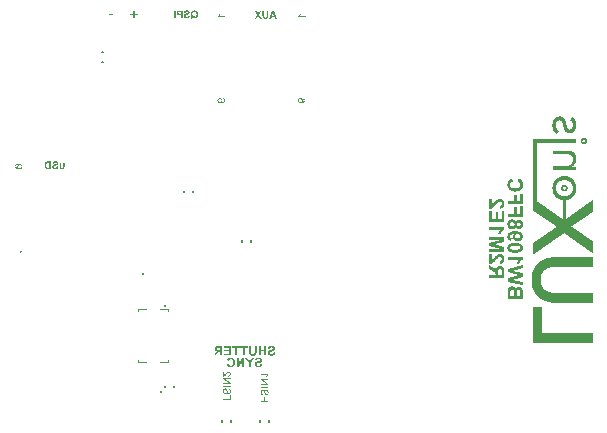
<source format=gbo>
G04*
G04 #@! TF.GenerationSoftware,Altium Limited,Altium Designer,21.2.2 (38)*
G04*
G04 Layer_Color=32896*
%FSLAX44Y44*%
%MOMM*%
G71*
G04*
G04 #@! TF.SameCoordinates,0C7DD45D-D1DC-410A-9663-C9F4106EF834*
G04*
G04*
G04 #@! TF.FilePolarity,Positive*
G04*
G01*
G75*
%ADD11C,0.2540*%
%ADD13C,0.2000*%
%ADD14C,0.1000*%
G36*
X466080Y303449D02*
X466545D01*
Y303383D01*
X466811D01*
Y303316D01*
X467077D01*
Y303250D01*
X467276D01*
Y303183D01*
X467410D01*
Y303117D01*
X467542D01*
Y303050D01*
X467742D01*
Y302984D01*
X467808D01*
Y302917D01*
X467941D01*
Y302851D01*
X468074D01*
Y302784D01*
X468141D01*
Y302718D01*
X468274D01*
Y302651D01*
X468340D01*
Y302585D01*
X468407D01*
Y302518D01*
X468540D01*
Y302452D01*
X468606D01*
Y302385D01*
X468673D01*
Y302319D01*
X468739D01*
Y302252D01*
X468806D01*
Y302186D01*
X468872D01*
Y302119D01*
X468939D01*
Y302053D01*
X469005D01*
Y301986D01*
X469072D01*
Y301920D01*
X469138D01*
Y301854D01*
X469204D01*
Y301787D01*
X469271D01*
Y301654D01*
X469338D01*
Y301588D01*
X469404D01*
Y301521D01*
X469470D01*
Y301388D01*
X469537D01*
Y301255D01*
X469603D01*
Y301189D01*
X469670D01*
Y301056D01*
X469736D01*
Y300989D01*
X469803D01*
Y300856D01*
X469869D01*
Y300723D01*
X469936D01*
Y300590D01*
X470002D01*
Y300457D01*
X470069D01*
Y300258D01*
X470135D01*
Y300125D01*
X470202D01*
Y299925D01*
X470268D01*
Y299792D01*
X470335D01*
Y299593D01*
X470401D01*
Y299394D01*
X470468D01*
Y299194D01*
X470534D01*
Y298928D01*
X470601D01*
Y298662D01*
X470667D01*
Y298396D01*
X470734D01*
Y298130D01*
X470800D01*
Y297931D01*
X470867D01*
Y297599D01*
X470933D01*
Y297266D01*
X470999D01*
Y296867D01*
X471066D01*
Y296601D01*
X471133D01*
Y296269D01*
X471199D01*
Y296003D01*
X471265D01*
Y295737D01*
X471332D01*
Y295471D01*
X471398D01*
Y295272D01*
X471465D01*
Y295006D01*
X471531D01*
Y294873D01*
X471598D01*
Y294674D01*
X471664D01*
Y294474D01*
X471731D01*
Y294275D01*
X471797D01*
Y294142D01*
X471864D01*
Y294009D01*
X471930D01*
Y293876D01*
X471997D01*
Y293743D01*
X472063D01*
Y293610D01*
X472130D01*
Y293477D01*
X472196D01*
Y293410D01*
X472263D01*
Y293277D01*
X472329D01*
Y293211D01*
X472396D01*
Y293144D01*
X472462D01*
Y293078D01*
X472529D01*
Y292945D01*
X472595D01*
Y292878D01*
X472662D01*
Y292812D01*
X472794D01*
Y292745D01*
X472861D01*
Y292679D01*
X472994D01*
Y292612D01*
X473060D01*
Y292546D01*
X473260D01*
Y292480D01*
X473592D01*
Y292413D01*
X473991D01*
Y292480D01*
X474324D01*
Y292546D01*
X474523D01*
Y292612D01*
X474656D01*
Y292679D01*
X474789D01*
Y292745D01*
X474922D01*
Y292812D01*
X474988D01*
Y292878D01*
X475121D01*
Y292945D01*
X475188D01*
Y293011D01*
X475254D01*
Y293078D01*
X475321D01*
Y293144D01*
X475387D01*
Y293211D01*
X475454D01*
Y293277D01*
X475520D01*
Y293344D01*
X475587D01*
Y293477D01*
X475653D01*
Y293543D01*
X475720D01*
Y293610D01*
X475786D01*
Y293743D01*
X475853D01*
Y293876D01*
X475919D01*
Y294009D01*
X475986D01*
Y294142D01*
X476052D01*
Y294341D01*
X476119D01*
Y294474D01*
X476185D01*
Y294674D01*
X476251D01*
Y294939D01*
X476318D01*
Y295272D01*
X476385D01*
Y295804D01*
X476451D01*
Y296601D01*
X476385D01*
Y297200D01*
X476318D01*
Y297466D01*
X476251D01*
Y297732D01*
X476185D01*
Y297931D01*
X476119D01*
Y298064D01*
X476052D01*
Y298263D01*
X475986D01*
Y298396D01*
X475919D01*
Y298529D01*
X475853D01*
Y298596D01*
X475786D01*
Y298729D01*
X475720D01*
Y298795D01*
X475653D01*
Y298928D01*
X475587D01*
Y298995D01*
X475520D01*
Y299061D01*
X475454D01*
Y299194D01*
X475387D01*
Y299261D01*
X475321D01*
Y299327D01*
X475254D01*
Y299394D01*
X475188D01*
Y299460D01*
X475121D01*
Y299527D01*
X475055D01*
Y299593D01*
X474988D01*
Y299660D01*
X474922D01*
Y299726D01*
X474855D01*
Y299792D01*
X474789D01*
Y299859D01*
X474656D01*
Y299925D01*
X474590D01*
Y299992D01*
X474523D01*
Y300058D01*
X474390D01*
Y300125D01*
X474324D01*
Y300191D01*
X474191D01*
Y300258D01*
X474124D01*
Y300324D01*
X474191D01*
Y300391D01*
X474257D01*
Y300524D01*
X474324D01*
Y300590D01*
X474390D01*
Y300723D01*
X474457D01*
Y300790D01*
X474523D01*
Y300923D01*
X474590D01*
Y300989D01*
X474656D01*
Y301122D01*
X474723D01*
Y301189D01*
X474789D01*
Y301322D01*
X474855D01*
Y301388D01*
X474922D01*
Y301521D01*
X474988D01*
Y301588D01*
X475055D01*
Y301721D01*
X475121D01*
Y301787D01*
X475188D01*
Y301920D01*
X475254D01*
Y301986D01*
X475321D01*
Y302119D01*
X475387D01*
Y302186D01*
X475454D01*
Y302319D01*
X475520D01*
Y302385D01*
X475587D01*
Y302518D01*
X475653D01*
Y302585D01*
X475720D01*
Y302718D01*
X475786D01*
Y302784D01*
X475853D01*
Y302917D01*
X475986D01*
Y302851D01*
X476052D01*
Y302784D01*
X476185D01*
Y302718D01*
X476318D01*
Y302651D01*
X476385D01*
Y302585D01*
X476517D01*
Y302518D01*
X476584D01*
Y302452D01*
X476717D01*
Y302385D01*
X476783D01*
Y302319D01*
X476850D01*
Y302252D01*
X476983D01*
Y302186D01*
X477049D01*
Y302119D01*
X477116D01*
Y302053D01*
X477182D01*
Y301986D01*
X477249D01*
Y301920D01*
X477315D01*
Y301854D01*
X477382D01*
Y301787D01*
X477448D01*
Y301721D01*
X477515D01*
Y301654D01*
X477581D01*
Y301588D01*
X477648D01*
Y301521D01*
X477714D01*
Y301455D01*
X477781D01*
Y301388D01*
X477847D01*
Y301255D01*
X477914D01*
Y301189D01*
X477980D01*
Y301122D01*
X478046D01*
Y300989D01*
X478113D01*
Y300923D01*
X478180D01*
Y300790D01*
X478246D01*
Y300723D01*
X478312D01*
Y300590D01*
X478379D01*
Y300457D01*
X478445D01*
Y300324D01*
X478512D01*
Y300191D01*
X478578D01*
Y300058D01*
X478645D01*
Y299925D01*
X478711D01*
Y299726D01*
X478778D01*
Y299593D01*
X478844D01*
Y299394D01*
X478911D01*
Y299194D01*
X478977D01*
Y298928D01*
X479044D01*
Y298729D01*
X479110D01*
Y298396D01*
X479177D01*
Y298130D01*
X479243D01*
Y297665D01*
X479310D01*
Y296934D01*
X479376D01*
Y295937D01*
X479310D01*
Y295205D01*
X479243D01*
Y294740D01*
X479177D01*
Y294408D01*
X479110D01*
Y294142D01*
X479044D01*
Y293876D01*
X478977D01*
Y293676D01*
X478911D01*
Y293410D01*
X478844D01*
Y293277D01*
X478778D01*
Y293078D01*
X478711D01*
Y292878D01*
X478645D01*
Y292745D01*
X478578D01*
Y292612D01*
X478512D01*
Y292480D01*
X478445D01*
Y292347D01*
X478379D01*
Y292214D01*
X478312D01*
Y292081D01*
X478246D01*
Y291948D01*
X478180D01*
Y291881D01*
X478113D01*
Y291748D01*
X478046D01*
Y291615D01*
X477980D01*
Y291549D01*
X477914D01*
Y291416D01*
X477847D01*
Y291349D01*
X477781D01*
Y291283D01*
X477714D01*
Y291150D01*
X477648D01*
Y291084D01*
X477581D01*
Y291017D01*
X477515D01*
Y290951D01*
X477448D01*
Y290884D01*
X477382D01*
Y290818D01*
X477315D01*
Y290751D01*
X477249D01*
Y290685D01*
X477182D01*
Y290618D01*
X477116D01*
Y290552D01*
X477049D01*
Y290485D01*
X476983D01*
Y290419D01*
X476916D01*
Y290352D01*
X476850D01*
Y290286D01*
X476717D01*
Y290219D01*
X476650D01*
Y290153D01*
X476517D01*
Y290086D01*
X476451D01*
Y290020D01*
X476385D01*
Y289953D01*
X476251D01*
Y289887D01*
X476119D01*
Y289820D01*
X475986D01*
Y289754D01*
X475853D01*
Y289687D01*
X475720D01*
Y289621D01*
X475520D01*
Y289554D01*
X475387D01*
Y289488D01*
X475121D01*
Y289421D01*
X474855D01*
Y289355D01*
X474523D01*
Y289289D01*
X472861D01*
Y289355D01*
X472462D01*
Y289421D01*
X472196D01*
Y289488D01*
X471997D01*
Y289554D01*
X471797D01*
Y289621D01*
X471598D01*
Y289687D01*
X471465D01*
Y289754D01*
X471332D01*
Y289820D01*
X471265D01*
Y289887D01*
X471133D01*
Y289953D01*
X471066D01*
Y290020D01*
X470933D01*
Y290086D01*
X470867D01*
Y290153D01*
X470800D01*
Y290219D01*
X470667D01*
Y290286D01*
X470601D01*
Y290352D01*
X470534D01*
Y290419D01*
X470468D01*
Y290485D01*
X470401D01*
Y290552D01*
X470335D01*
Y290618D01*
X470268D01*
Y290685D01*
X470202D01*
Y290751D01*
X470135D01*
Y290818D01*
X470069D01*
Y290951D01*
X470002D01*
Y291017D01*
X469936D01*
Y291084D01*
X469869D01*
Y291217D01*
X469803D01*
Y291283D01*
X469736D01*
Y291416D01*
X469670D01*
Y291482D01*
X469603D01*
Y291615D01*
X469537D01*
Y291748D01*
X469470D01*
Y291881D01*
X469404D01*
Y292014D01*
X469338D01*
Y292147D01*
X469271D01*
Y292280D01*
X469204D01*
Y292413D01*
X469138D01*
Y292612D01*
X469072D01*
Y292745D01*
X469005D01*
Y292945D01*
X468939D01*
Y293144D01*
X468872D01*
Y293344D01*
X468806D01*
Y293543D01*
X468739D01*
Y293809D01*
X468673D01*
Y294009D01*
X468606D01*
Y294275D01*
X468540D01*
Y294541D01*
X468473D01*
Y294806D01*
X468407D01*
Y295072D01*
X468340D01*
Y295338D01*
X468274D01*
Y295604D01*
X468207D01*
Y295937D01*
X468141D01*
Y296269D01*
X468074D01*
Y296535D01*
X468008D01*
Y296801D01*
X467941D01*
Y297067D01*
X467875D01*
Y297333D01*
X467808D01*
Y297599D01*
X467742D01*
Y297798D01*
X467675D01*
Y297998D01*
X467609D01*
Y298130D01*
X467542D01*
Y298330D01*
X467476D01*
Y298463D01*
X467410D01*
Y298596D01*
X467343D01*
Y298729D01*
X467276D01*
Y298795D01*
X467210D01*
Y298928D01*
X467144D01*
Y299061D01*
X467077D01*
Y299128D01*
X467011D01*
Y299194D01*
X466944D01*
Y299261D01*
X466878D01*
Y299394D01*
X466811D01*
Y299460D01*
X466745D01*
Y299527D01*
X466678D01*
Y299593D01*
X466545D01*
Y299660D01*
X466479D01*
Y299726D01*
X466412D01*
Y299792D01*
X466279D01*
Y299859D01*
X466213D01*
Y299925D01*
X466013D01*
Y299992D01*
X465814D01*
Y300058D01*
X465481D01*
Y300125D01*
X464750D01*
Y300058D01*
X464418D01*
Y299992D01*
X464218D01*
Y299925D01*
X464019D01*
Y299859D01*
X463886D01*
Y299792D01*
X463820D01*
Y299726D01*
X463686D01*
Y299660D01*
X463620D01*
Y299593D01*
X463554D01*
Y299527D01*
X463487D01*
Y299460D01*
X463354D01*
Y299394D01*
X463288D01*
Y299327D01*
X463221D01*
Y299194D01*
X463155D01*
Y299128D01*
X463088D01*
Y299061D01*
X463022D01*
Y298995D01*
X462955D01*
Y298862D01*
X462889D01*
Y298795D01*
X462822D01*
Y298662D01*
X462756D01*
Y298529D01*
X462689D01*
Y298396D01*
X462623D01*
Y298263D01*
X462556D01*
Y298064D01*
X462490D01*
Y297865D01*
X462423D01*
Y297665D01*
X462357D01*
Y297399D01*
X462290D01*
Y297067D01*
X462224D01*
Y296535D01*
X462157D01*
Y295205D01*
X462224D01*
Y294674D01*
X462290D01*
Y294341D01*
X462357D01*
Y294075D01*
X462423D01*
Y293876D01*
X462490D01*
Y293676D01*
X462556D01*
Y293543D01*
X462623D01*
Y293410D01*
X462689D01*
Y293277D01*
X462756D01*
Y293144D01*
X462822D01*
Y293011D01*
X462889D01*
Y292945D01*
X462955D01*
Y292812D01*
X463022D01*
Y292745D01*
X463088D01*
Y292612D01*
X463155D01*
Y292546D01*
X463221D01*
Y292480D01*
X463288D01*
Y292347D01*
X463354D01*
Y292280D01*
X463421D01*
Y292214D01*
X463487D01*
Y292147D01*
X463554D01*
Y292081D01*
X463620D01*
Y292014D01*
X463686D01*
Y291881D01*
X463753D01*
Y291815D01*
X463820D01*
Y291748D01*
X463886D01*
Y291682D01*
X463952D01*
Y291615D01*
X464019D01*
Y291549D01*
X464086D01*
Y291482D01*
X464152D01*
Y291416D01*
X464285D01*
Y291349D01*
X464351D01*
Y291283D01*
X464418D01*
Y291217D01*
X464484D01*
Y291150D01*
X464551D01*
Y291084D01*
X464617D01*
Y291017D01*
X464684D01*
Y290884D01*
X464617D01*
Y290751D01*
X464551D01*
Y290685D01*
X464484D01*
Y290618D01*
X464418D01*
Y290552D01*
X464351D01*
Y290419D01*
X464285D01*
Y290352D01*
X464218D01*
Y290286D01*
X464152D01*
Y290153D01*
X464086D01*
Y290086D01*
X464019D01*
Y290020D01*
X463952D01*
Y289953D01*
X463886D01*
Y289820D01*
X463820D01*
Y289754D01*
X463753D01*
Y289687D01*
X463686D01*
Y289554D01*
X463620D01*
Y289488D01*
X463554D01*
Y289421D01*
X463487D01*
Y289289D01*
X463421D01*
Y289222D01*
X463354D01*
Y289156D01*
X463288D01*
Y289089D01*
X463221D01*
Y288956D01*
X463155D01*
Y288890D01*
X463088D01*
Y288823D01*
X463022D01*
Y288690D01*
X462955D01*
Y288624D01*
X462889D01*
Y288557D01*
X462822D01*
Y288491D01*
X462689D01*
Y288557D01*
X462556D01*
Y288624D01*
X462490D01*
Y288690D01*
X462423D01*
Y288757D01*
X462290D01*
Y288823D01*
X462224D01*
Y288890D01*
X462157D01*
Y288956D01*
X462091D01*
Y289023D01*
X461958D01*
Y289089D01*
X461892D01*
Y289156D01*
X461825D01*
Y289222D01*
X461759D01*
Y289289D01*
X461692D01*
Y289355D01*
X461626D01*
Y289421D01*
X461559D01*
Y289488D01*
X461493D01*
Y289554D01*
X461426D01*
Y289621D01*
X461360D01*
Y289687D01*
X461293D01*
Y289754D01*
X461227D01*
Y289820D01*
X461160D01*
Y289887D01*
X461094D01*
Y289953D01*
X461027D01*
Y290020D01*
X460961D01*
Y290086D01*
X460894D01*
Y290219D01*
X460828D01*
Y290286D01*
X460761D01*
Y290352D01*
X460695D01*
Y290485D01*
X460628D01*
Y290552D01*
X460562D01*
Y290685D01*
X460495D01*
Y290751D01*
X460429D01*
Y290884D01*
X460363D01*
Y290951D01*
X460296D01*
Y291084D01*
X460229D01*
Y291217D01*
X460163D01*
Y291349D01*
X460097D01*
Y291482D01*
X460030D01*
Y291615D01*
X459964D01*
Y291815D01*
X459897D01*
Y291948D01*
X459831D01*
Y292147D01*
X459764D01*
Y292347D01*
X459698D01*
Y292546D01*
X459631D01*
Y292812D01*
X459565D01*
Y293078D01*
X459498D01*
Y293344D01*
X459432D01*
Y293743D01*
X459365D01*
Y294142D01*
X459299D01*
Y294873D01*
X459232D01*
Y296867D01*
X459299D01*
Y297466D01*
X459365D01*
Y297931D01*
X459432D01*
Y298263D01*
X459498D01*
Y298596D01*
X459565D01*
Y298862D01*
X459631D01*
Y299128D01*
X459698D01*
Y299327D01*
X459764D01*
Y299527D01*
X459831D01*
Y299726D01*
X459897D01*
Y299859D01*
X459964D01*
Y299992D01*
X460030D01*
Y300191D01*
X460097D01*
Y300324D01*
X460163D01*
Y300457D01*
X460229D01*
Y300590D01*
X460296D01*
Y300723D01*
X460363D01*
Y300790D01*
X460429D01*
Y300923D01*
X460495D01*
Y301056D01*
X460562D01*
Y301122D01*
X460628D01*
Y301255D01*
X460695D01*
Y301322D01*
X460761D01*
Y301455D01*
X460828D01*
Y301521D01*
X460894D01*
Y301588D01*
X460961D01*
Y301654D01*
X461027D01*
Y301721D01*
X461094D01*
Y301854D01*
X461160D01*
Y301920D01*
X461227D01*
Y301986D01*
X461293D01*
Y302053D01*
X461360D01*
Y302119D01*
X461426D01*
Y302186D01*
X461559D01*
Y302252D01*
X461626D01*
Y302319D01*
X461692D01*
Y302385D01*
X461759D01*
Y302452D01*
X461825D01*
Y302518D01*
X461958D01*
Y302585D01*
X462024D01*
Y302651D01*
X462157D01*
Y302718D01*
X462224D01*
Y302784D01*
X462357D01*
Y302851D01*
X462423D01*
Y302917D01*
X462556D01*
Y302984D01*
X462689D01*
Y303050D01*
X462822D01*
Y303117D01*
X463022D01*
Y303183D01*
X463221D01*
Y303250D01*
X463354D01*
Y303316D01*
X463686D01*
Y303383D01*
X463952D01*
Y303449D01*
X464418D01*
Y303515D01*
X466080D01*
Y303449D01*
D02*
G37*
G36*
X486490Y285300D02*
X486756D01*
Y285233D01*
X486955D01*
Y285167D01*
X487088D01*
Y285100D01*
X487221D01*
Y285034D01*
X487354D01*
Y284967D01*
X487420D01*
Y284901D01*
X487553D01*
Y284834D01*
X487620D01*
Y284768D01*
X487686D01*
Y284701D01*
X487753D01*
Y284635D01*
X487819D01*
Y284568D01*
X487886D01*
Y284502D01*
X487952D01*
Y284435D01*
X488019D01*
Y284369D01*
X488085D01*
Y284236D01*
X488152D01*
Y284169D01*
X488218D01*
Y284036D01*
X488285D01*
Y283904D01*
X488351D01*
Y283771D01*
X488418D01*
Y283571D01*
X488484D01*
Y283305D01*
X488551D01*
Y282773D01*
X488617D01*
Y282441D01*
X488551D01*
Y281909D01*
X488484D01*
Y281710D01*
X488418D01*
Y281510D01*
X488351D01*
Y281311D01*
X488285D01*
Y281178D01*
X488218D01*
Y281111D01*
X488152D01*
Y280978D01*
X488085D01*
Y280912D01*
X488019D01*
Y280779D01*
X487952D01*
Y280712D01*
X487886D01*
Y280646D01*
X487819D01*
Y280579D01*
X487753D01*
Y280513D01*
X487686D01*
Y280446D01*
X487620D01*
Y280380D01*
X487487D01*
Y280313D01*
X487420D01*
Y280247D01*
X487287D01*
Y280180D01*
X487155D01*
Y280114D01*
X487022D01*
Y280047D01*
X486889D01*
Y279981D01*
X486689D01*
Y279915D01*
X486357D01*
Y279848D01*
X485359D01*
Y279915D01*
X485027D01*
Y279981D01*
X484828D01*
Y280047D01*
X484695D01*
Y280114D01*
X484562D01*
Y280180D01*
X484429D01*
Y280247D01*
X484296D01*
Y280313D01*
X484229D01*
Y280380D01*
X484096D01*
Y280446D01*
X484030D01*
Y280513D01*
X483963D01*
Y280579D01*
X483897D01*
Y280646D01*
X483830D01*
Y280712D01*
X483764D01*
Y280779D01*
X483698D01*
Y280912D01*
X483631D01*
Y280978D01*
X483564D01*
Y281111D01*
X483498D01*
Y281178D01*
X483432D01*
Y281311D01*
X483365D01*
Y281510D01*
X483299D01*
Y281643D01*
X483232D01*
Y281909D01*
X483166D01*
Y282374D01*
X483099D01*
Y282840D01*
X483166D01*
Y283305D01*
X483232D01*
Y283571D01*
X483299D01*
Y283771D01*
X483365D01*
Y283904D01*
X483432D01*
Y284036D01*
X483498D01*
Y284169D01*
X483564D01*
Y284236D01*
X483631D01*
Y284369D01*
X483698D01*
Y284435D01*
X483764D01*
Y284502D01*
X483830D01*
Y284568D01*
X483897D01*
Y284635D01*
X483963D01*
Y284701D01*
X484030D01*
Y284768D01*
X484096D01*
Y284834D01*
X484163D01*
Y284901D01*
X484296D01*
Y284967D01*
X484362D01*
Y285034D01*
X484495D01*
Y285100D01*
X484628D01*
Y285167D01*
X484761D01*
Y285233D01*
X484961D01*
Y285300D01*
X485227D01*
Y285366D01*
X486490D01*
Y285300D01*
D02*
G37*
G36*
X472329Y274596D02*
X473060D01*
Y274530D01*
X473592D01*
Y274463D01*
X473858D01*
Y274397D01*
X474191D01*
Y274330D01*
X474457D01*
Y274264D01*
X474723D01*
Y274197D01*
X474922D01*
Y274131D01*
X475121D01*
Y274064D01*
X475321D01*
Y273998D01*
X475454D01*
Y273931D01*
X475587D01*
Y273865D01*
X475786D01*
Y273798D01*
X475919D01*
Y273732D01*
X476052D01*
Y273665D01*
X476119D01*
Y273599D01*
X476251D01*
Y273532D01*
X476385D01*
Y273466D01*
X476451D01*
Y273399D01*
X476584D01*
Y273333D01*
X476650D01*
Y273266D01*
X476783D01*
Y273200D01*
X476850D01*
Y273134D01*
X476983D01*
Y273067D01*
X477049D01*
Y273001D01*
X477116D01*
Y272934D01*
X477182D01*
Y272868D01*
X477249D01*
Y272801D01*
X477315D01*
Y272735D01*
X477382D01*
Y272668D01*
X477448D01*
Y272602D01*
X477515D01*
Y272535D01*
X477581D01*
Y272469D01*
X477648D01*
Y272402D01*
X477714D01*
Y272336D01*
X477781D01*
Y272269D01*
X477847D01*
Y272203D01*
X477914D01*
Y272070D01*
X477980D01*
Y272003D01*
X478046D01*
Y271937D01*
X478113D01*
Y271804D01*
X478180D01*
Y271737D01*
X478246D01*
Y271604D01*
X478312D01*
Y271538D01*
X478379D01*
Y271405D01*
X478445D01*
Y271272D01*
X478512D01*
Y271139D01*
X478578D01*
Y271006D01*
X478645D01*
Y270873D01*
X478711D01*
Y270740D01*
X478778D01*
Y270607D01*
X478844D01*
Y270408D01*
X478911D01*
Y270208D01*
X478977D01*
Y270009D01*
X479044D01*
Y269743D01*
X479110D01*
Y269477D01*
X479177D01*
Y269145D01*
X479243D01*
Y268746D01*
X479310D01*
Y267948D01*
X479376D01*
Y266884D01*
X479310D01*
Y266219D01*
X479243D01*
Y265821D01*
X479177D01*
Y265488D01*
X479110D01*
Y265289D01*
X479044D01*
Y265023D01*
X478977D01*
Y264823D01*
X478911D01*
Y264624D01*
X478844D01*
Y264491D01*
X478778D01*
Y264291D01*
X478711D01*
Y264158D01*
X478645D01*
Y264025D01*
X478578D01*
Y263892D01*
X478512D01*
Y263760D01*
X478445D01*
Y263627D01*
X478379D01*
Y263494D01*
X478312D01*
Y263427D01*
X478246D01*
Y263294D01*
X478180D01*
Y263161D01*
X478113D01*
Y263095D01*
X478046D01*
Y263028D01*
X477980D01*
Y262895D01*
X477914D01*
Y262829D01*
X477847D01*
Y262696D01*
X477781D01*
Y262629D01*
X477714D01*
Y262563D01*
X477648D01*
Y262496D01*
X477581D01*
Y262430D01*
X477515D01*
Y262297D01*
X477448D01*
Y262230D01*
X477382D01*
Y262164D01*
X477315D01*
Y262097D01*
X477249D01*
Y262031D01*
X477182D01*
Y261965D01*
X477116D01*
Y261898D01*
X476983D01*
Y261832D01*
X476916D01*
Y261765D01*
X476850D01*
Y261699D01*
X476783D01*
Y261632D01*
X476717D01*
Y261566D01*
X476584D01*
Y261499D01*
X476517D01*
Y261433D01*
X476385D01*
Y261366D01*
X476318D01*
Y261300D01*
X476185D01*
Y261233D01*
X476119D01*
Y261167D01*
X475986D01*
Y261100D01*
X475853D01*
Y261034D01*
X475720D01*
Y260901D01*
X476983D01*
Y260834D01*
X478844D01*
Y257776D01*
X478379D01*
Y257843D01*
X476983D01*
Y257909D01*
X475653D01*
Y257976D01*
X459698D01*
Y261167D01*
X470335D01*
Y261233D01*
X470933D01*
Y261300D01*
X471332D01*
Y261366D01*
X471664D01*
Y261433D01*
X471930D01*
Y261499D01*
X472196D01*
Y261566D01*
X472462D01*
Y261632D01*
X472595D01*
Y261699D01*
X472794D01*
Y261765D01*
X472994D01*
Y261832D01*
X473127D01*
Y261898D01*
X473326D01*
Y261965D01*
X473459D01*
Y262031D01*
X473592D01*
Y262097D01*
X473725D01*
Y262164D01*
X473792D01*
Y262230D01*
X473925D01*
Y262297D01*
X474058D01*
Y262363D01*
X474124D01*
Y262430D01*
X474257D01*
Y262496D01*
X474324D01*
Y262563D01*
X474457D01*
Y262629D01*
X474523D01*
Y262696D01*
X474590D01*
Y262762D01*
X474656D01*
Y262829D01*
X474723D01*
Y262895D01*
X474789D01*
Y262962D01*
X474922D01*
Y263028D01*
X474988D01*
Y263095D01*
X475055D01*
Y263161D01*
X475121D01*
Y263294D01*
X475188D01*
Y263361D01*
X475254D01*
Y263427D01*
X475321D01*
Y263494D01*
X475387D01*
Y263627D01*
X475454D01*
Y263693D01*
X475520D01*
Y263826D01*
X475587D01*
Y263892D01*
X475653D01*
Y264025D01*
X475720D01*
Y264092D01*
X475786D01*
Y264225D01*
X475853D01*
Y264358D01*
X475919D01*
Y264557D01*
X475986D01*
Y264690D01*
X476052D01*
Y264890D01*
X476119D01*
Y265089D01*
X476185D01*
Y265289D01*
X476251D01*
Y265621D01*
X476318D01*
Y265954D01*
X476385D01*
Y266618D01*
X476451D01*
Y267482D01*
X476385D01*
Y268081D01*
X476318D01*
Y268413D01*
X476251D01*
Y268679D01*
X476185D01*
Y268879D01*
X476119D01*
Y269012D01*
X476052D01*
Y269211D01*
X475986D01*
Y269344D01*
X475919D01*
Y269410D01*
X475853D01*
Y269543D01*
X475786D01*
Y269676D01*
X475720D01*
Y269743D01*
X475653D01*
Y269809D01*
X475587D01*
Y269942D01*
X475520D01*
Y270009D01*
X475454D01*
Y270075D01*
X475387D01*
Y270142D01*
X475321D01*
Y270208D01*
X475254D01*
Y270275D01*
X475188D01*
Y270341D01*
X475121D01*
Y270408D01*
X474988D01*
Y270474D01*
X474922D01*
Y270541D01*
X474789D01*
Y270607D01*
X474723D01*
Y270674D01*
X474590D01*
Y270740D01*
X474523D01*
Y270807D01*
X474390D01*
Y270873D01*
X474191D01*
Y270940D01*
X474058D01*
Y271006D01*
X473925D01*
Y271073D01*
X473725D01*
Y271139D01*
X473526D01*
Y271206D01*
X473326D01*
Y271272D01*
X473060D01*
Y271338D01*
X472662D01*
Y271405D01*
X472196D01*
Y271471D01*
X459698D01*
Y274662D01*
X472329D01*
Y274596D01*
D02*
G37*
G36*
X478844Y281045D02*
X445869D01*
Y231915D01*
X445936D01*
Y231849D01*
X446003D01*
Y231782D01*
X446135D01*
Y231716D01*
X446202D01*
Y231649D01*
X446268D01*
Y231583D01*
X446401D01*
Y231516D01*
X446468D01*
Y231450D01*
X446601D01*
Y231383D01*
X446667D01*
Y231317D01*
X446800D01*
Y231250D01*
X446867D01*
Y231184D01*
X446933D01*
Y231117D01*
X447066D01*
Y231051D01*
X447133D01*
Y230984D01*
X447266D01*
Y230918D01*
X447332D01*
Y230851D01*
X447465D01*
Y230785D01*
X447532D01*
Y230718D01*
X447598D01*
Y230652D01*
X447731D01*
Y230585D01*
X447798D01*
Y230519D01*
X447930D01*
Y230452D01*
X447997D01*
Y230386D01*
X448130D01*
Y230319D01*
X448196D01*
Y230253D01*
X448329D01*
Y230187D01*
X448396D01*
Y230120D01*
X448462D01*
Y230054D01*
X448595D01*
Y229987D01*
X448662D01*
Y229921D01*
X448795D01*
Y229854D01*
X448861D01*
Y229788D01*
X448994D01*
Y229721D01*
X449061D01*
Y229655D01*
X449127D01*
Y229588D01*
X449260D01*
Y229522D01*
X449327D01*
Y229455D01*
X449459D01*
Y229389D01*
X449526D01*
Y229322D01*
X449659D01*
Y229256D01*
X449725D01*
Y229189D01*
X449792D01*
Y229123D01*
X449925D01*
Y229056D01*
X449991D01*
Y228990D01*
X450124D01*
Y228923D01*
X450191D01*
Y228857D01*
X450324D01*
Y228790D01*
X450390D01*
Y228724D01*
X450457D01*
Y228657D01*
X450590D01*
Y228591D01*
X450656D01*
Y228524D01*
X450789D01*
Y228458D01*
X450856D01*
Y228391D01*
X450989D01*
Y228325D01*
X451055D01*
Y228258D01*
X451121D01*
Y228192D01*
X451255D01*
Y228125D01*
X451321D01*
Y228059D01*
X451454D01*
Y227992D01*
X451520D01*
Y227926D01*
X451653D01*
Y227860D01*
X451720D01*
Y227793D01*
X451786D01*
Y227727D01*
X451919D01*
Y227660D01*
X451986D01*
Y227594D01*
X452119D01*
Y227527D01*
X452185D01*
Y227461D01*
X452318D01*
Y227394D01*
X452385D01*
Y227328D01*
X452451D01*
Y227261D01*
X452584D01*
Y227195D01*
X452651D01*
Y227128D01*
X452784D01*
Y227062D01*
X452850D01*
Y226995D01*
X452983D01*
Y226929D01*
X453050D01*
Y226862D01*
X453116D01*
Y226796D01*
X453249D01*
Y226729D01*
X453315D01*
Y226663D01*
X453448D01*
Y226596D01*
X453515D01*
Y226530D01*
X453648D01*
Y226464D01*
X453714D01*
Y226397D01*
X453781D01*
Y226331D01*
X453914D01*
Y226264D01*
X453980D01*
Y226197D01*
X454113D01*
Y226131D01*
X454180D01*
Y226065D01*
X454313D01*
Y225998D01*
X454379D01*
Y225932D01*
X454446D01*
Y225865D01*
X454579D01*
Y225799D01*
X454645D01*
Y225732D01*
X454778D01*
Y225666D01*
X454845D01*
Y225599D01*
X454977D01*
Y225533D01*
X455044D01*
Y225466D01*
X455110D01*
Y225400D01*
X455243D01*
Y225333D01*
X455310D01*
Y225267D01*
X455443D01*
Y225200D01*
X455509D01*
Y225134D01*
X455642D01*
Y225067D01*
X455709D01*
Y225001D01*
X455775D01*
Y224934D01*
X455908D01*
Y224868D01*
X455975D01*
Y224801D01*
X456108D01*
Y224735D01*
X456174D01*
Y224669D01*
X456307D01*
Y224602D01*
X456374D01*
Y224536D01*
X456440D01*
Y224469D01*
X456573D01*
Y224403D01*
X456640D01*
Y224336D01*
X456772D01*
Y224270D01*
X456839D01*
Y224203D01*
X456972D01*
Y224137D01*
X457038D01*
Y224070D01*
X457105D01*
Y224004D01*
X457238D01*
Y223937D01*
X457304D01*
Y223871D01*
X457437D01*
Y223804D01*
X457504D01*
Y223738D01*
X457637D01*
Y223671D01*
X457703D01*
Y223605D01*
X457770D01*
Y223538D01*
X457903D01*
Y223472D01*
X457969D01*
Y223405D01*
X458102D01*
Y223339D01*
X458169D01*
Y223272D01*
X458302D01*
Y223206D01*
X458368D01*
Y223139D01*
X458434D01*
Y223073D01*
X458568D01*
Y223006D01*
X458634D01*
Y222940D01*
X458767D01*
Y222873D01*
X458833D01*
Y222807D01*
X458966D01*
Y222740D01*
X459033D01*
Y222674D01*
X459099D01*
Y222607D01*
X459232D01*
Y222541D01*
X459299D01*
Y222475D01*
X459432D01*
Y222408D01*
X459498D01*
Y222342D01*
X459631D01*
Y222275D01*
X459698D01*
Y222209D01*
X459764D01*
Y222142D01*
X459897D01*
Y222076D01*
X459964D01*
Y222009D01*
X460097D01*
Y221943D01*
X460163D01*
Y221876D01*
X460296D01*
Y221810D01*
X460363D01*
Y221743D01*
X460429D01*
Y221677D01*
X460562D01*
Y221610D01*
X460628D01*
Y221544D01*
X460761D01*
Y221477D01*
X460828D01*
Y221411D01*
X460961D01*
Y221344D01*
X461027D01*
Y221278D01*
X461094D01*
Y221211D01*
X461227D01*
Y221145D01*
X461293D01*
Y221078D01*
X461426D01*
Y221012D01*
X461493D01*
Y220945D01*
X461626D01*
Y220879D01*
X461692D01*
Y220812D01*
X461759D01*
Y220746D01*
X461892D01*
Y220680D01*
X461958D01*
Y220613D01*
X462091D01*
Y220547D01*
X462157D01*
Y220480D01*
X462290D01*
Y220414D01*
X462357D01*
Y220347D01*
X462423D01*
Y220281D01*
X462556D01*
Y220214D01*
X462623D01*
Y220148D01*
X462756D01*
Y220081D01*
X462822D01*
Y220015D01*
X462955D01*
Y219948D01*
X463022D01*
Y219882D01*
X463088D01*
Y219815D01*
X463221D01*
Y219749D01*
X463288D01*
Y219682D01*
X463421D01*
Y219616D01*
X463487D01*
Y219549D01*
X463620D01*
Y219483D01*
X463686D01*
Y219416D01*
X463753D01*
Y219350D01*
X463886D01*
Y219284D01*
X463952D01*
Y219217D01*
X464086D01*
Y219151D01*
X464152D01*
Y219084D01*
X464285D01*
Y219018D01*
X464351D01*
Y218951D01*
X464418D01*
Y218885D01*
X464551D01*
Y218818D01*
X464617D01*
Y218752D01*
X464750D01*
Y218685D01*
X464817D01*
Y218619D01*
X464950D01*
Y218552D01*
X465016D01*
Y218486D01*
X465083D01*
Y218419D01*
X465216D01*
Y218353D01*
X465282D01*
Y218286D01*
X465415D01*
Y218220D01*
X465481D01*
Y218153D01*
X465615D01*
Y218087D01*
X465681D01*
Y218020D01*
X465747D01*
Y217954D01*
X465880D01*
Y217887D01*
X465947D01*
Y217821D01*
X466080D01*
Y217754D01*
X466146D01*
Y217688D01*
X466279D01*
Y217621D01*
X466346D01*
Y217555D01*
X466412D01*
Y217488D01*
X466545D01*
Y217422D01*
X466612D01*
Y217355D01*
X466745D01*
Y217289D01*
X466811D01*
Y217222D01*
X466944D01*
Y217156D01*
X467011D01*
Y217090D01*
X467077D01*
Y217023D01*
X467210D01*
Y216957D01*
X467276D01*
Y216890D01*
X467410D01*
Y216824D01*
X467476D01*
Y216757D01*
X467609D01*
Y216691D01*
X467742D01*
Y232646D01*
X467476D01*
Y232713D01*
X467077D01*
Y232779D01*
X466745D01*
Y232846D01*
X466479D01*
Y232912D01*
X466213D01*
Y232979D01*
X466013D01*
Y233045D01*
X465814D01*
Y233112D01*
X465615D01*
Y233178D01*
X465415D01*
Y233245D01*
X465282D01*
Y233311D01*
X465083D01*
Y233377D01*
X464950D01*
Y233444D01*
X464817D01*
Y233510D01*
X464684D01*
Y233577D01*
X464551D01*
Y233643D01*
X464418D01*
Y233710D01*
X464285D01*
Y233776D01*
X464152D01*
Y233843D01*
X464086D01*
Y233909D01*
X463952D01*
Y233976D01*
X463820D01*
Y234042D01*
X463753D01*
Y234109D01*
X463620D01*
Y234175D01*
X463554D01*
Y234242D01*
X463421D01*
Y234308D01*
X463354D01*
Y234375D01*
X463221D01*
Y234441D01*
X463155D01*
Y234508D01*
X463022D01*
Y234574D01*
X462955D01*
Y234641D01*
X462889D01*
Y234707D01*
X462822D01*
Y234774D01*
X462756D01*
Y234840D01*
X462623D01*
Y234907D01*
X462556D01*
Y234973D01*
X462490D01*
Y235040D01*
X462423D01*
Y235106D01*
X462357D01*
Y235173D01*
X462290D01*
Y235239D01*
X462224D01*
Y235306D01*
X462157D01*
Y235372D01*
X462024D01*
Y235505D01*
X461958D01*
Y235571D01*
X461892D01*
Y235638D01*
X461825D01*
Y235704D01*
X461759D01*
Y235771D01*
X461692D01*
Y235837D01*
X461626D01*
Y235904D01*
X461559D01*
Y235970D01*
X461493D01*
Y236103D01*
X461426D01*
Y236170D01*
X461360D01*
Y236236D01*
X461293D01*
Y236303D01*
X461227D01*
Y236436D01*
X461160D01*
Y236502D01*
X461094D01*
Y236569D01*
X461027D01*
Y236702D01*
X460961D01*
Y236835D01*
X460894D01*
Y236901D01*
X460828D01*
Y237034D01*
X460761D01*
Y237101D01*
X460695D01*
Y237234D01*
X460628D01*
Y237300D01*
X460562D01*
Y237433D01*
X460495D01*
Y237566D01*
X460429D01*
Y237699D01*
X460363D01*
Y237832D01*
X460296D01*
Y237965D01*
X460229D01*
Y238098D01*
X460163D01*
Y238231D01*
X460097D01*
Y238430D01*
X460030D01*
Y238563D01*
X459964D01*
Y238762D01*
X459897D01*
Y238962D01*
X459831D01*
Y239161D01*
X459764D01*
Y239361D01*
X459698D01*
Y239560D01*
X459631D01*
Y239826D01*
X459565D01*
Y240026D01*
X459498D01*
Y240358D01*
X459432D01*
Y240757D01*
X459365D01*
Y241089D01*
X459299D01*
Y241887D01*
X459232D01*
Y243682D01*
X459299D01*
Y244414D01*
X459365D01*
Y244746D01*
X459432D01*
Y245145D01*
X459498D01*
Y245477D01*
X459565D01*
Y245743D01*
X459631D01*
Y245943D01*
X459698D01*
Y246208D01*
X459764D01*
Y246408D01*
X459831D01*
Y246607D01*
X459897D01*
Y246740D01*
X459964D01*
Y246940D01*
X460030D01*
Y247073D01*
X460097D01*
Y247272D01*
X460163D01*
Y247405D01*
X460229D01*
Y247538D01*
X460296D01*
Y247671D01*
X460363D01*
Y247804D01*
X460429D01*
Y247937D01*
X460495D01*
Y248070D01*
X460562D01*
Y248203D01*
X460628D01*
Y248269D01*
X460695D01*
Y248402D01*
X460761D01*
Y248535D01*
X460828D01*
Y248602D01*
X460894D01*
Y248735D01*
X460961D01*
Y248801D01*
X461027D01*
Y248934D01*
X461094D01*
Y249001D01*
X461160D01*
Y249134D01*
X461227D01*
Y249200D01*
X461293D01*
Y249267D01*
X461360D01*
Y249333D01*
X461426D01*
Y249466D01*
X461493D01*
Y249533D01*
X461559D01*
Y249599D01*
X461626D01*
Y249666D01*
X461692D01*
Y249799D01*
X461759D01*
Y249865D01*
X461825D01*
Y249931D01*
X461892D01*
Y249998D01*
X461958D01*
Y250064D01*
X462024D01*
Y250131D01*
X462091D01*
Y250197D01*
X462157D01*
Y250264D01*
X462224D01*
Y250330D01*
X462290D01*
Y250397D01*
X462357D01*
Y250463D01*
X462490D01*
Y250530D01*
X462556D01*
Y250596D01*
X462623D01*
Y250663D01*
X462689D01*
Y250729D01*
X462756D01*
Y250796D01*
X462889D01*
Y250862D01*
X462955D01*
Y250929D01*
X463022D01*
Y250995D01*
X463088D01*
Y251062D01*
X463221D01*
Y251128D01*
X463288D01*
Y251195D01*
X463421D01*
Y251261D01*
X463487D01*
Y251328D01*
X463620D01*
Y251394D01*
X463686D01*
Y251460D01*
X463820D01*
Y251527D01*
X463886D01*
Y251593D01*
X464019D01*
Y251660D01*
X464152D01*
Y251726D01*
X464285D01*
Y251793D01*
X464418D01*
Y251859D01*
X464551D01*
Y251926D01*
X464617D01*
Y251992D01*
X464750D01*
Y252059D01*
X464950D01*
Y252125D01*
X465083D01*
Y252192D01*
X465216D01*
Y252258D01*
X465415D01*
Y252325D01*
X465548D01*
Y252391D01*
X465747D01*
Y252458D01*
X465947D01*
Y252524D01*
X466146D01*
Y252591D01*
X466412D01*
Y252657D01*
X466678D01*
Y252724D01*
X466944D01*
Y252790D01*
X467343D01*
Y252857D01*
X467742D01*
Y252923D01*
X468473D01*
Y252990D01*
X470135D01*
Y252923D01*
X470800D01*
Y252857D01*
X471265D01*
Y252790D01*
X471598D01*
Y252724D01*
X471930D01*
Y252657D01*
X472196D01*
Y252591D01*
X472396D01*
Y252524D01*
X472662D01*
Y252458D01*
X472861D01*
Y252391D01*
X472994D01*
Y252325D01*
X473193D01*
Y252258D01*
X473326D01*
Y252192D01*
X473526D01*
Y252125D01*
X473659D01*
Y252059D01*
X473792D01*
Y251992D01*
X473925D01*
Y251926D01*
X474058D01*
Y251859D01*
X474191D01*
Y251793D01*
X474324D01*
Y251726D01*
X474457D01*
Y251660D01*
X474590D01*
Y251593D01*
X474656D01*
Y251527D01*
X474789D01*
Y251460D01*
X474855D01*
Y251394D01*
X474988D01*
Y251328D01*
X475055D01*
Y251261D01*
X475188D01*
Y251195D01*
X475254D01*
Y251128D01*
X475387D01*
Y251062D01*
X475454D01*
Y250995D01*
X475587D01*
Y250929D01*
X475653D01*
Y250862D01*
X475720D01*
Y250796D01*
X475786D01*
Y250729D01*
X475853D01*
Y250663D01*
X475986D01*
Y250596D01*
X476052D01*
Y250530D01*
X476119D01*
Y250463D01*
X476185D01*
Y250397D01*
X476251D01*
Y250330D01*
X476318D01*
Y250264D01*
X476385D01*
Y250197D01*
X476451D01*
Y250131D01*
X476517D01*
Y250064D01*
X476584D01*
Y249998D01*
X476650D01*
Y249931D01*
X476717D01*
Y249865D01*
X476783D01*
Y249799D01*
X476850D01*
Y249732D01*
X476916D01*
Y249666D01*
X476983D01*
Y249599D01*
X477049D01*
Y249466D01*
X477116D01*
Y249400D01*
X477182D01*
Y249333D01*
X477249D01*
Y249267D01*
X477315D01*
Y249134D01*
X477382D01*
Y249067D01*
X477448D01*
Y249001D01*
X477515D01*
Y248868D01*
X477581D01*
Y248801D01*
X477648D01*
Y248668D01*
X477714D01*
Y248602D01*
X477781D01*
Y248469D01*
X477847D01*
Y248336D01*
X477914D01*
Y248269D01*
X477980D01*
Y248136D01*
X478046D01*
Y248004D01*
X478113D01*
Y247871D01*
X478180D01*
Y247738D01*
X478246D01*
Y247605D01*
X478312D01*
Y247472D01*
X478379D01*
Y247339D01*
X478445D01*
Y247206D01*
X478512D01*
Y247073D01*
X478578D01*
Y246873D01*
X478645D01*
Y246674D01*
X478711D01*
Y246541D01*
X478778D01*
Y246341D01*
X478844D01*
Y246142D01*
X478911D01*
Y245876D01*
X478977D01*
Y245610D01*
X479044D01*
Y245411D01*
X479110D01*
Y245012D01*
X479177D01*
Y244613D01*
X479243D01*
Y244147D01*
X479310D01*
Y243416D01*
X479376D01*
Y242153D01*
X479310D01*
Y241355D01*
X479243D01*
Y240890D01*
X479177D01*
Y240491D01*
X479110D01*
Y240159D01*
X479044D01*
Y239893D01*
X478977D01*
Y239627D01*
X478911D01*
Y239427D01*
X478844D01*
Y239228D01*
X478778D01*
Y239028D01*
X478711D01*
Y238829D01*
X478645D01*
Y238630D01*
X478578D01*
Y238497D01*
X478512D01*
Y238297D01*
X478445D01*
Y238164D01*
X478379D01*
Y238031D01*
X478312D01*
Y237898D01*
X478246D01*
Y237765D01*
X478180D01*
Y237632D01*
X478113D01*
Y237499D01*
X478046D01*
Y237366D01*
X477980D01*
Y237234D01*
X477914D01*
Y237167D01*
X477847D01*
Y237034D01*
X477781D01*
Y236968D01*
X477714D01*
Y236835D01*
X477648D01*
Y236768D01*
X477581D01*
Y236635D01*
X477515D01*
Y236502D01*
X477448D01*
Y236436D01*
X477382D01*
Y236369D01*
X477315D01*
Y236303D01*
X477249D01*
Y236170D01*
X477182D01*
Y236103D01*
X477116D01*
Y236037D01*
X477049D01*
Y235970D01*
X476983D01*
Y235837D01*
X476916D01*
Y235771D01*
X476850D01*
Y235704D01*
X476783D01*
Y235638D01*
X476717D01*
Y235571D01*
X476650D01*
Y235505D01*
X476584D01*
Y235438D01*
X476517D01*
Y235372D01*
X476451D01*
Y235306D01*
X476385D01*
Y235239D01*
X476318D01*
Y235173D01*
X476251D01*
Y235106D01*
X476185D01*
Y235040D01*
X476119D01*
Y234973D01*
X476052D01*
Y234907D01*
X475919D01*
Y234840D01*
X475853D01*
Y234774D01*
X475786D01*
Y234707D01*
X475720D01*
Y234641D01*
X475653D01*
Y234574D01*
X475520D01*
Y234508D01*
X475454D01*
Y234441D01*
X475387D01*
Y234375D01*
X475254D01*
Y234308D01*
X475188D01*
Y234242D01*
X475055D01*
Y234175D01*
X474988D01*
Y234109D01*
X474855D01*
Y234042D01*
X474789D01*
Y233976D01*
X474656D01*
Y233909D01*
X474523D01*
Y233843D01*
X474390D01*
Y233776D01*
X474257D01*
Y233710D01*
X474191D01*
Y233643D01*
X474058D01*
Y233577D01*
X473925D01*
Y233510D01*
X473792D01*
Y233444D01*
X473592D01*
Y233377D01*
X473459D01*
Y233311D01*
X473326D01*
Y233245D01*
X473127D01*
Y233178D01*
X472994D01*
Y233112D01*
X472794D01*
Y233045D01*
X472595D01*
Y232979D01*
X472329D01*
Y232912D01*
X472063D01*
Y232846D01*
X471797D01*
Y232779D01*
X471465D01*
Y232713D01*
X471133D01*
Y232646D01*
X470867D01*
Y216824D01*
X470999D01*
Y216890D01*
X471066D01*
Y216957D01*
X471199D01*
Y217023D01*
X471265D01*
Y217090D01*
X471332D01*
Y217156D01*
X471465D01*
Y217222D01*
X471531D01*
Y217289D01*
X471664D01*
Y217355D01*
X471731D01*
Y217422D01*
X471797D01*
Y217488D01*
X471930D01*
Y217555D01*
X471997D01*
Y217621D01*
X472130D01*
Y217688D01*
X472196D01*
Y217754D01*
X472329D01*
Y217821D01*
X472396D01*
Y217887D01*
X472462D01*
Y217954D01*
X472595D01*
Y218020D01*
X472662D01*
Y218087D01*
X472794D01*
Y218153D01*
X472861D01*
Y218220D01*
X472928D01*
Y218286D01*
X473060D01*
Y218353D01*
X473127D01*
Y218419D01*
X473260D01*
Y218486D01*
X473326D01*
Y218552D01*
X473393D01*
Y218619D01*
X473526D01*
Y218685D01*
X473592D01*
Y218752D01*
X473725D01*
Y218818D01*
X473792D01*
Y218885D01*
X473858D01*
Y218951D01*
X473991D01*
Y219018D01*
X474058D01*
Y219084D01*
X474191D01*
Y219151D01*
X474257D01*
Y219217D01*
X474390D01*
Y219284D01*
X474457D01*
Y219350D01*
X474523D01*
Y219416D01*
X474656D01*
Y219483D01*
X474723D01*
Y219549D01*
X474855D01*
Y219616D01*
X474922D01*
Y219682D01*
X474988D01*
Y219749D01*
X475121D01*
Y219815D01*
X475188D01*
Y219882D01*
X475321D01*
Y219948D01*
X475387D01*
Y220015D01*
X475454D01*
Y220081D01*
X475587D01*
Y220148D01*
X475653D01*
Y220214D01*
X475786D01*
Y220281D01*
X475853D01*
Y220347D01*
X475919D01*
Y220414D01*
X476052D01*
Y220480D01*
X476119D01*
Y220547D01*
X476251D01*
Y220613D01*
X476318D01*
Y220680D01*
X476385D01*
Y220746D01*
X476517D01*
Y220812D01*
X476584D01*
Y220879D01*
X476717D01*
Y220945D01*
X476783D01*
Y221012D01*
X476916D01*
Y221078D01*
X476983D01*
Y221145D01*
X477049D01*
Y221211D01*
X477182D01*
Y221278D01*
X477249D01*
Y221344D01*
X477382D01*
Y221411D01*
X477448D01*
Y221477D01*
X477515D01*
Y221544D01*
X477648D01*
Y221610D01*
X477714D01*
Y221677D01*
X477847D01*
Y221743D01*
X477914D01*
Y221810D01*
X477980D01*
Y221876D01*
X478113D01*
Y221943D01*
X478180D01*
Y222009D01*
X478312D01*
Y222076D01*
X478379D01*
Y222142D01*
X478445D01*
Y222209D01*
X478578D01*
Y222275D01*
X478645D01*
Y222342D01*
X478778D01*
Y222408D01*
X478844D01*
Y222475D01*
X478911D01*
Y222541D01*
X479044D01*
Y222607D01*
X479110D01*
Y222674D01*
X479243D01*
Y222740D01*
X479310D01*
Y222807D01*
X479443D01*
Y222873D01*
X479509D01*
Y222940D01*
X479576D01*
Y223006D01*
X479709D01*
Y223073D01*
X479775D01*
Y223139D01*
X479908D01*
Y223206D01*
X479975D01*
Y223272D01*
X480041D01*
Y223339D01*
X480174D01*
Y223405D01*
X480240D01*
Y223472D01*
X480373D01*
Y223538D01*
X480440D01*
Y223605D01*
X480506D01*
Y223671D01*
X480639D01*
Y223738D01*
X480706D01*
Y223804D01*
X480839D01*
Y223871D01*
X480905D01*
Y223937D01*
X480972D01*
Y224004D01*
X481105D01*
Y224070D01*
X481171D01*
Y224137D01*
X481304D01*
Y224203D01*
X481371D01*
Y224270D01*
X481504D01*
Y224336D01*
X481570D01*
Y224403D01*
X481637D01*
Y224469D01*
X481769D01*
Y224536D01*
X481836D01*
Y224602D01*
X481969D01*
Y224669D01*
X482035D01*
Y224735D01*
X482102D01*
Y224801D01*
X482235D01*
Y224868D01*
X482301D01*
Y224934D01*
X482434D01*
Y225001D01*
X482501D01*
Y225067D01*
X482567D01*
Y225134D01*
X482700D01*
Y225200D01*
X482767D01*
Y225267D01*
X482900D01*
Y225333D01*
X482966D01*
Y225400D01*
X483033D01*
Y225466D01*
X483166D01*
Y225533D01*
X483232D01*
Y225599D01*
X483365D01*
Y225666D01*
X483432D01*
Y225732D01*
X483498D01*
Y225799D01*
X483631D01*
Y225865D01*
X483698D01*
Y225932D01*
X483830D01*
Y225998D01*
X483897D01*
Y226065D01*
X484030D01*
Y226131D01*
X484096D01*
Y226197D01*
X484163D01*
Y226264D01*
X484296D01*
Y226331D01*
X484362D01*
Y226397D01*
X484495D01*
Y226464D01*
X484562D01*
Y226530D01*
X484628D01*
Y226596D01*
X484761D01*
Y226663D01*
X484828D01*
Y226729D01*
X484961D01*
Y226796D01*
X485027D01*
Y226862D01*
X485094D01*
Y226929D01*
X485227D01*
Y226995D01*
X485293D01*
Y227062D01*
X485426D01*
Y227128D01*
X485493D01*
Y227195D01*
X485559D01*
Y227261D01*
X485692D01*
Y227328D01*
X485758D01*
Y227394D01*
X485891D01*
Y227461D01*
X485958D01*
Y227527D01*
X486024D01*
Y227594D01*
X486157D01*
Y227660D01*
X486224D01*
Y227727D01*
X486357D01*
Y227793D01*
X486423D01*
Y227860D01*
X486556D01*
Y227926D01*
X486623D01*
Y227992D01*
X486689D01*
Y228059D01*
X486822D01*
Y228125D01*
X486889D01*
Y228192D01*
X487022D01*
Y228258D01*
X487088D01*
Y228325D01*
X487155D01*
Y228391D01*
X487287D01*
Y228458D01*
X487354D01*
Y228524D01*
X487487D01*
Y228591D01*
X487553D01*
Y228657D01*
X487620D01*
Y228724D01*
X487753D01*
Y228790D01*
X487819D01*
Y228857D01*
X487952D01*
Y228923D01*
X488019D01*
Y228990D01*
X488085D01*
Y229056D01*
X488218D01*
Y229123D01*
X488285D01*
Y229189D01*
X488418D01*
Y229256D01*
X488484D01*
Y229322D01*
X488551D01*
Y229389D01*
X488684D01*
Y229455D01*
X488750D01*
Y229522D01*
X488883D01*
Y229588D01*
X488950D01*
Y229655D01*
X489082D01*
Y229721D01*
X489149D01*
Y229788D01*
X489216D01*
Y229854D01*
X489348D01*
Y229921D01*
X489415D01*
Y229987D01*
X489548D01*
Y230054D01*
X489614D01*
Y230120D01*
X489681D01*
Y230187D01*
X489814D01*
Y230253D01*
X489880D01*
Y230319D01*
X490013D01*
Y230386D01*
X490080D01*
Y230452D01*
X490146D01*
Y230519D01*
X490279D01*
Y230585D01*
X490346D01*
Y230652D01*
X490479D01*
Y230718D01*
X490545D01*
Y230785D01*
X490611D01*
Y230851D01*
X490745D01*
Y230918D01*
X490811D01*
Y230984D01*
X490944D01*
Y231051D01*
X491010D01*
Y231117D01*
X491143D01*
Y231184D01*
X491210D01*
Y231250D01*
X491276D01*
Y231317D01*
X491409D01*
Y231383D01*
X491476D01*
Y231450D01*
X491609D01*
Y231516D01*
X491675D01*
Y231583D01*
X491742D01*
Y231649D01*
X491875D01*
Y231716D01*
X491941D01*
Y231782D01*
X492074D01*
Y231849D01*
X492141D01*
Y231915D01*
X492207D01*
Y231981D01*
X492340D01*
Y232048D01*
X492407D01*
Y232114D01*
X492540D01*
Y232181D01*
X492606D01*
Y232247D01*
X492673D01*
Y232314D01*
X492805D01*
Y232380D01*
X492872D01*
Y232447D01*
X493005D01*
Y232513D01*
X493071D01*
Y232580D01*
X493138D01*
Y222475D01*
X493005D01*
Y222408D01*
X492938D01*
Y222342D01*
X492805D01*
Y222275D01*
X492739D01*
Y222209D01*
X492606D01*
Y222142D01*
X492540D01*
Y222076D01*
X492473D01*
Y222009D01*
X492340D01*
Y221943D01*
X492274D01*
Y221876D01*
X492141D01*
Y221810D01*
X492074D01*
Y221743D01*
X491941D01*
Y221677D01*
X491875D01*
Y221610D01*
X491742D01*
Y221544D01*
X491675D01*
Y221477D01*
X491542D01*
Y221411D01*
X491476D01*
Y221344D01*
X491343D01*
Y221278D01*
X491276D01*
Y221211D01*
X491143D01*
Y221145D01*
X491077D01*
Y221078D01*
X491010D01*
Y221012D01*
X490877D01*
Y220945D01*
X490811D01*
Y220879D01*
X490678D01*
Y220812D01*
X490611D01*
Y220746D01*
X490479D01*
Y220680D01*
X490412D01*
Y220613D01*
X490279D01*
Y220547D01*
X490213D01*
Y220480D01*
X490080D01*
Y220414D01*
X490013D01*
Y220347D01*
X489880D01*
Y220281D01*
X489814D01*
Y220214D01*
X489681D01*
Y220148D01*
X489614D01*
Y220081D01*
X489548D01*
Y220015D01*
X489415D01*
Y219948D01*
X489348D01*
Y219882D01*
X489216D01*
Y219815D01*
X489149D01*
Y219749D01*
X489016D01*
Y219682D01*
X488950D01*
Y219616D01*
X488816D01*
Y219549D01*
X488750D01*
Y219483D01*
X488617D01*
Y219416D01*
X488551D01*
Y219350D01*
X488418D01*
Y219284D01*
X488351D01*
Y219217D01*
X488218D01*
Y219151D01*
X488152D01*
Y219084D01*
X488085D01*
Y219018D01*
X487952D01*
Y218951D01*
X487886D01*
Y218885D01*
X487753D01*
Y218818D01*
X487686D01*
Y218752D01*
X487553D01*
Y218685D01*
X487487D01*
Y218619D01*
X487354D01*
Y218552D01*
X487287D01*
Y218486D01*
X487155D01*
Y218419D01*
X487088D01*
Y218353D01*
X486955D01*
Y218286D01*
X486889D01*
Y218220D01*
X486756D01*
Y218153D01*
X486689D01*
Y218087D01*
X486623D01*
Y218020D01*
X486490D01*
Y217954D01*
X486423D01*
Y217887D01*
X486290D01*
Y217821D01*
X486224D01*
Y217754D01*
X486091D01*
Y217688D01*
X486024D01*
Y217621D01*
X485891D01*
Y217555D01*
X485825D01*
Y217488D01*
X485692D01*
Y217422D01*
X485625D01*
Y217355D01*
X485493D01*
Y217289D01*
X485426D01*
Y217222D01*
X485293D01*
Y217156D01*
X485227D01*
Y217090D01*
X485160D01*
Y217023D01*
X485027D01*
Y216957D01*
X484961D01*
Y216890D01*
X484828D01*
Y216824D01*
X484761D01*
Y216757D01*
X484628D01*
Y216691D01*
X484562D01*
Y216624D01*
X484429D01*
Y216558D01*
X484362D01*
Y216491D01*
X484229D01*
Y216425D01*
X484163D01*
Y216358D01*
X484030D01*
Y216292D01*
X483963D01*
Y216225D01*
X483830D01*
Y216159D01*
X483764D01*
Y216092D01*
X483698D01*
Y216026D01*
X483564D01*
Y215959D01*
X483498D01*
Y215893D01*
X483365D01*
Y215826D01*
X483299D01*
Y215760D01*
X483166D01*
Y215693D01*
X483099D01*
Y215627D01*
X482966D01*
Y215560D01*
X482900D01*
Y215494D01*
X482767D01*
Y215428D01*
X482700D01*
Y215361D01*
X482567D01*
Y215295D01*
X482501D01*
Y215228D01*
X482368D01*
Y215162D01*
X482301D01*
Y215095D01*
X482235D01*
Y215029D01*
X482102D01*
Y214962D01*
X482035D01*
Y214896D01*
X481903D01*
Y214829D01*
X481836D01*
Y214763D01*
X481703D01*
Y214696D01*
X481637D01*
Y214630D01*
X481504D01*
Y214563D01*
X481437D01*
Y214497D01*
X481304D01*
Y214430D01*
X481238D01*
Y214364D01*
X481105D01*
Y214297D01*
X481038D01*
Y214231D01*
X480905D01*
Y214164D01*
X480839D01*
Y214098D01*
X480772D01*
Y214031D01*
X480639D01*
Y213965D01*
X480573D01*
Y213899D01*
X480440D01*
Y213832D01*
X480373D01*
Y213766D01*
X480240D01*
Y213699D01*
X480174D01*
Y213633D01*
X480041D01*
Y213566D01*
X479975D01*
Y213500D01*
X479842D01*
Y213433D01*
X479775D01*
Y213367D01*
X479642D01*
Y213300D01*
X479576D01*
Y213234D01*
X479443D01*
Y213167D01*
X479376D01*
Y213101D01*
X479310D01*
Y213034D01*
X479177D01*
Y212968D01*
X479110D01*
Y212901D01*
X478977D01*
Y212835D01*
X478911D01*
Y212768D01*
X478778D01*
Y212702D01*
X478711D01*
Y212635D01*
X478578D01*
Y212569D01*
X478512D01*
Y212502D01*
X478379D01*
Y212436D01*
X478312D01*
Y212369D01*
X478180D01*
Y212303D01*
X478113D01*
Y212236D01*
X477980D01*
Y212170D01*
X477914D01*
Y212104D01*
X477847D01*
Y212037D01*
X477714D01*
Y211971D01*
X477648D01*
Y211904D01*
X477515D01*
Y211838D01*
X477448D01*
Y211771D01*
X477315D01*
Y211705D01*
X477249D01*
Y211638D01*
X477116D01*
Y211572D01*
X477049D01*
Y211505D01*
X476916D01*
Y211439D01*
X476850D01*
Y211372D01*
X476717D01*
Y211306D01*
X476650D01*
Y211239D01*
X476517D01*
Y211173D01*
X476451D01*
Y211106D01*
X476385D01*
Y211040D01*
X476251D01*
Y210973D01*
X476185D01*
Y210907D01*
X476052D01*
Y210840D01*
X475986D01*
Y210774D01*
X475853D01*
Y210707D01*
X475786D01*
Y210641D01*
X475653D01*
Y210574D01*
X475587D01*
Y210508D01*
X475454D01*
Y210441D01*
X475387D01*
Y210375D01*
X475254D01*
Y210308D01*
X475321D01*
Y210242D01*
X475387D01*
Y210175D01*
X475520D01*
Y210109D01*
X475587D01*
Y210043D01*
X475720D01*
Y209976D01*
X475786D01*
Y209910D01*
X475919D01*
Y209843D01*
X475986D01*
Y209777D01*
X476052D01*
Y209710D01*
X476185D01*
Y209644D01*
X476251D01*
Y209577D01*
X476385D01*
Y209511D01*
X476451D01*
Y209444D01*
X476584D01*
Y209378D01*
X476650D01*
Y209311D01*
X476783D01*
Y209245D01*
X476850D01*
Y209178D01*
X476983D01*
Y209112D01*
X477049D01*
Y209045D01*
X477116D01*
Y208979D01*
X477249D01*
Y208912D01*
X477315D01*
Y208846D01*
X477448D01*
Y208779D01*
X477515D01*
Y208713D01*
X477648D01*
Y208646D01*
X477714D01*
Y208580D01*
X477847D01*
Y208514D01*
X477914D01*
Y208447D01*
X477980D01*
Y208381D01*
X478113D01*
Y208314D01*
X478180D01*
Y208248D01*
X478312D01*
Y208181D01*
X478379D01*
Y208114D01*
X478512D01*
Y208048D01*
X478578D01*
Y207982D01*
X478711D01*
Y207915D01*
X478778D01*
Y207849D01*
X478911D01*
Y207782D01*
X478977D01*
Y207716D01*
X479044D01*
Y207649D01*
X479177D01*
Y207583D01*
X479243D01*
Y207516D01*
X479376D01*
Y207450D01*
X479443D01*
Y207383D01*
X479576D01*
Y207317D01*
X479642D01*
Y207250D01*
X479775D01*
Y207184D01*
X479842D01*
Y207117D01*
X479975D01*
Y207051D01*
X480041D01*
Y206984D01*
X480107D01*
Y206918D01*
X480240D01*
Y206851D01*
X480307D01*
Y206785D01*
X480440D01*
Y206719D01*
X480506D01*
Y206652D01*
X480639D01*
Y206586D01*
X480706D01*
Y206519D01*
X480839D01*
Y206453D01*
X480905D01*
Y206386D01*
X480972D01*
Y206320D01*
X481105D01*
Y206253D01*
X481171D01*
Y206187D01*
X481304D01*
Y206120D01*
X481371D01*
Y206054D01*
X481504D01*
Y205987D01*
X481570D01*
Y205921D01*
X481703D01*
Y205854D01*
X481769D01*
Y205788D01*
X481903D01*
Y205721D01*
X481969D01*
Y205655D01*
X482035D01*
Y205588D01*
X482168D01*
Y205522D01*
X482235D01*
Y205455D01*
X482368D01*
Y205389D01*
X482434D01*
Y205322D01*
X482567D01*
Y205256D01*
X482634D01*
Y205189D01*
X482767D01*
Y205123D01*
X482833D01*
Y205056D01*
X482900D01*
Y204990D01*
X483033D01*
Y204923D01*
X483099D01*
Y204857D01*
X483232D01*
Y204790D01*
X483299D01*
Y204724D01*
X483432D01*
Y204657D01*
X483498D01*
Y204591D01*
X483631D01*
Y204525D01*
X483698D01*
Y204458D01*
X483830D01*
Y204392D01*
X483897D01*
Y204325D01*
X483963D01*
Y204259D01*
X484096D01*
Y204192D01*
X484163D01*
Y204126D01*
X484296D01*
Y204059D01*
X484362D01*
Y203993D01*
X484495D01*
Y203926D01*
X484562D01*
Y203860D01*
X484695D01*
Y203793D01*
X484761D01*
Y203727D01*
X484894D01*
Y203660D01*
X484961D01*
Y203594D01*
X485027D01*
Y203527D01*
X485160D01*
Y203461D01*
X485227D01*
Y203394D01*
X485359D01*
Y203328D01*
X485426D01*
Y203261D01*
X485559D01*
Y203195D01*
X485625D01*
Y203128D01*
X485758D01*
Y203062D01*
X485825D01*
Y202995D01*
X485891D01*
Y202929D01*
X486024D01*
Y202862D01*
X486091D01*
Y202796D01*
X486224D01*
Y202730D01*
X486290D01*
Y202663D01*
X486423D01*
Y202597D01*
X486490D01*
Y202530D01*
X486623D01*
Y202464D01*
X486689D01*
Y202397D01*
X486822D01*
Y202331D01*
X486889D01*
Y202264D01*
X486955D01*
Y202198D01*
X487088D01*
Y202131D01*
X487155D01*
Y202065D01*
X487287D01*
Y201998D01*
X487354D01*
Y201932D01*
X487487D01*
Y201865D01*
X487553D01*
Y201799D01*
X487686D01*
Y201732D01*
X487753D01*
Y201666D01*
X487819D01*
Y201599D01*
X487952D01*
Y201533D01*
X488019D01*
Y201466D01*
X488152D01*
Y201400D01*
X488218D01*
Y201333D01*
X488351D01*
Y201267D01*
X488418D01*
Y201201D01*
X488551D01*
Y201134D01*
X488617D01*
Y201068D01*
X488750D01*
Y201001D01*
X488816D01*
Y200935D01*
X488883D01*
Y200868D01*
X489016D01*
Y200802D01*
X489082D01*
Y200735D01*
X489216D01*
Y200669D01*
X489282D01*
Y200602D01*
X489415D01*
Y200536D01*
X489481D01*
Y200469D01*
X489614D01*
Y200403D01*
X489681D01*
Y200336D01*
X489814D01*
Y200270D01*
X489880D01*
Y200203D01*
X489947D01*
Y200137D01*
X490080D01*
Y200070D01*
X490146D01*
Y200004D01*
X490279D01*
Y199937D01*
X490346D01*
Y199871D01*
X490479D01*
Y199804D01*
X490545D01*
Y199738D01*
X490678D01*
Y199671D01*
X490745D01*
Y199605D01*
X490811D01*
Y199538D01*
X490944D01*
Y199472D01*
X491010D01*
Y199405D01*
X491143D01*
Y199339D01*
X491210D01*
Y199272D01*
X491343D01*
Y199206D01*
X491409D01*
Y199140D01*
X491542D01*
Y199073D01*
X491609D01*
Y199007D01*
X491742D01*
Y198940D01*
X491808D01*
Y198874D01*
X491875D01*
Y198807D01*
X492008D01*
Y198741D01*
X492074D01*
Y198674D01*
X492207D01*
Y198608D01*
X492274D01*
Y198541D01*
X492407D01*
Y198475D01*
X492473D01*
Y198408D01*
X492606D01*
Y198342D01*
X492673D01*
Y198275D01*
X492739D01*
Y198209D01*
X492872D01*
Y198142D01*
X492938D01*
Y198076D01*
X493071D01*
Y198009D01*
X493138D01*
Y187771D01*
X493005D01*
Y187838D01*
X492938D01*
Y187904D01*
X492872D01*
Y187971D01*
X492739D01*
Y188037D01*
X492673D01*
Y188104D01*
X492540D01*
Y188170D01*
X492473D01*
Y188237D01*
X492340D01*
Y188303D01*
X492274D01*
Y188370D01*
X492207D01*
Y188436D01*
X492074D01*
Y188503D01*
X492008D01*
Y188569D01*
X491875D01*
Y188636D01*
X491808D01*
Y188702D01*
X491742D01*
Y188769D01*
X491609D01*
Y188835D01*
X491542D01*
Y188901D01*
X491409D01*
Y188968D01*
X491343D01*
Y189034D01*
X491276D01*
Y189101D01*
X491143D01*
Y189167D01*
X491077D01*
Y189234D01*
X490944D01*
Y189300D01*
X490877D01*
Y189367D01*
X490811D01*
Y189433D01*
X490678D01*
Y189500D01*
X490611D01*
Y189566D01*
X490479D01*
Y189633D01*
X490412D01*
Y189699D01*
X490346D01*
Y189766D01*
X490213D01*
Y189832D01*
X490146D01*
Y189899D01*
X490013D01*
Y189965D01*
X489947D01*
Y190032D01*
X489814D01*
Y190098D01*
X489747D01*
Y190165D01*
X489681D01*
Y190231D01*
X489548D01*
Y190298D01*
X489481D01*
Y190364D01*
X489348D01*
Y190431D01*
X489282D01*
Y190497D01*
X489216D01*
Y190563D01*
X489082D01*
Y190630D01*
X489016D01*
Y190696D01*
X488883D01*
Y190763D01*
X488816D01*
Y190829D01*
X488750D01*
Y190896D01*
X488617D01*
Y190962D01*
X488551D01*
Y191029D01*
X488418D01*
Y191095D01*
X488351D01*
Y191162D01*
X488285D01*
Y191228D01*
X488152D01*
Y191295D01*
X488085D01*
Y191361D01*
X487952D01*
Y191428D01*
X487886D01*
Y191494D01*
X487819D01*
Y191561D01*
X487686D01*
Y191627D01*
X487620D01*
Y191694D01*
X487487D01*
Y191760D01*
X487420D01*
Y191827D01*
X487287D01*
Y191893D01*
X487221D01*
Y191960D01*
X487155D01*
Y192026D01*
X487022D01*
Y192092D01*
X486955D01*
Y192159D01*
X486822D01*
Y192225D01*
X486756D01*
Y192292D01*
X486689D01*
Y192358D01*
X486556D01*
Y192425D01*
X486490D01*
Y192491D01*
X486357D01*
Y192558D01*
X486290D01*
Y192624D01*
X486224D01*
Y192691D01*
X486091D01*
Y192757D01*
X486024D01*
Y192824D01*
X485891D01*
Y192890D01*
X485825D01*
Y192957D01*
X485758D01*
Y193023D01*
X485625D01*
Y193090D01*
X485559D01*
Y193156D01*
X485426D01*
Y193223D01*
X485359D01*
Y193289D01*
X485293D01*
Y193356D01*
X485160D01*
Y193422D01*
X485094D01*
Y193489D01*
X484961D01*
Y193555D01*
X484894D01*
Y193622D01*
X484761D01*
Y193688D01*
X484695D01*
Y193755D01*
X484628D01*
Y193821D01*
X484495D01*
Y193888D01*
X484429D01*
Y193954D01*
X484296D01*
Y194021D01*
X484229D01*
Y194087D01*
X484163D01*
Y194153D01*
X484030D01*
Y194220D01*
X483963D01*
Y194286D01*
X483830D01*
Y194353D01*
X483764D01*
Y194419D01*
X483698D01*
Y194486D01*
X483564D01*
Y194552D01*
X483498D01*
Y194619D01*
X483365D01*
Y194685D01*
X483299D01*
Y194752D01*
X483232D01*
Y194818D01*
X483099D01*
Y194885D01*
X483033D01*
Y194951D01*
X482900D01*
Y195018D01*
X482833D01*
Y195084D01*
X482767D01*
Y195151D01*
X482634D01*
Y195217D01*
X482567D01*
Y195284D01*
X482434D01*
Y195350D01*
X482368D01*
Y195417D01*
X482301D01*
Y195483D01*
X482168D01*
Y195550D01*
X482102D01*
Y195616D01*
X481969D01*
Y195683D01*
X481903D01*
Y195749D01*
X481769D01*
Y195816D01*
X481703D01*
Y195882D01*
X481637D01*
Y195948D01*
X481504D01*
Y196015D01*
X481437D01*
Y196081D01*
X481304D01*
Y196148D01*
X481238D01*
Y196214D01*
X481171D01*
Y196281D01*
X481038D01*
Y196347D01*
X480972D01*
Y196414D01*
X480839D01*
Y196480D01*
X480772D01*
Y196547D01*
X480706D01*
Y196613D01*
X480573D01*
Y196680D01*
X480506D01*
Y196746D01*
X480373D01*
Y196813D01*
X480307D01*
Y196879D01*
X480240D01*
Y196946D01*
X480107D01*
Y197012D01*
X480041D01*
Y197079D01*
X479908D01*
Y197145D01*
X479842D01*
Y197212D01*
X479775D01*
Y197278D01*
X479642D01*
Y197345D01*
X479576D01*
Y197411D01*
X479443D01*
Y197477D01*
X479376D01*
Y197544D01*
X479243D01*
Y197610D01*
X479177D01*
Y197677D01*
X479110D01*
Y197743D01*
X478977D01*
Y197810D01*
X478911D01*
Y197876D01*
X478778D01*
Y197943D01*
X478711D01*
Y198009D01*
X478645D01*
Y198076D01*
X478512D01*
Y198142D01*
X478445D01*
Y198209D01*
X478312D01*
Y198275D01*
X478246D01*
Y198342D01*
X478180D01*
Y198408D01*
X478046D01*
Y198475D01*
X477980D01*
Y198541D01*
X477847D01*
Y198608D01*
X477781D01*
Y198674D01*
X477714D01*
Y198741D01*
X477581D01*
Y198807D01*
X477515D01*
Y198874D01*
X477382D01*
Y198940D01*
X477315D01*
Y199007D01*
X477249D01*
Y199073D01*
X477116D01*
Y199140D01*
X477049D01*
Y199206D01*
X476916D01*
Y199272D01*
X476850D01*
Y199339D01*
X476717D01*
Y199405D01*
X476650D01*
Y199472D01*
X476584D01*
Y199538D01*
X476451D01*
Y199605D01*
X476385D01*
Y199671D01*
X476251D01*
Y199738D01*
X476185D01*
Y199804D01*
X476119D01*
Y199871D01*
X475986D01*
Y199937D01*
X475919D01*
Y200004D01*
X475786D01*
Y200070D01*
X475720D01*
Y200137D01*
X475653D01*
Y200203D01*
X475520D01*
Y200270D01*
X475454D01*
Y200336D01*
X475321D01*
Y200403D01*
X475254D01*
Y200469D01*
X475188D01*
Y200536D01*
X475055D01*
Y200602D01*
X474988D01*
Y200669D01*
X474855D01*
Y200735D01*
X474789D01*
Y200802D01*
X474723D01*
Y200868D01*
X474590D01*
Y200935D01*
X474523D01*
Y201001D01*
X474390D01*
Y201068D01*
X474324D01*
Y201134D01*
X474191D01*
Y201201D01*
X474124D01*
Y201267D01*
X474058D01*
Y201333D01*
X473925D01*
Y201400D01*
X473858D01*
Y201466D01*
X473725D01*
Y201533D01*
X473659D01*
Y201599D01*
X473592D01*
Y201666D01*
X473459D01*
Y201732D01*
X473393D01*
Y201799D01*
X473260D01*
Y201865D01*
X473193D01*
Y201932D01*
X473127D01*
Y201998D01*
X472994D01*
Y202065D01*
X472928D01*
Y202131D01*
X472794D01*
Y202198D01*
X472728D01*
Y202264D01*
X472662D01*
Y202331D01*
X472529D01*
Y202397D01*
X472462D01*
Y202464D01*
X472329D01*
Y202530D01*
X472263D01*
Y202597D01*
X472196D01*
Y202663D01*
X472063D01*
Y202730D01*
X471997D01*
Y202796D01*
X471864D01*
Y202862D01*
X471797D01*
Y202929D01*
X471731D01*
Y202995D01*
X471598D01*
Y203062D01*
X471531D01*
Y203128D01*
X471398D01*
Y203195D01*
X471332D01*
Y203261D01*
X471199D01*
Y203328D01*
X471133D01*
Y203394D01*
X471066D01*
Y203461D01*
X470933D01*
Y203527D01*
X470867D01*
Y203594D01*
X470734D01*
Y203660D01*
X470667D01*
Y203727D01*
X470601D01*
Y203793D01*
X470468D01*
Y203860D01*
X470401D01*
Y203926D01*
X470268D01*
Y203993D01*
X470202D01*
Y204059D01*
X470135D01*
Y204126D01*
X470002D01*
Y204192D01*
X469936D01*
Y204259D01*
X469803D01*
Y204325D01*
X469736D01*
Y204392D01*
X469670D01*
Y204458D01*
X469537D01*
Y204525D01*
X469470D01*
Y204591D01*
X469338D01*
Y204657D01*
X469271D01*
Y204724D01*
X469138D01*
Y204657D01*
X469072D01*
Y204591D01*
X468939D01*
Y204525D01*
X468872D01*
Y204458D01*
X468739D01*
Y204392D01*
X468673D01*
Y204325D01*
X468540D01*
Y204259D01*
X468473D01*
Y204192D01*
X468340D01*
Y204126D01*
X468274D01*
Y204059D01*
X468141D01*
Y203993D01*
X468074D01*
Y203926D01*
X468008D01*
Y203860D01*
X467875D01*
Y203793D01*
X467808D01*
Y203727D01*
X467675D01*
Y203660D01*
X467609D01*
Y203594D01*
X467476D01*
Y203527D01*
X467410D01*
Y203461D01*
X467276D01*
Y203394D01*
X467210D01*
Y203328D01*
X467144D01*
Y203261D01*
X467011D01*
Y203195D01*
X466944D01*
Y203128D01*
X466811D01*
Y203062D01*
X466745D01*
Y202995D01*
X466612D01*
Y202929D01*
X466545D01*
Y202862D01*
X466412D01*
Y202796D01*
X466346D01*
Y202730D01*
X466279D01*
Y202663D01*
X466146D01*
Y202597D01*
X466080D01*
Y202530D01*
X465947D01*
Y202464D01*
X465880D01*
Y202397D01*
X465747D01*
Y202331D01*
X465681D01*
Y202264D01*
X465548D01*
Y202198D01*
X465481D01*
Y202131D01*
X465415D01*
Y202065D01*
X465282D01*
Y201998D01*
X465216D01*
Y201932D01*
X465083D01*
Y201865D01*
X465016D01*
Y201799D01*
X464883D01*
Y201732D01*
X464817D01*
Y201666D01*
X464684D01*
Y201599D01*
X464617D01*
Y201533D01*
X464551D01*
Y201466D01*
X464418D01*
Y201400D01*
X464351D01*
Y201333D01*
X464218D01*
Y201267D01*
X464152D01*
Y201201D01*
X464019D01*
Y201134D01*
X463952D01*
Y201068D01*
X463820D01*
Y201001D01*
X463753D01*
Y200935D01*
X463686D01*
Y200868D01*
X463554D01*
Y200802D01*
X463487D01*
Y200735D01*
X463354D01*
Y200669D01*
X463288D01*
Y200602D01*
X463155D01*
Y200536D01*
X463088D01*
Y200469D01*
X462955D01*
Y200403D01*
X462889D01*
Y200336D01*
X462822D01*
Y200270D01*
X462689D01*
Y200203D01*
X462623D01*
Y200137D01*
X462490D01*
Y200070D01*
X462423D01*
Y200004D01*
X462290D01*
Y199937D01*
X462224D01*
Y199871D01*
X462091D01*
Y199804D01*
X462024D01*
Y199738D01*
X461958D01*
Y199671D01*
X461825D01*
Y199605D01*
X461759D01*
Y199538D01*
X461626D01*
Y199472D01*
X461559D01*
Y199405D01*
X461426D01*
Y199339D01*
X461360D01*
Y199272D01*
X461227D01*
Y199206D01*
X461160D01*
Y199140D01*
X461094D01*
Y199073D01*
X460961D01*
Y199007D01*
X460894D01*
Y198940D01*
X460761D01*
Y198874D01*
X460695D01*
Y198807D01*
X460562D01*
Y198741D01*
X460495D01*
Y198674D01*
X460363D01*
Y198608D01*
X460296D01*
Y198541D01*
X460163D01*
Y198475D01*
X460097D01*
Y198408D01*
X460030D01*
Y198342D01*
X459897D01*
Y198275D01*
X459831D01*
Y198209D01*
X459698D01*
Y198142D01*
X459631D01*
Y198076D01*
X459498D01*
Y198009D01*
X459432D01*
Y197943D01*
X459299D01*
Y197876D01*
X459232D01*
Y197810D01*
X459166D01*
Y197743D01*
X459033D01*
Y197677D01*
X458966D01*
Y197610D01*
X458833D01*
Y197544D01*
X458767D01*
Y197477D01*
X458634D01*
Y197411D01*
X458568D01*
Y197345D01*
X458434D01*
Y197278D01*
X458368D01*
Y197212D01*
X458302D01*
Y197145D01*
X458169D01*
Y197079D01*
X458102D01*
Y197012D01*
X457969D01*
Y196946D01*
X457903D01*
Y196879D01*
X457770D01*
Y196813D01*
X457703D01*
Y196746D01*
X457570D01*
Y196680D01*
X457504D01*
Y196613D01*
X457437D01*
Y196547D01*
X457304D01*
Y196480D01*
X457238D01*
Y196414D01*
X457105D01*
Y196347D01*
X457038D01*
Y196281D01*
X456905D01*
Y196214D01*
X456839D01*
Y196148D01*
X456706D01*
Y196081D01*
X456640D01*
Y196015D01*
X456573D01*
Y195948D01*
X456440D01*
Y195882D01*
X456374D01*
Y195816D01*
X456241D01*
Y195749D01*
X456174D01*
Y195683D01*
X456041D01*
Y195616D01*
X455975D01*
Y195550D01*
X455842D01*
Y195483D01*
X455775D01*
Y195417D01*
X455709D01*
Y195350D01*
X455576D01*
Y195284D01*
X455509D01*
Y195217D01*
X455376D01*
Y195151D01*
X455310D01*
Y195084D01*
X455177D01*
Y195018D01*
X455110D01*
Y194951D01*
X454977D01*
Y194885D01*
X454911D01*
Y194818D01*
X454845D01*
Y194752D01*
X454711D01*
Y194685D01*
X454645D01*
Y194619D01*
X454512D01*
Y194552D01*
X454446D01*
Y194486D01*
X454313D01*
Y194419D01*
X454246D01*
Y194353D01*
X454113D01*
Y194286D01*
X454047D01*
Y194220D01*
X453980D01*
Y194153D01*
X453847D01*
Y194087D01*
X453781D01*
Y194021D01*
X453648D01*
Y193954D01*
X453581D01*
Y193888D01*
X453448D01*
Y193821D01*
X453382D01*
Y193755D01*
X453249D01*
Y193688D01*
X453182D01*
Y193622D01*
X453050D01*
Y193555D01*
X452983D01*
Y193489D01*
X452916D01*
Y193422D01*
X452784D01*
Y193356D01*
X452717D01*
Y193289D01*
X452584D01*
Y193223D01*
X452518D01*
Y193156D01*
X452385D01*
Y193090D01*
X452318D01*
Y193023D01*
X452185D01*
Y192957D01*
X452119D01*
Y192890D01*
X452052D01*
Y192824D01*
X451919D01*
Y192757D01*
X451853D01*
Y192691D01*
X451720D01*
Y192624D01*
X451653D01*
Y192558D01*
X451520D01*
Y192491D01*
X451454D01*
Y192425D01*
X451321D01*
Y192358D01*
X451255D01*
Y192292D01*
X451188D01*
Y192225D01*
X451055D01*
Y192159D01*
X450989D01*
Y192092D01*
X450856D01*
Y192026D01*
X450789D01*
Y191960D01*
X450656D01*
Y191893D01*
X450590D01*
Y191827D01*
X450457D01*
Y191760D01*
X450390D01*
Y191694D01*
X450324D01*
Y191627D01*
X450191D01*
Y191561D01*
X450124D01*
Y191494D01*
X449991D01*
Y191428D01*
X449925D01*
Y191361D01*
X449792D01*
Y191295D01*
X449725D01*
Y191228D01*
X449593D01*
Y191162D01*
X449526D01*
Y191095D01*
X449459D01*
Y191029D01*
X449327D01*
Y190962D01*
X449260D01*
Y190896D01*
X449127D01*
Y190829D01*
X449061D01*
Y190763D01*
X448928D01*
Y190696D01*
X448861D01*
Y190630D01*
X448728D01*
Y190563D01*
X448662D01*
Y190497D01*
X448595D01*
Y190431D01*
X448462D01*
Y190364D01*
X448396D01*
Y190298D01*
X448263D01*
Y190231D01*
X448196D01*
Y190165D01*
X448063D01*
Y190098D01*
X447997D01*
Y190032D01*
X447864D01*
Y189965D01*
X447798D01*
Y189899D01*
X447731D01*
Y189832D01*
X447598D01*
Y189766D01*
X447532D01*
Y189699D01*
X447399D01*
Y189633D01*
X447332D01*
Y189566D01*
X447199D01*
Y189500D01*
X447133D01*
Y189433D01*
X447000D01*
Y189367D01*
X446933D01*
Y189300D01*
X446867D01*
Y189234D01*
X446734D01*
Y189167D01*
X446667D01*
Y189101D01*
X446534D01*
Y189034D01*
X446468D01*
Y188968D01*
X446335D01*
Y188901D01*
X446268D01*
Y188835D01*
X446135D01*
Y188769D01*
X446069D01*
Y188702D01*
X446003D01*
Y188636D01*
X445869D01*
Y188569D01*
X445803D01*
Y188503D01*
X445670D01*
Y188436D01*
X445603D01*
Y188370D01*
X445471D01*
Y188303D01*
X445404D01*
Y188237D01*
X445271D01*
Y188170D01*
X445205D01*
Y188104D01*
X445072D01*
Y188037D01*
X445005D01*
Y187971D01*
X444939D01*
Y187904D01*
X444806D01*
Y187838D01*
X444739D01*
Y187771D01*
X444606D01*
Y187705D01*
X444540D01*
Y187638D01*
X444407D01*
Y187572D01*
X444340D01*
Y187505D01*
X444207D01*
Y187439D01*
X444141D01*
Y187372D01*
X444075D01*
Y187306D01*
X443942D01*
Y187239D01*
X443875D01*
Y187173D01*
X443742D01*
Y187106D01*
X443676D01*
Y187040D01*
X443543D01*
Y186973D01*
X443476D01*
Y186907D01*
X443343D01*
Y186840D01*
X443277D01*
Y186774D01*
X443210D01*
Y186707D01*
X443077D01*
Y186641D01*
X443011D01*
Y186574D01*
X442878D01*
Y186508D01*
X442811D01*
Y186442D01*
X442745D01*
Y196414D01*
X442811D01*
Y196480D01*
X442878D01*
Y196547D01*
X443011D01*
Y196613D01*
X443077D01*
Y196680D01*
X443210D01*
Y196746D01*
X443277D01*
Y196813D01*
X443410D01*
Y196879D01*
X443476D01*
Y196946D01*
X443609D01*
Y197012D01*
X443676D01*
Y197079D01*
X443809D01*
Y197145D01*
X443875D01*
Y197212D01*
X444008D01*
Y197278D01*
X444075D01*
Y197345D01*
X444207D01*
Y197411D01*
X444274D01*
Y197477D01*
X444407D01*
Y197544D01*
X444473D01*
Y197610D01*
X444606D01*
Y197677D01*
X444673D01*
Y197743D01*
X444806D01*
Y197810D01*
X444872D01*
Y197876D01*
X445005D01*
Y197943D01*
X445072D01*
Y198009D01*
X445205D01*
Y198076D01*
X445271D01*
Y198142D01*
X445404D01*
Y198209D01*
X445471D01*
Y198275D01*
X445603D01*
Y198342D01*
X445670D01*
Y198408D01*
X445803D01*
Y198475D01*
X445869D01*
Y198541D01*
X446003D01*
Y198608D01*
X446069D01*
Y198674D01*
X446202D01*
Y198741D01*
X446268D01*
Y198807D01*
X446401D01*
Y198874D01*
X446468D01*
Y198940D01*
X446601D01*
Y199007D01*
X446667D01*
Y199073D01*
X446734D01*
Y199140D01*
X446867D01*
Y199206D01*
X446933D01*
Y199272D01*
X447066D01*
Y199339D01*
X447133D01*
Y199405D01*
X447266D01*
Y199472D01*
X447332D01*
Y199538D01*
X447465D01*
Y199605D01*
X447532D01*
Y199671D01*
X447664D01*
Y199738D01*
X447731D01*
Y199804D01*
X447864D01*
Y199871D01*
X447930D01*
Y199937D01*
X448063D01*
Y200004D01*
X448130D01*
Y200070D01*
X448263D01*
Y200137D01*
X448329D01*
Y200203D01*
X448462D01*
Y200270D01*
X448529D01*
Y200336D01*
X448662D01*
Y200403D01*
X448728D01*
Y200469D01*
X448861D01*
Y200536D01*
X448928D01*
Y200602D01*
X449061D01*
Y200669D01*
X449127D01*
Y200735D01*
X449260D01*
Y200802D01*
X449327D01*
Y200868D01*
X449459D01*
Y200935D01*
X449526D01*
Y201001D01*
X449659D01*
Y201068D01*
X449725D01*
Y201134D01*
X449858D01*
Y201201D01*
X449925D01*
Y201267D01*
X450058D01*
Y201333D01*
X450124D01*
Y201400D01*
X450257D01*
Y201466D01*
X450324D01*
Y201533D01*
X450457D01*
Y201599D01*
X450523D01*
Y201666D01*
X450656D01*
Y201732D01*
X450723D01*
Y201799D01*
X450856D01*
Y201865D01*
X450922D01*
Y201932D01*
X451055D01*
Y201998D01*
X451121D01*
Y202065D01*
X451188D01*
Y202131D01*
X451321D01*
Y202198D01*
X451387D01*
Y202264D01*
X451520D01*
Y202331D01*
X451587D01*
Y202397D01*
X451720D01*
Y202464D01*
X451786D01*
Y202530D01*
X451919D01*
Y202597D01*
X451986D01*
Y202663D01*
X452119D01*
Y202730D01*
X452185D01*
Y202796D01*
X452318D01*
Y202862D01*
X452385D01*
Y202929D01*
X452518D01*
Y202995D01*
X452584D01*
Y203062D01*
X452717D01*
Y203128D01*
X452784D01*
Y203195D01*
X452916D01*
Y203261D01*
X452983D01*
Y203328D01*
X453116D01*
Y203394D01*
X453182D01*
Y203461D01*
X453315D01*
Y203527D01*
X453382D01*
Y203594D01*
X453515D01*
Y203660D01*
X453581D01*
Y203727D01*
X453714D01*
Y203793D01*
X453781D01*
Y203860D01*
X453914D01*
Y203926D01*
X453980D01*
Y203993D01*
X454113D01*
Y204059D01*
X454180D01*
Y204126D01*
X454313D01*
Y204192D01*
X454379D01*
Y204259D01*
X454512D01*
Y204325D01*
X454579D01*
Y204392D01*
X454711D01*
Y204458D01*
X454778D01*
Y204525D01*
X454911D01*
Y204591D01*
X454977D01*
Y204657D01*
X455110D01*
Y204724D01*
X455177D01*
Y204790D01*
X455310D01*
Y204857D01*
X455376D01*
Y204923D01*
X455443D01*
Y204990D01*
X455576D01*
Y205056D01*
X455642D01*
Y205123D01*
X455775D01*
Y205189D01*
X455842D01*
Y205256D01*
X455975D01*
Y205322D01*
X456041D01*
Y205389D01*
X456174D01*
Y205455D01*
X456241D01*
Y205522D01*
X456374D01*
Y205588D01*
X456440D01*
Y205655D01*
X456573D01*
Y205721D01*
X456640D01*
Y205788D01*
X456772D01*
Y205854D01*
X456839D01*
Y205921D01*
X456972D01*
Y205987D01*
X457038D01*
Y206054D01*
X457171D01*
Y206120D01*
X457238D01*
Y206187D01*
X457371D01*
Y206253D01*
X457437D01*
Y206320D01*
X457570D01*
Y206386D01*
X457637D01*
Y206453D01*
X457770D01*
Y206519D01*
X457836D01*
Y206586D01*
X457969D01*
Y206652D01*
X458036D01*
Y206719D01*
X458169D01*
Y206785D01*
X458235D01*
Y206851D01*
X458368D01*
Y206918D01*
X458434D01*
Y206984D01*
X458568D01*
Y207051D01*
X458634D01*
Y207117D01*
X458767D01*
Y207184D01*
X458833D01*
Y207250D01*
X458966D01*
Y207317D01*
X459033D01*
Y207383D01*
X459166D01*
Y207450D01*
X459232D01*
Y207516D01*
X459365D01*
Y207583D01*
X459432D01*
Y207649D01*
X459565D01*
Y207716D01*
X459631D01*
Y207782D01*
X459698D01*
Y207849D01*
X459831D01*
Y207915D01*
X459897D01*
Y207982D01*
X460030D01*
Y208048D01*
X460097D01*
Y208114D01*
X460229D01*
Y208181D01*
X460296D01*
Y208248D01*
X460429D01*
Y208314D01*
X460495D01*
Y208381D01*
X460628D01*
Y208447D01*
X460695D01*
Y208514D01*
X460828D01*
Y208580D01*
X460894D01*
Y208646D01*
X461027D01*
Y208713D01*
X461094D01*
Y208779D01*
X461227D01*
Y208846D01*
X461293D01*
Y208912D01*
X461426D01*
Y208979D01*
X461493D01*
Y209045D01*
X461626D01*
Y209112D01*
X461692D01*
Y209178D01*
X461825D01*
Y209245D01*
X461892D01*
Y209311D01*
X462024D01*
Y209378D01*
X462091D01*
Y209444D01*
X462224D01*
Y209511D01*
X462290D01*
Y209577D01*
X462423D01*
Y209644D01*
X462490D01*
Y209710D01*
X462623D01*
Y209777D01*
X462689D01*
Y209843D01*
X462822D01*
Y209910D01*
X462889D01*
Y209976D01*
X463022D01*
Y210109D01*
X462889D01*
Y210175D01*
X462822D01*
Y210242D01*
X462756D01*
Y210308D01*
X462623D01*
Y210375D01*
X462556D01*
Y210441D01*
X462423D01*
Y210508D01*
X462357D01*
Y210574D01*
X462224D01*
Y210641D01*
X462157D01*
Y210707D01*
X462024D01*
Y210774D01*
X461958D01*
Y210840D01*
X461825D01*
Y210907D01*
X461759D01*
Y210973D01*
X461626D01*
Y211040D01*
X461559D01*
Y211106D01*
X461426D01*
Y211173D01*
X461360D01*
Y211239D01*
X461227D01*
Y211306D01*
X461160D01*
Y211372D01*
X461027D01*
Y211439D01*
X460961D01*
Y211505D01*
X460828D01*
Y211572D01*
X460761D01*
Y211638D01*
X460628D01*
Y211705D01*
X460562D01*
Y211771D01*
X460429D01*
Y211838D01*
X460363D01*
Y211904D01*
X460229D01*
Y211971D01*
X460163D01*
Y212037D01*
X460030D01*
Y212104D01*
X459964D01*
Y212170D01*
X459831D01*
Y212236D01*
X459764D01*
Y212303D01*
X459631D01*
Y212369D01*
X459565D01*
Y212436D01*
X459432D01*
Y212502D01*
X459365D01*
Y212569D01*
X459232D01*
Y212635D01*
X459166D01*
Y212702D01*
X459033D01*
Y212768D01*
X458966D01*
Y212835D01*
X458833D01*
Y212901D01*
X458767D01*
Y212968D01*
X458634D01*
Y213034D01*
X458568D01*
Y213101D01*
X458434D01*
Y213167D01*
X458368D01*
Y213234D01*
X458235D01*
Y213300D01*
X458169D01*
Y213367D01*
X458036D01*
Y213433D01*
X457969D01*
Y213500D01*
X457836D01*
Y213566D01*
X457770D01*
Y213633D01*
X457637D01*
Y213699D01*
X457570D01*
Y213766D01*
X457437D01*
Y213832D01*
X457371D01*
Y213899D01*
X457238D01*
Y213965D01*
X457171D01*
Y214031D01*
X457038D01*
Y214098D01*
X456972D01*
Y214164D01*
X456839D01*
Y214231D01*
X456772D01*
Y214297D01*
X456640D01*
Y214364D01*
X456573D01*
Y214430D01*
X456440D01*
Y214497D01*
X456374D01*
Y214563D01*
X456241D01*
Y214630D01*
X456174D01*
Y214696D01*
X456041D01*
Y214763D01*
X455975D01*
Y214829D01*
X455842D01*
Y214896D01*
X455775D01*
Y214962D01*
X455642D01*
Y215029D01*
X455576D01*
Y215095D01*
X455443D01*
Y215162D01*
X455376D01*
Y215228D01*
X455243D01*
Y215295D01*
X455177D01*
Y215361D01*
X455044D01*
Y215428D01*
X454977D01*
Y215494D01*
X454845D01*
Y215560D01*
X454778D01*
Y215627D01*
X454645D01*
Y215693D01*
X454579D01*
Y215760D01*
X454446D01*
Y215826D01*
X454379D01*
Y215893D01*
X454246D01*
Y215959D01*
X454180D01*
Y216026D01*
X454047D01*
Y216092D01*
X453980D01*
Y216159D01*
X453847D01*
Y216225D01*
X453781D01*
Y216292D01*
X453648D01*
Y216358D01*
X453581D01*
Y216425D01*
X453448D01*
Y216491D01*
X453382D01*
Y216558D01*
X453249D01*
Y216624D01*
X453182D01*
Y216691D01*
X453050D01*
Y216757D01*
X452983D01*
Y216824D01*
X452850D01*
Y216890D01*
X452784D01*
Y216957D01*
X452651D01*
Y217023D01*
X452584D01*
Y217090D01*
X452451D01*
Y217156D01*
X452385D01*
Y217222D01*
X452252D01*
Y217289D01*
X452185D01*
Y217355D01*
X452052D01*
Y217422D01*
X451986D01*
Y217488D01*
X451853D01*
Y217555D01*
X451786D01*
Y217621D01*
X451653D01*
Y217688D01*
X451587D01*
Y217754D01*
X451454D01*
Y217821D01*
X451387D01*
Y217887D01*
X451321D01*
Y217954D01*
X451188D01*
Y218020D01*
X451121D01*
Y218087D01*
X450989D01*
Y218153D01*
X450922D01*
Y218220D01*
X450789D01*
Y218286D01*
X450723D01*
Y218353D01*
X450590D01*
Y218419D01*
X450523D01*
Y218486D01*
X450390D01*
Y218552D01*
X450324D01*
Y218619D01*
X450191D01*
Y218685D01*
X450124D01*
Y218752D01*
X449991D01*
Y218818D01*
X449925D01*
Y218885D01*
X449792D01*
Y218951D01*
X449725D01*
Y219018D01*
X449593D01*
Y219084D01*
X449526D01*
Y219151D01*
X449393D01*
Y219217D01*
X449327D01*
Y219284D01*
X449194D01*
Y219350D01*
X449127D01*
Y219416D01*
X448994D01*
Y219483D01*
X448928D01*
Y219549D01*
X448795D01*
Y219616D01*
X448728D01*
Y219682D01*
X448595D01*
Y219749D01*
X448529D01*
Y219815D01*
X448396D01*
Y219882D01*
X448329D01*
Y219948D01*
X448196D01*
Y220015D01*
X448130D01*
Y220081D01*
X447997D01*
Y220148D01*
X447930D01*
Y220214D01*
X447798D01*
Y220281D01*
X447731D01*
Y220347D01*
X447598D01*
Y220414D01*
X447532D01*
Y220480D01*
X447399D01*
Y220547D01*
X447332D01*
Y220613D01*
X447199D01*
Y220680D01*
X447133D01*
Y220746D01*
X447000D01*
Y220812D01*
X446933D01*
Y220879D01*
X446800D01*
Y220945D01*
X446734D01*
Y221012D01*
X446601D01*
Y221078D01*
X446534D01*
Y221145D01*
X446401D01*
Y221211D01*
X446335D01*
Y221278D01*
X446202D01*
Y221344D01*
X446135D01*
Y221411D01*
X446003D01*
Y221477D01*
X445936D01*
Y221544D01*
X445803D01*
Y221610D01*
X445737D01*
Y221677D01*
X445603D01*
Y221743D01*
X445537D01*
Y221810D01*
X445404D01*
Y221876D01*
X445338D01*
Y221943D01*
X445205D01*
Y222009D01*
X445138D01*
Y222076D01*
X445005D01*
Y222142D01*
X444939D01*
Y222209D01*
X444806D01*
Y222275D01*
X444739D01*
Y222342D01*
X444606D01*
Y222408D01*
X444540D01*
Y222475D01*
X444407D01*
Y222541D01*
X444340D01*
Y222607D01*
X444207D01*
Y222674D01*
X444141D01*
Y222740D01*
X444008D01*
Y222807D01*
X443942D01*
Y222873D01*
X443809D01*
Y222940D01*
X443742D01*
Y223006D01*
X443609D01*
Y223073D01*
X443543D01*
Y223139D01*
X443410D01*
Y223206D01*
X443343D01*
Y223272D01*
X443210D01*
Y223339D01*
X443144D01*
Y223405D01*
X443011D01*
Y223472D01*
X442944D01*
Y223538D01*
X442811D01*
Y223605D01*
X442745D01*
Y284169D01*
X478844D01*
Y281045D01*
D02*
G37*
G36*
X493138Y176270D02*
X462091D01*
Y176203D01*
X460961D01*
Y176137D01*
X460296D01*
Y176070D01*
X459698D01*
Y176004D01*
X459299D01*
Y175938D01*
X458900D01*
Y175871D01*
X458501D01*
Y175805D01*
X458102D01*
Y175738D01*
X457836D01*
Y175672D01*
X457504D01*
Y175605D01*
X457238D01*
Y175539D01*
X457038D01*
Y175472D01*
X456772D01*
Y175406D01*
X456573D01*
Y175339D01*
X456374D01*
Y175273D01*
X456108D01*
Y175206D01*
X455975D01*
Y175140D01*
X455775D01*
Y175073D01*
X455576D01*
Y175007D01*
X455443D01*
Y174940D01*
X455310D01*
Y174874D01*
X455110D01*
Y174807D01*
X454977D01*
Y174741D01*
X454845D01*
Y174674D01*
X454711D01*
Y174608D01*
X454579D01*
Y174541D01*
X454446D01*
Y174475D01*
X454313D01*
Y174408D01*
X454180D01*
Y174342D01*
X454047D01*
Y174275D01*
X453980D01*
Y174209D01*
X453847D01*
Y174142D01*
X453714D01*
Y174076D01*
X453648D01*
Y174010D01*
X453515D01*
Y173943D01*
X453448D01*
Y173877D01*
X453315D01*
Y173810D01*
X453249D01*
Y173744D01*
X453116D01*
Y173677D01*
X453050D01*
Y173611D01*
X452916D01*
Y173544D01*
X452850D01*
Y173478D01*
X452784D01*
Y173411D01*
X452651D01*
Y173345D01*
X452584D01*
Y173278D01*
X452518D01*
Y173212D01*
X452451D01*
Y173145D01*
X452385D01*
Y173079D01*
X452318D01*
Y173012D01*
X452252D01*
Y172946D01*
X452119D01*
Y172879D01*
X452052D01*
Y172813D01*
X451986D01*
Y172746D01*
X451919D01*
Y172680D01*
X451853D01*
Y172613D01*
X451786D01*
Y172481D01*
X451720D01*
Y172414D01*
X451653D01*
Y172348D01*
X451587D01*
Y172281D01*
X451520D01*
Y172215D01*
X451454D01*
Y172148D01*
X451387D01*
Y172082D01*
X451321D01*
Y171949D01*
X451255D01*
Y171882D01*
X451188D01*
Y171816D01*
X451121D01*
Y171683D01*
X451055D01*
Y171616D01*
X450989D01*
Y171550D01*
X450922D01*
Y171417D01*
X450856D01*
Y171350D01*
X450789D01*
Y171217D01*
X450723D01*
Y171151D01*
X450656D01*
Y171018D01*
X450590D01*
Y170885D01*
X450523D01*
Y170818D01*
X450457D01*
Y170686D01*
X450390D01*
Y170553D01*
X450324D01*
Y170420D01*
X450257D01*
Y170287D01*
X450191D01*
Y170154D01*
X450124D01*
Y170021D01*
X450058D01*
Y169888D01*
X449991D01*
Y169688D01*
X449925D01*
Y169555D01*
X449858D01*
Y169356D01*
X449792D01*
Y169156D01*
X449725D01*
Y168957D01*
X449659D01*
Y168691D01*
X449593D01*
Y168492D01*
X449526D01*
Y168159D01*
X449459D01*
Y167827D01*
X449393D01*
Y167428D01*
X449327D01*
Y167029D01*
X449260D01*
Y166298D01*
X449194D01*
Y163771D01*
X449260D01*
Y163107D01*
X449327D01*
Y162641D01*
X449393D01*
Y162242D01*
X449459D01*
Y161910D01*
X449526D01*
Y161644D01*
X449593D01*
Y161378D01*
X449659D01*
Y161112D01*
X449725D01*
Y160913D01*
X449792D01*
Y160713D01*
X449858D01*
Y160580D01*
X449925D01*
Y160381D01*
X449991D01*
Y160248D01*
X450058D01*
Y160048D01*
X450124D01*
Y159916D01*
X450191D01*
Y159782D01*
X450257D01*
Y159650D01*
X450324D01*
Y159517D01*
X450390D01*
Y159384D01*
X450457D01*
Y159317D01*
X450523D01*
Y159184D01*
X450590D01*
Y159051D01*
X450656D01*
Y158985D01*
X450723D01*
Y158852D01*
X450789D01*
Y158785D01*
X450856D01*
Y158652D01*
X450922D01*
Y158586D01*
X450989D01*
Y158453D01*
X451055D01*
Y158386D01*
X451121D01*
Y158320D01*
X451188D01*
Y158187D01*
X451255D01*
Y158120D01*
X451321D01*
Y158054D01*
X451387D01*
Y157921D01*
X451454D01*
Y157854D01*
X451520D01*
Y157788D01*
X451587D01*
Y157722D01*
X451653D01*
Y157655D01*
X451720D01*
Y157589D01*
X451786D01*
Y157522D01*
X451853D01*
Y157456D01*
X451919D01*
Y157389D01*
X451986D01*
Y157323D01*
X452052D01*
Y157256D01*
X452119D01*
Y157190D01*
X452185D01*
Y157123D01*
X452252D01*
Y157057D01*
X452318D01*
Y156990D01*
X452385D01*
Y156924D01*
X452451D01*
Y156857D01*
X452518D01*
Y156791D01*
X452651D01*
Y156724D01*
X452717D01*
Y156658D01*
X452784D01*
Y156591D01*
X452850D01*
Y156525D01*
X452983D01*
Y156458D01*
X453050D01*
Y156392D01*
X453116D01*
Y156326D01*
X453249D01*
Y156259D01*
X453315D01*
Y156193D01*
X453448D01*
Y156126D01*
X453515D01*
Y156060D01*
X453648D01*
Y155993D01*
X453781D01*
Y155927D01*
X453847D01*
Y155860D01*
X453980D01*
Y155794D01*
X454113D01*
Y155727D01*
X454246D01*
Y155661D01*
X454313D01*
Y155594D01*
X454446D01*
Y155528D01*
X454579D01*
Y155461D01*
X454711D01*
Y155395D01*
X454845D01*
Y155328D01*
X455044D01*
Y155262D01*
X455177D01*
Y155195D01*
X455310D01*
Y155129D01*
X455509D01*
Y155062D01*
X455642D01*
Y154996D01*
X455842D01*
Y154929D01*
X455975D01*
Y154863D01*
X456174D01*
Y154796D01*
X456374D01*
Y154730D01*
X456573D01*
Y154663D01*
X456839D01*
Y154597D01*
X457038D01*
Y154530D01*
X457304D01*
Y154464D01*
X457570D01*
Y154397D01*
X457903D01*
Y154331D01*
X458169D01*
Y154265D01*
X458568D01*
Y154198D01*
X458966D01*
Y154132D01*
X459365D01*
Y154065D01*
X459831D01*
Y153999D01*
X460429D01*
Y153932D01*
X461160D01*
Y153866D01*
X462556D01*
Y153799D01*
X493138D01*
Y145755D01*
X460628D01*
Y145821D01*
X459631D01*
Y145888D01*
X458966D01*
Y145954D01*
X458368D01*
Y146021D01*
X457903D01*
Y146087D01*
X457437D01*
Y146154D01*
X457038D01*
Y146220D01*
X456706D01*
Y146287D01*
X456374D01*
Y146353D01*
X456041D01*
Y146420D01*
X455709D01*
Y146486D01*
X455443D01*
Y146553D01*
X455177D01*
Y146619D01*
X454911D01*
Y146686D01*
X454645D01*
Y146752D01*
X454379D01*
Y146819D01*
X454180D01*
Y146885D01*
X453980D01*
Y146952D01*
X453781D01*
Y147018D01*
X453581D01*
Y147085D01*
X453315D01*
Y147151D01*
X453116D01*
Y147218D01*
X452983D01*
Y147284D01*
X452784D01*
Y147351D01*
X452584D01*
Y147417D01*
X452451D01*
Y147483D01*
X452252D01*
Y147550D01*
X452119D01*
Y147616D01*
X451986D01*
Y147683D01*
X451786D01*
Y147749D01*
X451653D01*
Y147816D01*
X451520D01*
Y147882D01*
X451387D01*
Y147949D01*
X451188D01*
Y148015D01*
X451055D01*
Y148082D01*
X450989D01*
Y148148D01*
X450856D01*
Y148215D01*
X450723D01*
Y148281D01*
X450590D01*
Y148348D01*
X450457D01*
Y148414D01*
X450324D01*
Y148481D01*
X450191D01*
Y148547D01*
X450058D01*
Y148614D01*
X449991D01*
Y148680D01*
X449858D01*
Y148747D01*
X449725D01*
Y148813D01*
X449659D01*
Y148880D01*
X449526D01*
Y148946D01*
X449393D01*
Y149012D01*
X449327D01*
Y149079D01*
X449194D01*
Y149145D01*
X449127D01*
Y149212D01*
X448994D01*
Y149278D01*
X448928D01*
Y149345D01*
X448795D01*
Y149411D01*
X448728D01*
Y149478D01*
X448595D01*
Y149544D01*
X448529D01*
Y149611D01*
X448462D01*
Y149677D01*
X448329D01*
Y149744D01*
X448263D01*
Y149810D01*
X448130D01*
Y149877D01*
X448063D01*
Y149943D01*
X447997D01*
Y150010D01*
X447930D01*
Y150076D01*
X447798D01*
Y150143D01*
X447731D01*
Y150209D01*
X447664D01*
Y150276D01*
X447598D01*
Y150342D01*
X447465D01*
Y150409D01*
X447399D01*
Y150475D01*
X447332D01*
Y150542D01*
X447266D01*
Y150608D01*
X447199D01*
Y150674D01*
X447133D01*
Y150741D01*
X447066D01*
Y150808D01*
X447000D01*
Y150874D01*
X446933D01*
Y150941D01*
X446800D01*
Y151007D01*
X446734D01*
Y151073D01*
X446667D01*
Y151140D01*
X446601D01*
Y151206D01*
X446534D01*
Y151273D01*
X446468D01*
Y151339D01*
X446401D01*
Y151406D01*
X446335D01*
Y151472D01*
X446268D01*
Y151605D01*
X446202D01*
Y151672D01*
X446135D01*
Y151738D01*
X446069D01*
Y151805D01*
X446003D01*
Y151871D01*
X445936D01*
Y151938D01*
X445869D01*
Y152004D01*
X445803D01*
Y152071D01*
X445737D01*
Y152204D01*
X445670D01*
Y152270D01*
X445603D01*
Y152337D01*
X445537D01*
Y152403D01*
X445471D01*
Y152470D01*
X445404D01*
Y152603D01*
X445338D01*
Y152669D01*
X445271D01*
Y152736D01*
X445205D01*
Y152868D01*
X445138D01*
Y152935D01*
X445072D01*
Y153001D01*
X445005D01*
Y153134D01*
X444939D01*
Y153201D01*
X444872D01*
Y153267D01*
X444806D01*
Y153400D01*
X444739D01*
Y153467D01*
X444673D01*
Y153600D01*
X444606D01*
Y153666D01*
X444540D01*
Y153799D01*
X444473D01*
Y153866D01*
X444407D01*
Y153999D01*
X444340D01*
Y154065D01*
X444274D01*
Y154198D01*
X444207D01*
Y154331D01*
X444141D01*
Y154397D01*
X444075D01*
Y154530D01*
X444008D01*
Y154663D01*
X443942D01*
Y154796D01*
X443875D01*
Y154863D01*
X443809D01*
Y154996D01*
X443742D01*
Y155129D01*
X443676D01*
Y155262D01*
X443609D01*
Y155395D01*
X443543D01*
Y155528D01*
X443476D01*
Y155661D01*
X443410D01*
Y155794D01*
X443343D01*
Y155927D01*
X443277D01*
Y156060D01*
X443210D01*
Y156193D01*
X443144D01*
Y156392D01*
X443077D01*
Y156525D01*
X443011D01*
Y156658D01*
X442944D01*
Y156857D01*
X442878D01*
Y156990D01*
X442811D01*
Y157190D01*
X442745D01*
Y157389D01*
X442678D01*
Y157522D01*
X442612D01*
Y157722D01*
X442545D01*
Y157921D01*
X442479D01*
Y158187D01*
X442412D01*
Y158386D01*
X442346D01*
Y158586D01*
X442280D01*
Y158852D01*
X442213D01*
Y159118D01*
X442146D01*
Y159384D01*
X442080D01*
Y159650D01*
X442014D01*
Y159982D01*
X441947D01*
Y160381D01*
X441881D01*
Y160713D01*
X441814D01*
Y161179D01*
X441748D01*
Y161644D01*
X441681D01*
Y162242D01*
X441615D01*
Y162974D01*
X441548D01*
Y164370D01*
X441482D01*
Y165766D01*
X441548D01*
Y167096D01*
X441615D01*
Y167893D01*
X441681D01*
Y168425D01*
X441748D01*
Y168957D01*
X441814D01*
Y169356D01*
X441881D01*
Y169755D01*
X441947D01*
Y170087D01*
X442014D01*
Y170420D01*
X442080D01*
Y170686D01*
X442146D01*
Y170951D01*
X442213D01*
Y171217D01*
X442280D01*
Y171483D01*
X442346D01*
Y171683D01*
X442412D01*
Y171949D01*
X442479D01*
Y172148D01*
X442545D01*
Y172348D01*
X442612D01*
Y172547D01*
X442678D01*
Y172746D01*
X442745D01*
Y172879D01*
X442811D01*
Y173079D01*
X442878D01*
Y173212D01*
X442944D01*
Y173411D01*
X443011D01*
Y173544D01*
X443077D01*
Y173744D01*
X443144D01*
Y173877D01*
X443210D01*
Y174010D01*
X443277D01*
Y174142D01*
X443343D01*
Y174275D01*
X443410D01*
Y174408D01*
X443476D01*
Y174541D01*
X443543D01*
Y174674D01*
X443609D01*
Y174807D01*
X443676D01*
Y174940D01*
X443742D01*
Y175073D01*
X443809D01*
Y175206D01*
X443875D01*
Y175339D01*
X443942D01*
Y175406D01*
X444008D01*
Y175539D01*
X444075D01*
Y175672D01*
X444141D01*
Y175738D01*
X444207D01*
Y175871D01*
X444274D01*
Y176004D01*
X444340D01*
Y176070D01*
X444407D01*
Y176203D01*
X444473D01*
Y176270D01*
X444540D01*
Y176403D01*
X444606D01*
Y176469D01*
X444673D01*
Y176602D01*
X444739D01*
Y176669D01*
X444806D01*
Y176802D01*
X444872D01*
Y176868D01*
X444939D01*
Y177001D01*
X445005D01*
Y177068D01*
X445072D01*
Y177134D01*
X445138D01*
Y177267D01*
X445205D01*
Y177334D01*
X445271D01*
Y177400D01*
X445338D01*
Y177533D01*
X445404D01*
Y177600D01*
X445471D01*
Y177666D01*
X445537D01*
Y177733D01*
X445603D01*
Y177866D01*
X445670D01*
Y177932D01*
X445737D01*
Y177999D01*
X445803D01*
Y178065D01*
X445869D01*
Y178131D01*
X445936D01*
Y178198D01*
X446003D01*
Y178264D01*
X446069D01*
Y178397D01*
X446135D01*
Y178464D01*
X446202D01*
Y178530D01*
X446268D01*
Y178597D01*
X446335D01*
Y178663D01*
X446401D01*
Y178730D01*
X446468D01*
Y178796D01*
X446534D01*
Y178863D01*
X446601D01*
Y178929D01*
X446667D01*
Y178996D01*
X446734D01*
Y179062D01*
X446800D01*
Y179129D01*
X446867D01*
Y179195D01*
X446933D01*
Y179262D01*
X447000D01*
Y179328D01*
X447133D01*
Y179395D01*
X447199D01*
Y179461D01*
X447266D01*
Y179527D01*
X447332D01*
Y179594D01*
X447399D01*
Y179660D01*
X447465D01*
Y179727D01*
X447532D01*
Y179793D01*
X447664D01*
Y179860D01*
X447731D01*
Y179926D01*
X447798D01*
Y179993D01*
X447864D01*
Y180059D01*
X447997D01*
Y180126D01*
X448063D01*
Y180192D01*
X448130D01*
Y180259D01*
X448263D01*
Y180325D01*
X448329D01*
Y180392D01*
X448396D01*
Y180458D01*
X448529D01*
Y180525D01*
X448595D01*
Y180591D01*
X448728D01*
Y180658D01*
X448795D01*
Y180724D01*
X448861D01*
Y180791D01*
X448994D01*
Y180857D01*
X449061D01*
Y180924D01*
X449194D01*
Y180990D01*
X449260D01*
Y181057D01*
X449393D01*
Y181123D01*
X449526D01*
Y181190D01*
X449593D01*
Y181256D01*
X449725D01*
Y181322D01*
X449858D01*
Y181389D01*
X449925D01*
Y181455D01*
X450058D01*
Y181522D01*
X450191D01*
Y181588D01*
X450324D01*
Y181655D01*
X450390D01*
Y181721D01*
X450523D01*
Y181788D01*
X450656D01*
Y181854D01*
X450789D01*
Y181921D01*
X450922D01*
Y181987D01*
X451055D01*
Y182054D01*
X451188D01*
Y182120D01*
X451321D01*
Y182187D01*
X451454D01*
Y182253D01*
X451653D01*
Y182320D01*
X451786D01*
Y182386D01*
X451919D01*
Y182453D01*
X452052D01*
Y182519D01*
X452252D01*
Y182586D01*
X452385D01*
Y182652D01*
X452584D01*
Y182719D01*
X452784D01*
Y182785D01*
X452916D01*
Y182852D01*
X453116D01*
Y182918D01*
X453315D01*
Y182985D01*
X453515D01*
Y183051D01*
X453714D01*
Y183118D01*
X453914D01*
Y183184D01*
X454113D01*
Y183251D01*
X454379D01*
Y183317D01*
X454579D01*
Y183384D01*
X454845D01*
Y183450D01*
X455110D01*
Y183516D01*
X455376D01*
Y183583D01*
X455642D01*
Y183649D01*
X455975D01*
Y183716D01*
X456307D01*
Y183782D01*
X456640D01*
Y183849D01*
X456972D01*
Y183915D01*
X457371D01*
Y183982D01*
X457770D01*
Y184048D01*
X458302D01*
Y184115D01*
X458833D01*
Y184181D01*
X459498D01*
Y184248D01*
X460363D01*
Y184314D01*
X493138D01*
Y176270D01*
D02*
G37*
G36*
X450390Y120160D02*
X493071D01*
Y120093D01*
X493138D01*
Y112049D01*
X442745D01*
Y142098D01*
X450390D01*
Y120160D01*
D02*
G37*
G36*
X218783Y84564D02*
X218624Y84474D01*
X218471Y84370D01*
X218326Y84252D01*
X218201Y84134D01*
X218083Y84030D01*
X218041Y83981D01*
X218000Y83947D01*
X217965Y83912D01*
X217944Y83884D01*
X217931Y83870D01*
X217924Y83863D01*
X217764Y83676D01*
X217625Y83475D01*
X217494Y83281D01*
X217383Y83101D01*
X217341Y83025D01*
X217299Y82948D01*
X217258Y82879D01*
X217230Y82823D01*
X217209Y82775D01*
X217189Y82740D01*
X217182Y82719D01*
X217175Y82712D01*
X216419D01*
X216474Y82851D01*
X216537Y82997D01*
X216606Y83135D01*
X216668Y83260D01*
X216731Y83371D01*
X216752Y83420D01*
X216779Y83461D01*
X216793Y83496D01*
X216807Y83517D01*
X216821Y83531D01*
Y83538D01*
X216925Y83704D01*
X217022Y83850D01*
X217112Y83981D01*
X217195Y84085D01*
X217265Y84176D01*
X217313Y84238D01*
X217348Y84273D01*
X217362Y84286D01*
X212362D01*
Y85070D01*
X218783D01*
Y84564D01*
D02*
G37*
G36*
X218763Y80195D02*
X213735D01*
X218763Y76832D01*
Y75965D01*
X212362D01*
Y76777D01*
X217383D01*
X212362Y80133D01*
Y81007D01*
X218763D01*
Y80195D01*
D02*
G37*
G36*
Y73636D02*
X212362D01*
Y74482D01*
X218763D01*
Y73636D01*
D02*
G37*
G36*
X214352Y72325D02*
X214526Y72297D01*
X214678Y72256D01*
X214810Y72207D01*
X214921Y72152D01*
X214970Y72131D01*
X215004Y72110D01*
X215032Y72096D01*
X215053Y72082D01*
X215067Y72069D01*
X215074D01*
X215143Y72013D01*
X215212Y71958D01*
X215344Y71826D01*
X215455Y71694D01*
X215545Y71555D01*
X215621Y71437D01*
X215656Y71382D01*
X215677Y71333D01*
X215698Y71299D01*
X215712Y71271D01*
X215725Y71250D01*
Y71243D01*
X215760Y71167D01*
X215795Y71070D01*
X215830Y70973D01*
X215864Y70862D01*
X215927Y70626D01*
X215989Y70390D01*
X216024Y70279D01*
X216044Y70175D01*
X216072Y70078D01*
X216086Y69995D01*
X216107Y69926D01*
X216121Y69877D01*
X216128Y69843D01*
Y69829D01*
X216169Y69641D01*
X216218Y69475D01*
X216259Y69330D01*
X216301Y69191D01*
X216343Y69073D01*
X216377Y68969D01*
X216412Y68879D01*
X216447Y68802D01*
X216481Y68740D01*
X216509Y68685D01*
X216530Y68643D01*
X216551Y68608D01*
X216571Y68581D01*
X216585Y68567D01*
X216592Y68553D01*
X216682Y68470D01*
X216772Y68414D01*
X216870Y68373D01*
X216960Y68338D01*
X217036Y68324D01*
X217098Y68317D01*
X217140Y68310D01*
X217147D01*
X217154D01*
X217230Y68317D01*
X217299Y68324D01*
X217424Y68366D01*
X217542Y68421D01*
X217639Y68484D01*
X217722Y68546D01*
X217785Y68601D01*
X217820Y68643D01*
X217833Y68650D01*
Y68657D01*
X217882Y68726D01*
X217931Y68809D01*
X218000Y68983D01*
X218048Y69163D01*
X218083Y69350D01*
X218097Y69433D01*
X218104Y69517D01*
X218111Y69586D01*
Y69648D01*
X218118Y69704D01*
Y69905D01*
X218104Y70030D01*
X218090Y70148D01*
X218069Y70259D01*
X218048Y70356D01*
X218021Y70446D01*
X217993Y70529D01*
X217965Y70605D01*
X217931Y70668D01*
X217903Y70723D01*
X217875Y70772D01*
X217854Y70813D01*
X217833Y70841D01*
X217820Y70869D01*
X217813Y70876D01*
X217806Y70883D01*
X217743Y70952D01*
X217681Y71014D01*
X217535Y71111D01*
X217383Y71195D01*
X217237Y71250D01*
X217105Y71292D01*
X217050Y71306D01*
X216994Y71320D01*
X216953Y71326D01*
X216925D01*
X216904Y71333D01*
X216897D01*
X216960Y72145D01*
X217168Y72124D01*
X217355Y72082D01*
X217528Y72034D01*
X217674Y71978D01*
X217736Y71944D01*
X217799Y71923D01*
X217847Y71895D01*
X217889Y71874D01*
X217924Y71853D01*
X217944Y71840D01*
X217958Y71833D01*
X217965Y71826D01*
X218125Y71708D01*
X218256Y71576D01*
X218374Y71437D01*
X218471Y71299D01*
X218541Y71181D01*
X218568Y71125D01*
X218596Y71084D01*
X218617Y71049D01*
X218624Y71014D01*
X218638Y71001D01*
Y70994D01*
X218714Y70786D01*
X218776Y70571D01*
X218818Y70356D01*
X218846Y70162D01*
X218853Y70071D01*
X218860Y69995D01*
X218867Y69919D01*
X218874Y69857D01*
Y69739D01*
X218867Y69503D01*
X218839Y69281D01*
X218804Y69087D01*
X218783Y68997D01*
X218763Y68913D01*
X218742Y68837D01*
X218721Y68768D01*
X218700Y68705D01*
X218686Y68657D01*
X218673Y68622D01*
X218659Y68587D01*
X218652Y68574D01*
Y68567D01*
X218562Y68380D01*
X218458Y68220D01*
X218354Y68081D01*
X218249Y67970D01*
X218152Y67880D01*
X218076Y67811D01*
X218048Y67790D01*
X218028Y67776D01*
X218014Y67762D01*
X218007D01*
X217847Y67672D01*
X217688Y67603D01*
X217542Y67561D01*
X217404Y67527D01*
X217279Y67506D01*
X217230Y67499D01*
X217189D01*
X217154Y67492D01*
X217126D01*
X217112D01*
X217105D01*
X216946Y67499D01*
X216793Y67527D01*
X216655Y67561D01*
X216537Y67603D01*
X216440Y67644D01*
X216363Y67679D01*
X216336Y67693D01*
X216315Y67707D01*
X216308Y67714D01*
X216301D01*
X216176Y67804D01*
X216058Y67915D01*
X215961Y68026D01*
X215871Y68144D01*
X215802Y68241D01*
X215753Y68324D01*
X215739Y68359D01*
X215725Y68380D01*
X215712Y68393D01*
Y68400D01*
X215677Y68470D01*
X215642Y68553D01*
X215608Y68643D01*
X215573Y68740D01*
X215504Y68941D01*
X215441Y69149D01*
X215413Y69246D01*
X215386Y69330D01*
X215365Y69413D01*
X215344Y69489D01*
X215330Y69544D01*
X215316Y69593D01*
X215309Y69621D01*
Y69628D01*
X215275Y69787D01*
X215233Y69933D01*
X215205Y70058D01*
X215171Y70175D01*
X215143Y70279D01*
X215122Y70377D01*
X215095Y70453D01*
X215074Y70529D01*
X215060Y70585D01*
X215039Y70640D01*
X215025Y70682D01*
X215018Y70709D01*
X215011Y70737D01*
X215004Y70751D01*
X214997Y70765D01*
X214935Y70904D01*
X214873Y71021D01*
X214810Y71125D01*
X214755Y71202D01*
X214699Y71264D01*
X214658Y71306D01*
X214630Y71333D01*
X214623Y71340D01*
X214540Y71403D01*
X214450Y71444D01*
X214359Y71479D01*
X214276Y71500D01*
X214207Y71514D01*
X214144Y71521D01*
X214110D01*
X214103D01*
X214096D01*
X213992Y71514D01*
X213888Y71493D01*
X213798Y71458D01*
X213715Y71431D01*
X213645Y71396D01*
X213590Y71361D01*
X213562Y71340D01*
X213548Y71333D01*
X213458Y71257D01*
X213382Y71174D01*
X213312Y71077D01*
X213257Y70987D01*
X213215Y70904D01*
X213181Y70841D01*
X213167Y70813D01*
X213160Y70793D01*
X213153Y70786D01*
Y70779D01*
X213104Y70640D01*
X213070Y70494D01*
X213049Y70349D01*
X213035Y70217D01*
X213021Y70106D01*
Y70058D01*
X213014Y70016D01*
Y69933D01*
X213021Y69732D01*
X213042Y69551D01*
X213077Y69378D01*
X213111Y69232D01*
X213125Y69170D01*
X213139Y69114D01*
X213160Y69066D01*
X213174Y69024D01*
X213188Y68990D01*
X213195Y68969D01*
X213201Y68955D01*
Y68948D01*
X213278Y68795D01*
X213361Y68664D01*
X213437Y68553D01*
X213520Y68463D01*
X213590Y68393D01*
X213645Y68345D01*
X213680Y68310D01*
X213694Y68303D01*
X213819Y68234D01*
X213950Y68178D01*
X214082Y68137D01*
X214207Y68102D01*
X214325Y68074D01*
X214366Y68067D01*
X214408Y68060D01*
X214443Y68054D01*
X214470Y68047D01*
X214484D01*
X214491D01*
X214422Y67249D01*
X214304Y67256D01*
X214186Y67270D01*
X213971Y67312D01*
X213770Y67367D01*
X213680Y67395D01*
X213604Y67429D01*
X213527Y67457D01*
X213458Y67492D01*
X213403Y67520D01*
X213354Y67547D01*
X213312Y67568D01*
X213285Y67582D01*
X213271Y67589D01*
X213264Y67596D01*
X213083Y67728D01*
X212931Y67880D01*
X212799Y68033D01*
X212695Y68178D01*
X212612Y68310D01*
X212584Y68366D01*
X212556Y68414D01*
X212536Y68456D01*
X212522Y68484D01*
X212508Y68504D01*
Y68511D01*
X212425Y68747D01*
X212362Y68990D01*
X212321Y69232D01*
X212293Y69461D01*
X212279Y69572D01*
X212272Y69669D01*
X212265Y69752D01*
Y69829D01*
X212258Y69891D01*
Y69974D01*
X212272Y70224D01*
X212300Y70453D01*
X212335Y70661D01*
X212362Y70758D01*
X212383Y70841D01*
X212404Y70924D01*
X212432Y70994D01*
X212453Y71056D01*
X212466Y71105D01*
X212487Y71146D01*
X212494Y71174D01*
X212508Y71195D01*
Y71202D01*
X212612Y71396D01*
X212723Y71562D01*
X212841Y71708D01*
X212952Y71826D01*
X213056Y71923D01*
X213132Y71985D01*
X213167Y72013D01*
X213188Y72027D01*
X213201Y72041D01*
X213208D01*
X213292Y72096D01*
X213382Y72138D01*
X213548Y72214D01*
X213708Y72270D01*
X213853Y72304D01*
X213985Y72325D01*
X214034Y72332D01*
X214082D01*
X214117Y72339D01*
X214144D01*
X214158D01*
X214165D01*
X214352Y72325D01*
D02*
G37*
G36*
X218763Y62118D02*
X212362D01*
Y62964D01*
X215268D01*
Y65966D01*
X216024D01*
Y62964D01*
X218007D01*
Y66431D01*
X218763D01*
Y62118D01*
D02*
G37*
G36*
X146028Y386759D02*
X144739D01*
Y389172D01*
X143740D01*
X143588Y389179D01*
X143449D01*
X143317Y389186D01*
X143199Y389193D01*
X143088Y389200D01*
X142984Y389207D01*
X142894Y389221D01*
X142818Y389228D01*
X142748Y389235D01*
X142686Y389241D01*
X142638Y389248D01*
X142603Y389255D01*
X142575D01*
X142561Y389262D01*
X142554D01*
X142430Y389297D01*
X142305Y389338D01*
X142194Y389387D01*
X142097Y389436D01*
X142007Y389484D01*
X141944Y389526D01*
X141903Y389553D01*
X141896Y389560D01*
X141889D01*
X141771Y389658D01*
X141660Y389762D01*
X141570Y389865D01*
X141487Y389963D01*
X141424Y390053D01*
X141382Y390129D01*
X141362Y390157D01*
X141348Y390178D01*
X141341Y390185D01*
Y390191D01*
X141271Y390351D01*
X141216Y390517D01*
X141181Y390684D01*
X141154Y390836D01*
X141147Y390913D01*
X141140Y390975D01*
X141133Y391037D01*
X141126Y391086D01*
Y391128D01*
Y391155D01*
Y391176D01*
Y391183D01*
X141133Y391322D01*
X141140Y391460D01*
X141161Y391585D01*
X141181Y391703D01*
X141209Y391814D01*
X141244Y391918D01*
X141278Y392008D01*
X141313Y392098D01*
X141348Y392175D01*
X141382Y392237D01*
X141410Y392299D01*
X141445Y392348D01*
X141466Y392383D01*
X141487Y392410D01*
X141493Y392424D01*
X141500Y392431D01*
X141570Y392521D01*
X141646Y392598D01*
X141722Y392667D01*
X141805Y392736D01*
X141958Y392847D01*
X142104Y392930D01*
X142228Y392993D01*
X142284Y393014D01*
X142332Y393034D01*
X142367Y393048D01*
X142395Y393055D01*
X142416Y393062D01*
X142423D01*
X142499Y393076D01*
X142589Y393097D01*
X142693Y393111D01*
X142811Y393118D01*
X142936Y393125D01*
X143061Y393139D01*
X143324Y393145D01*
X143449Y393152D01*
X143560D01*
X143671Y393159D01*
X146028D01*
Y386759D01*
D02*
G37*
G36*
X140107D02*
X138817D01*
Y393159D01*
X140107D01*
Y386759D01*
D02*
G37*
G36*
X156360Y393256D02*
X156610Y393229D01*
X156846Y393180D01*
X157061Y393125D01*
X157262Y393062D01*
X157449Y392986D01*
X157622Y392910D01*
X157775Y392826D01*
X157914Y392743D01*
X158038Y392667D01*
X158142Y392591D01*
X158226Y392528D01*
X158288Y392473D01*
X158337Y392424D01*
X158371Y392397D01*
X158378Y392390D01*
X158524Y392216D01*
X158656Y392036D01*
X158766Y391842D01*
X158857Y391641D01*
X158940Y391440D01*
X159009Y391232D01*
X159065Y391037D01*
X159106Y390843D01*
X159141Y390663D01*
X159169Y390490D01*
X159183Y390337D01*
X159196Y390205D01*
X159203Y390101D01*
X159210Y390053D01*
Y390018D01*
Y389990D01*
Y389969D01*
Y389956D01*
Y389949D01*
X159203Y389664D01*
X159176Y389394D01*
X159134Y389137D01*
X159079Y388902D01*
X159016Y388687D01*
X158947Y388486D01*
X158870Y388305D01*
X158794Y388139D01*
X158718Y387993D01*
X158642Y387868D01*
X158572Y387757D01*
X158510Y387667D01*
X158454Y387598D01*
X158413Y387550D01*
X158385Y387515D01*
X158378Y387508D01*
X158212Y387355D01*
X158038Y387224D01*
X157851Y387106D01*
X157664Y387009D01*
X157470Y386925D01*
X157276Y386856D01*
X157088Y386794D01*
X156908Y386752D01*
X156735Y386711D01*
X156575Y386690D01*
X156430Y386669D01*
X156305Y386655D01*
X156201Y386648D01*
X156159D01*
X156125Y386641D01*
X156062D01*
X155785Y386655D01*
X155521Y386683D01*
X155403Y386703D01*
X155286Y386724D01*
X155182Y386752D01*
X155084Y386780D01*
X154994Y386801D01*
X154911Y386828D01*
X154842Y386849D01*
X154786Y386870D01*
X154738Y386884D01*
X154703Y386898D01*
X154682Y386912D01*
X154675D01*
X154530Y386821D01*
X154405Y386738D01*
X154294Y386662D01*
X154204Y386600D01*
X154121Y386551D01*
X154051Y386502D01*
X153989Y386468D01*
X153940Y386433D01*
X153906Y386405D01*
X153878Y386391D01*
X153850Y386378D01*
X153836Y386364D01*
X153822Y386350D01*
X153815D01*
X153607Y386246D01*
X153510Y386204D01*
X153420Y386170D01*
X153344Y386142D01*
X153288Y386121D01*
X153254Y386114D01*
X153240Y386107D01*
X152761Y387029D01*
X152970Y387106D01*
X153164Y387196D01*
X153337Y387286D01*
X153490Y387376D01*
X153559Y387411D01*
X153621Y387452D01*
X153670Y387487D01*
X153718Y387515D01*
X153753Y387536D01*
X153781Y387556D01*
X153795Y387563D01*
X153802Y387570D01*
X153663Y387737D01*
X153552Y387903D01*
X153455Y388063D01*
X153372Y388201D01*
X153316Y388326D01*
X153288Y388375D01*
X153275Y388416D01*
X153261Y388451D01*
X153247Y388479D01*
X153240Y388493D01*
Y388499D01*
X153164Y388742D01*
X153101Y388992D01*
X153060Y389235D01*
X153046Y389352D01*
X153032Y389463D01*
X153025Y389567D01*
X153018Y389658D01*
X153011Y389741D01*
X153004Y389817D01*
Y389872D01*
Y389921D01*
Y389949D01*
Y389956D01*
X153011Y390240D01*
X153039Y390510D01*
X153080Y390760D01*
X153136Y390996D01*
X153198Y391211D01*
X153268Y391412D01*
X153344Y391592D01*
X153420Y391759D01*
X153503Y391904D01*
X153580Y392029D01*
X153649Y392140D01*
X153712Y392230D01*
X153767Y392299D01*
X153808Y392348D01*
X153836Y392383D01*
X153843Y392390D01*
X154003Y392542D01*
X154176Y392681D01*
X154363Y392792D01*
X154544Y392896D01*
X154738Y392979D01*
X154925Y393048D01*
X155105Y393111D01*
X155279Y393152D01*
X155452Y393187D01*
X155604Y393215D01*
X155743Y393236D01*
X155861Y393249D01*
X155958Y393256D01*
X156034Y393263D01*
X156097D01*
X156360Y393256D01*
D02*
G37*
G36*
X150022D02*
X150140Y393242D01*
X150265Y393229D01*
X150376Y393208D01*
X150480Y393194D01*
X150570Y393173D01*
X150660Y393152D01*
X150744Y393125D01*
X150813Y393104D01*
X150868Y393090D01*
X150924Y393069D01*
X150959Y393055D01*
X150993Y393041D01*
X151007Y393034D01*
X151014D01*
X151194Y392944D01*
X151361Y392840D01*
X151493Y392736D01*
X151610Y392632D01*
X151694Y392535D01*
X151763Y392459D01*
X151784Y392431D01*
X151798Y392410D01*
X151812Y392397D01*
Y392390D01*
X151902Y392230D01*
X151971Y392071D01*
X152020Y391911D01*
X152054Y391772D01*
X152075Y391655D01*
X152082Y391599D01*
Y391558D01*
X152089Y391523D01*
Y391495D01*
Y391481D01*
Y391474D01*
X152082Y391336D01*
X152061Y391204D01*
X152033Y391072D01*
X151999Y390954D01*
X151950Y390843D01*
X151902Y390732D01*
X151846Y390635D01*
X151791Y390545D01*
X151742Y390462D01*
X151687Y390392D01*
X151638Y390330D01*
X151590Y390282D01*
X151555Y390240D01*
X151527Y390212D01*
X151506Y390191D01*
X151499Y390185D01*
X151416Y390115D01*
X151319Y390053D01*
X151208Y389990D01*
X151097Y389928D01*
X150855Y389824D01*
X150612Y389727D01*
X150501Y389692D01*
X150397Y389658D01*
X150300Y389623D01*
X150210Y389602D01*
X150140Y389581D01*
X150092Y389567D01*
X150057Y389553D01*
X150043D01*
X149898Y389519D01*
X149766Y389484D01*
X149648Y389456D01*
X149544Y389429D01*
X149447Y389401D01*
X149364Y389380D01*
X149287Y389359D01*
X149225Y389338D01*
X149170Y389325D01*
X149128Y389311D01*
X149086Y389297D01*
X149059Y389290D01*
X149038Y389283D01*
X149024D01*
X149010Y389276D01*
X148892Y389228D01*
X148795Y389186D01*
X148719Y389137D01*
X148650Y389096D01*
X148608Y389054D01*
X148573Y389026D01*
X148552Y389006D01*
X148546Y388999D01*
X148497Y388936D01*
X148462Y388874D01*
X148441Y388805D01*
X148421Y388742D01*
X148414Y388694D01*
X148407Y388652D01*
Y388617D01*
Y388610D01*
Y388548D01*
X148421Y388486D01*
X148455Y388368D01*
X148511Y388257D01*
X148566Y388167D01*
X148622Y388097D01*
X148677Y388042D01*
X148712Y388007D01*
X148719Y387993D01*
X148726D01*
X148788Y387945D01*
X148857Y387903D01*
X149010Y387841D01*
X149170Y387792D01*
X149322Y387765D01*
X149461Y387744D01*
X149516Y387737D01*
X149572D01*
X149613Y387730D01*
X149676D01*
X149884Y387744D01*
X150071Y387778D01*
X150231Y387820D01*
X150369Y387875D01*
X150425Y387903D01*
X150473Y387931D01*
X150522Y387952D01*
X150556Y387972D01*
X150584Y387993D01*
X150605Y388007D01*
X150612Y388021D01*
X150619D01*
X150681Y388083D01*
X150737Y388146D01*
X150834Y388292D01*
X150917Y388451D01*
X150979Y388604D01*
X151021Y388742D01*
X151042Y388798D01*
X151056Y388853D01*
X151063Y388895D01*
X151069Y388929D01*
X151076Y388950D01*
Y388957D01*
X152331Y388832D01*
X152304Y388638D01*
X152262Y388451D01*
X152214Y388284D01*
X152158Y388125D01*
X152096Y387979D01*
X152033Y387841D01*
X151964Y387723D01*
X151895Y387612D01*
X151832Y387515D01*
X151770Y387432D01*
X151707Y387362D01*
X151659Y387300D01*
X151617Y387258D01*
X151583Y387224D01*
X151562Y387203D01*
X151555Y387196D01*
X151423Y387099D01*
X151285Y387016D01*
X151139Y386939D01*
X150986Y386877D01*
X150834Y386821D01*
X150681Y386780D01*
X150529Y386738D01*
X150376Y386711D01*
X150237Y386690D01*
X150106Y386669D01*
X149988Y386655D01*
X149891Y386648D01*
X149808D01*
X149745Y386641D01*
X149537D01*
X149391Y386648D01*
X149246Y386662D01*
X149121Y386676D01*
X148996Y386697D01*
X148878Y386711D01*
X148774Y386731D01*
X148677Y386759D01*
X148594Y386780D01*
X148518Y386801D01*
X148448Y386814D01*
X148393Y386835D01*
X148351Y386849D01*
X148324Y386863D01*
X148303Y386870D01*
X148296D01*
X148095Y386967D01*
X147921Y387078D01*
X147776Y387203D01*
X147651Y387314D01*
X147554Y387418D01*
X147519Y387466D01*
X147485Y387508D01*
X147464Y387536D01*
X147443Y387563D01*
X147429Y387577D01*
Y387584D01*
X147374Y387674D01*
X147325Y387771D01*
X147249Y387952D01*
X147193Y388125D01*
X147159Y388284D01*
X147145Y388354D01*
X147131Y388416D01*
X147124Y388479D01*
Y388527D01*
X147117Y388562D01*
Y388597D01*
Y388610D01*
Y388617D01*
X147131Y388832D01*
X147159Y389033D01*
X147200Y389207D01*
X147221Y389283D01*
X147242Y389352D01*
X147270Y389415D01*
X147290Y389470D01*
X147311Y389519D01*
X147332Y389560D01*
X147353Y389595D01*
X147360Y389616D01*
X147374Y389630D01*
Y389637D01*
X147478Y389782D01*
X147596Y389914D01*
X147713Y390025D01*
X147824Y390122D01*
X147928Y390191D01*
X148012Y390247D01*
X148046Y390261D01*
X148067Y390275D01*
X148081Y390289D01*
X148088D01*
X148178Y390330D01*
X148275Y390379D01*
X148386Y390420D01*
X148497Y390462D01*
X148726Y390538D01*
X148955Y390607D01*
X149059Y390635D01*
X149163Y390663D01*
X149246Y390691D01*
X149329Y390712D01*
X149391Y390725D01*
X149440Y390739D01*
X149468Y390746D01*
X149482D01*
X149648Y390788D01*
X149801Y390829D01*
X149939Y390871D01*
X150064Y390913D01*
X150175Y390947D01*
X150272Y390982D01*
X150355Y391017D01*
X150425Y391044D01*
X150487Y391072D01*
X150542Y391100D01*
X150584Y391121D01*
X150612Y391141D01*
X150640Y391155D01*
X150653Y391169D01*
X150667Y391176D01*
X150730Y391239D01*
X150778Y391301D01*
X150806Y391370D01*
X150834Y391433D01*
X150848Y391481D01*
X150855Y391530D01*
Y391558D01*
Y391564D01*
X150848Y391655D01*
X150820Y391731D01*
X150792Y391800D01*
X150751Y391856D01*
X150716Y391897D01*
X150681Y391932D01*
X150660Y391953D01*
X150653Y391960D01*
X150522Y392036D01*
X150383Y392098D01*
X150231Y392140D01*
X150092Y392168D01*
X149960Y392182D01*
X149905Y392188D01*
X149856Y392195D01*
X149766D01*
X149572Y392188D01*
X149405Y392161D01*
X149267Y392126D01*
X149149Y392085D01*
X149059Y392043D01*
X148996Y392008D01*
X148961Y391980D01*
X148948Y391973D01*
X148851Y391883D01*
X148774Y391772D01*
X148712Y391655D01*
X148663Y391544D01*
X148629Y391440D01*
X148615Y391391D01*
X148601Y391349D01*
X148594Y391322D01*
Y391294D01*
X148587Y391280D01*
Y391273D01*
X147297Y391322D01*
X147311Y391481D01*
X147332Y391634D01*
X147367Y391779D01*
X147415Y391911D01*
X147464Y392036D01*
X147519Y392154D01*
X147575Y392258D01*
X147630Y392355D01*
X147693Y392438D01*
X147748Y392514D01*
X147797Y392584D01*
X147845Y392632D01*
X147887Y392674D01*
X147914Y392709D01*
X147935Y392722D01*
X147942Y392729D01*
X148060Y392826D01*
X148192Y392903D01*
X148337Y392979D01*
X148483Y393041D01*
X148629Y393090D01*
X148781Y393131D01*
X148934Y393166D01*
X149073Y393194D01*
X149211Y393222D01*
X149343Y393236D01*
X149454Y393249D01*
X149558Y393256D01*
X149634Y393263D01*
X149752D01*
X150022Y393256D01*
D02*
G37*
G36*
X46090Y260776D02*
X46083Y260547D01*
X46076Y260436D01*
X46062Y260339D01*
X46055Y260249D01*
X46041Y260166D01*
X46028Y260089D01*
X46007Y260020D01*
X45993Y259958D01*
X45979Y259902D01*
X45965Y259854D01*
X45958Y259819D01*
X45944Y259791D01*
X45938Y259770D01*
X45931Y259757D01*
Y259750D01*
X45861Y259618D01*
X45778Y259507D01*
X45688Y259403D01*
X45598Y259327D01*
X45521Y259257D01*
X45459Y259216D01*
X45431Y259195D01*
X45410Y259181D01*
X45404Y259174D01*
X45397D01*
X45251Y259105D01*
X45105Y259056D01*
X44967Y259021D01*
X44835Y259001D01*
X44724Y258987D01*
X44675Y258980D01*
X44634Y258973D01*
X44558D01*
X44391Y258980D01*
X44232Y259008D01*
X44079Y259042D01*
X43954Y259077D01*
X43843Y259119D01*
X43802Y259132D01*
X43760Y259146D01*
X43732Y259160D01*
X43712Y259174D01*
X43698Y259181D01*
X43691D01*
X43545Y259271D01*
X43407Y259361D01*
X43296Y259465D01*
X43198Y259555D01*
X43122Y259639D01*
X43067Y259708D01*
X43046Y259736D01*
X43032Y259757D01*
X43018Y259764D01*
Y259077D01*
X41881D01*
Y263716D01*
X43108D01*
Y261754D01*
Y261573D01*
X43115Y261414D01*
Y261268D01*
X43122Y261143D01*
X43129Y261026D01*
X43136Y260921D01*
X43150Y260831D01*
X43157Y260755D01*
X43164Y260693D01*
X43178Y260637D01*
X43185Y260596D01*
X43192Y260561D01*
X43198Y260533D01*
Y260519D01*
X43205Y260505D01*
X43247Y260415D01*
X43296Y260332D01*
X43351Y260256D01*
X43407Y260193D01*
X43462Y260145D01*
X43504Y260110D01*
X43531Y260082D01*
X43545Y260075D01*
X43635Y260020D01*
X43732Y259978D01*
X43829Y259951D01*
X43913Y259930D01*
X43989Y259916D01*
X44044Y259909D01*
X44100D01*
X44197Y259916D01*
X44287Y259930D01*
X44363Y259951D01*
X44433Y259972D01*
X44488Y259992D01*
X44523Y260013D01*
X44551Y260027D01*
X44558Y260034D01*
X44620Y260089D01*
X44669Y260145D01*
X44710Y260200D01*
X44745Y260256D01*
X44766Y260304D01*
X44786Y260346D01*
X44793Y260374D01*
X44800Y260381D01*
X44814Y260429D01*
X44821Y260499D01*
X44828Y260575D01*
X44835Y260665D01*
X44842Y260755D01*
X44849Y260859D01*
X44856Y261067D01*
Y261164D01*
Y261261D01*
X44863Y261345D01*
Y261428D01*
Y261490D01*
Y261539D01*
Y261566D01*
Y261580D01*
Y263716D01*
X46090D01*
Y260776D01*
D02*
G37*
G36*
X34635Y259077D02*
X32076D01*
X31951Y259084D01*
X31833Y259091D01*
X31729Y259098D01*
X31625Y259105D01*
X31528Y259119D01*
X31445Y259132D01*
X31369Y259146D01*
X31299Y259153D01*
X31237Y259167D01*
X31181Y259181D01*
X31140Y259188D01*
X31105Y259195D01*
X31084Y259202D01*
X31071Y259209D01*
X31064D01*
X30863Y259285D01*
X30682Y259368D01*
X30530Y259451D01*
X30398Y259535D01*
X30343Y259569D01*
X30294Y259604D01*
X30259Y259639D01*
X30225Y259666D01*
X30197Y259687D01*
X30176Y259708D01*
X30169Y259715D01*
X30162Y259722D01*
X30003Y259895D01*
X29864Y260082D01*
X29746Y260270D01*
X29649Y260450D01*
X29608Y260533D01*
X29573Y260609D01*
X29545Y260679D01*
X29517Y260734D01*
X29504Y260783D01*
X29490Y260824D01*
X29476Y260845D01*
Y260852D01*
X29406Y261074D01*
X29358Y261303D01*
X29323Y261532D01*
X29302Y261747D01*
X29288Y261844D01*
X29282Y261934D01*
Y262010D01*
X29275Y262080D01*
Y262135D01*
Y262177D01*
Y262204D01*
Y262211D01*
Y262378D01*
X29282Y262537D01*
X29295Y262683D01*
X29309Y262828D01*
X29323Y262960D01*
X29344Y263085D01*
X29365Y263203D01*
X29379Y263307D01*
X29399Y263397D01*
X29420Y263480D01*
X29441Y263556D01*
X29455Y263612D01*
X29469Y263661D01*
X29483Y263695D01*
X29490Y263716D01*
Y263723D01*
X29573Y263945D01*
X29670Y264146D01*
X29774Y264326D01*
X29822Y264403D01*
X29871Y264472D01*
X29920Y264541D01*
X29961Y264597D01*
X30003Y264645D01*
X30031Y264687D01*
X30058Y264721D01*
X30079Y264742D01*
X30093Y264756D01*
X30100Y264763D01*
X30259Y264909D01*
X30419Y265033D01*
X30578Y265138D01*
X30731Y265214D01*
X30863Y265276D01*
X30918Y265304D01*
X30967Y265318D01*
X31008Y265332D01*
X31036Y265345D01*
X31057Y265352D01*
X31064D01*
X31147Y265373D01*
X31237Y265394D01*
X31431Y265422D01*
X31632Y265450D01*
X31826Y265463D01*
X31917Y265470D01*
X32076D01*
X32145Y265477D01*
X34635D01*
Y259077D01*
D02*
G37*
G36*
X38629Y265574D02*
X38747Y265560D01*
X38872Y265547D01*
X38983Y265526D01*
X39086Y265512D01*
X39177Y265491D01*
X39267Y265470D01*
X39350Y265443D01*
X39419Y265422D01*
X39475Y265408D01*
X39530Y265387D01*
X39565Y265373D01*
X39600Y265359D01*
X39613Y265352D01*
X39620D01*
X39801Y265262D01*
X39967Y265158D01*
X40099Y265054D01*
X40217Y264950D01*
X40300Y264853D01*
X40369Y264777D01*
X40390Y264749D01*
X40404Y264728D01*
X40418Y264715D01*
Y264708D01*
X40508Y264548D01*
X40577Y264389D01*
X40626Y264229D01*
X40661Y264090D01*
X40681Y263972D01*
X40688Y263917D01*
Y263876D01*
X40695Y263841D01*
Y263813D01*
Y263799D01*
Y263792D01*
X40688Y263654D01*
X40668Y263522D01*
X40640Y263390D01*
X40605Y263272D01*
X40557Y263161D01*
X40508Y263050D01*
X40453Y262953D01*
X40397Y262863D01*
X40349Y262780D01*
X40293Y262710D01*
X40244Y262648D01*
X40196Y262600D01*
X40161Y262558D01*
X40134Y262530D01*
X40113Y262509D01*
X40106Y262502D01*
X40023Y262433D01*
X39926Y262371D01*
X39815Y262308D01*
X39704Y262246D01*
X39461Y262142D01*
X39218Y262045D01*
X39107Y262010D01*
X39003Y261975D01*
X38906Y261941D01*
X38816Y261920D01*
X38747Y261899D01*
X38698Y261885D01*
X38663Y261871D01*
X38650D01*
X38504Y261837D01*
X38372Y261802D01*
X38254Y261774D01*
X38150Y261747D01*
X38053Y261719D01*
X37970Y261698D01*
X37894Y261677D01*
X37831Y261656D01*
X37776Y261643D01*
X37734Y261629D01*
X37693Y261615D01*
X37665Y261608D01*
X37644Y261601D01*
X37630D01*
X37617Y261594D01*
X37499Y261546D01*
X37401Y261504D01*
X37325Y261455D01*
X37256Y261414D01*
X37214Y261372D01*
X37180Y261345D01*
X37159Y261324D01*
X37152Y261317D01*
X37103Y261254D01*
X37069Y261192D01*
X37048Y261123D01*
X37027Y261060D01*
X37020Y261012D01*
X37013Y260970D01*
Y260935D01*
Y260928D01*
Y260866D01*
X37027Y260804D01*
X37062Y260686D01*
X37117Y260575D01*
X37173Y260485D01*
X37228Y260415D01*
X37284Y260360D01*
X37318Y260325D01*
X37325Y260311D01*
X37332D01*
X37395Y260263D01*
X37464Y260221D01*
X37617Y260159D01*
X37776Y260110D01*
X37929Y260082D01*
X38067Y260062D01*
X38123Y260055D01*
X38178D01*
X38220Y260048D01*
X38282D01*
X38490Y260062D01*
X38677Y260096D01*
X38837Y260138D01*
X38976Y260193D01*
X39031Y260221D01*
X39080Y260249D01*
X39128Y260270D01*
X39163Y260291D01*
X39190Y260311D01*
X39211Y260325D01*
X39218Y260339D01*
X39225D01*
X39288Y260401D01*
X39343Y260464D01*
X39440Y260609D01*
X39523Y260769D01*
X39586Y260921D01*
X39627Y261060D01*
X39648Y261116D01*
X39662Y261171D01*
X39669Y261213D01*
X39676Y261247D01*
X39683Y261268D01*
Y261275D01*
X40938Y261150D01*
X40910Y260956D01*
X40869Y260769D01*
X40820Y260602D01*
X40765Y260443D01*
X40702Y260297D01*
X40640Y260159D01*
X40571Y260041D01*
X40501Y259930D01*
X40439Y259833D01*
X40376Y259750D01*
X40314Y259680D01*
X40265Y259618D01*
X40224Y259576D01*
X40189Y259542D01*
X40168Y259521D01*
X40161Y259514D01*
X40030Y259417D01*
X39891Y259334D01*
X39745Y259257D01*
X39593Y259195D01*
X39440Y259139D01*
X39288Y259098D01*
X39135Y259056D01*
X38983Y259028D01*
X38844Y259008D01*
X38712Y258987D01*
X38594Y258973D01*
X38497Y258966D01*
X38414D01*
X38352Y258959D01*
X38143D01*
X37998Y258966D01*
X37852Y258980D01*
X37727Y258994D01*
X37603Y259015D01*
X37485Y259028D01*
X37381Y259049D01*
X37284Y259077D01*
X37200Y259098D01*
X37124Y259119D01*
X37055Y259132D01*
X36999Y259153D01*
X36958Y259167D01*
X36930Y259181D01*
X36909Y259188D01*
X36902D01*
X36701Y259285D01*
X36528Y259396D01*
X36382Y259521D01*
X36257Y259632D01*
X36160Y259736D01*
X36126Y259784D01*
X36091Y259826D01*
X36070Y259854D01*
X36049Y259881D01*
X36035Y259895D01*
Y259902D01*
X35980Y259992D01*
X35931Y260089D01*
X35855Y260270D01*
X35800Y260443D01*
X35765Y260602D01*
X35751Y260672D01*
X35737Y260734D01*
X35730Y260797D01*
Y260845D01*
X35723Y260880D01*
Y260915D01*
Y260928D01*
Y260935D01*
X35737Y261150D01*
X35765Y261351D01*
X35807Y261525D01*
X35828Y261601D01*
X35848Y261670D01*
X35876Y261733D01*
X35897Y261788D01*
X35918Y261837D01*
X35938Y261878D01*
X35959Y261913D01*
X35966Y261934D01*
X35980Y261948D01*
Y261955D01*
X36084Y262100D01*
X36202Y262232D01*
X36320Y262343D01*
X36431Y262440D01*
X36535Y262509D01*
X36618Y262565D01*
X36653Y262579D01*
X36673Y262593D01*
X36687Y262607D01*
X36694D01*
X36784Y262648D01*
X36881Y262697D01*
X36992Y262738D01*
X37103Y262780D01*
X37332Y262856D01*
X37561Y262925D01*
X37665Y262953D01*
X37769Y262981D01*
X37852Y263009D01*
X37936Y263029D01*
X37998Y263043D01*
X38046Y263057D01*
X38074Y263064D01*
X38088D01*
X38254Y263106D01*
X38407Y263147D01*
X38546Y263189D01*
X38670Y263231D01*
X38781Y263265D01*
X38879Y263300D01*
X38962Y263335D01*
X39031Y263362D01*
X39093Y263390D01*
X39149Y263418D01*
X39190Y263439D01*
X39218Y263459D01*
X39246Y263473D01*
X39260Y263487D01*
X39274Y263494D01*
X39336Y263556D01*
X39385Y263619D01*
X39412Y263688D01*
X39440Y263751D01*
X39454Y263799D01*
X39461Y263848D01*
Y263876D01*
Y263882D01*
X39454Y263972D01*
X39426Y264049D01*
X39399Y264118D01*
X39357Y264174D01*
X39322Y264215D01*
X39288Y264250D01*
X39267Y264271D01*
X39260Y264278D01*
X39128Y264354D01*
X38990Y264416D01*
X38837Y264458D01*
X38698Y264486D01*
X38567Y264499D01*
X38511Y264506D01*
X38463Y264513D01*
X38372D01*
X38178Y264506D01*
X38012Y264479D01*
X37873Y264444D01*
X37755Y264403D01*
X37665Y264361D01*
X37603Y264326D01*
X37568Y264298D01*
X37554Y264291D01*
X37457Y264201D01*
X37381Y264090D01*
X37318Y263972D01*
X37270Y263862D01*
X37235Y263758D01*
X37221Y263709D01*
X37207Y263667D01*
X37200Y263640D01*
Y263612D01*
X37194Y263598D01*
Y263591D01*
X35904Y263640D01*
X35918Y263799D01*
X35938Y263952D01*
X35973Y264097D01*
X36022Y264229D01*
X36070Y264354D01*
X36126Y264472D01*
X36181Y264576D01*
X36237Y264673D01*
X36299Y264756D01*
X36354Y264832D01*
X36403Y264902D01*
X36451Y264950D01*
X36493Y264992D01*
X36521Y265026D01*
X36542Y265040D01*
X36549Y265047D01*
X36667Y265144D01*
X36798Y265221D01*
X36944Y265297D01*
X37090Y265359D01*
X37235Y265408D01*
X37388Y265450D01*
X37540Y265484D01*
X37679Y265512D01*
X37818Y265540D01*
X37949Y265553D01*
X38060Y265567D01*
X38164Y265574D01*
X38241Y265581D01*
X38358D01*
X38629Y265574D01*
D02*
G37*
G36*
X426016Y248532D02*
X425766Y248463D01*
X425517Y248394D01*
X425295Y248311D01*
X425101Y248227D01*
X424907Y248130D01*
X424740Y248047D01*
X424588Y247950D01*
X424449Y247867D01*
X424338Y247784D01*
X424227Y247700D01*
X424144Y247631D01*
X424075Y247575D01*
X424019Y247520D01*
X423978Y247478D01*
X423964Y247465D01*
X423950Y247451D01*
X423839Y247312D01*
X423742Y247160D01*
X423575Y246868D01*
X423464Y246577D01*
X423381Y246300D01*
X423340Y246050D01*
X423312Y245953D01*
Y245856D01*
X423298Y245786D01*
Y245689D01*
X423312Y245440D01*
X423340Y245190D01*
X423395Y244954D01*
X423464Y244746D01*
X423534Y244538D01*
X423617Y244358D01*
X423714Y244178D01*
X423811Y244025D01*
X423908Y243887D01*
X424005Y243762D01*
X424088Y243665D01*
X424158Y243568D01*
X424227Y243512D01*
X424283Y243457D01*
X424310Y243429D01*
X424324Y243415D01*
X424532Y243263D01*
X424768Y243138D01*
X425018Y243013D01*
X425295Y242916D01*
X425586Y242833D01*
X425864Y242763D01*
X426432Y242666D01*
X426710Y242624D01*
X426959Y242597D01*
X427181Y242583D01*
X427389Y242569D01*
X427542Y242555D01*
X427667D01*
X427750D01*
X427777D01*
X428194Y242569D01*
X428582Y242597D01*
X428928Y242638D01*
X429261Y242694D01*
X429566Y242763D01*
X429830Y242833D01*
X430080Y242916D01*
X430288Y242999D01*
X430482Y243068D01*
X430648Y243151D01*
X430787Y243221D01*
X430898Y243290D01*
X430981Y243346D01*
X431050Y243387D01*
X431078Y243415D01*
X431092Y243429D01*
X431272Y243595D01*
X431425Y243790D01*
X431563Y243970D01*
X431688Y244164D01*
X431785Y244358D01*
X431869Y244552D01*
X431938Y244746D01*
X431993Y244927D01*
X432035Y245093D01*
X432063Y245246D01*
X432090Y245384D01*
X432104Y245509D01*
X432118Y245606D01*
Y245745D01*
X432090Y246119D01*
X432021Y246452D01*
X431938Y246743D01*
X431827Y247007D01*
X431716Y247215D01*
X431674Y247298D01*
X431633Y247367D01*
X431591Y247423D01*
X431563Y247465D01*
X431550Y247478D01*
X431536Y247492D01*
X431300Y247742D01*
X431050Y247950D01*
X430787Y248116D01*
X430537Y248241D01*
X430315Y248338D01*
X430218Y248380D01*
X430135Y248408D01*
X430066Y248421D01*
X430010Y248435D01*
X429982Y248449D01*
X429969D01*
X430579Y251001D01*
X430856Y250918D01*
X431120Y250821D01*
X431355Y250710D01*
X431591Y250613D01*
X431799Y250502D01*
X431993Y250391D01*
X432160Y250280D01*
X432326Y250183D01*
X432465Y250072D01*
X432590Y249989D01*
X432687Y249905D01*
X432770Y249822D01*
X432839Y249767D01*
X432881Y249725D01*
X432909Y249697D01*
X432923Y249683D01*
X433172Y249392D01*
X433380Y249101D01*
X433574Y248782D01*
X433727Y248463D01*
X433866Y248144D01*
X433977Y247825D01*
X434074Y247520D01*
X434143Y247229D01*
X434212Y246951D01*
X434254Y246688D01*
X434282Y246452D01*
X434296Y246258D01*
X434309Y246092D01*
X434323Y245981D01*
Y245870D01*
X434309Y245384D01*
X434254Y244913D01*
X434157Y244469D01*
X434046Y244053D01*
X433907Y243665D01*
X433769Y243318D01*
X433602Y242985D01*
X433436Y242694D01*
X433269Y242430D01*
X433117Y242195D01*
X432964Y242000D01*
X432826Y241834D01*
X432715Y241695D01*
X432631Y241612D01*
X432562Y241543D01*
X432548Y241529D01*
X432201Y241238D01*
X431827Y240988D01*
X431439Y240766D01*
X431036Y240586D01*
X430620Y240419D01*
X430204Y240295D01*
X429802Y240184D01*
X429400Y240100D01*
X429039Y240031D01*
X428693Y239976D01*
X428374Y239948D01*
X428110Y239920D01*
X427888Y239906D01*
X427805Y239892D01*
X427722D01*
X427667D01*
X427625D01*
X427597D01*
X427583D01*
X427029Y239906D01*
X426515Y239962D01*
X426030Y240045D01*
X425572Y240142D01*
X425142Y240267D01*
X424754Y240406D01*
X424394Y240558D01*
X424075Y240711D01*
X423783Y240863D01*
X423534Y241016D01*
X423326Y241154D01*
X423145Y241279D01*
X423007Y241376D01*
X422910Y241460D01*
X422840Y241515D01*
X422826Y241529D01*
X422521Y241848D01*
X422258Y242181D01*
X422022Y242527D01*
X421828Y242874D01*
X421661Y243221D01*
X421523Y243568D01*
X421398Y243914D01*
X421315Y244233D01*
X421231Y244538D01*
X421190Y244830D01*
X421148Y245079D01*
X421121Y245287D01*
X421107Y245467D01*
X421093Y245606D01*
Y245717D01*
X421107Y246092D01*
X421134Y246452D01*
X421190Y246799D01*
X421245Y247118D01*
X421329Y247423D01*
X421412Y247700D01*
X421509Y247964D01*
X421606Y248186D01*
X421689Y248408D01*
X421786Y248588D01*
X421870Y248741D01*
X421953Y248879D01*
X422008Y248976D01*
X422064Y249059D01*
X422091Y249101D01*
X422105Y249115D01*
X422313Y249365D01*
X422535Y249586D01*
X422771Y249795D01*
X423034Y249989D01*
X423284Y250155D01*
X423548Y250322D01*
X423811Y250460D01*
X424061Y250585D01*
X424296Y250696D01*
X424518Y250793D01*
X424726Y250862D01*
X424893Y250932D01*
X425045Y250987D01*
X425142Y251015D01*
X425212Y251043D01*
X425239D01*
X426016Y248532D01*
D02*
G37*
G36*
X434115Y229436D02*
X421315D01*
Y232015D01*
X426751D01*
Y237368D01*
X428915D01*
Y232015D01*
X431952D01*
Y238214D01*
X434115D01*
Y229436D01*
D02*
G37*
G36*
X415232Y233666D02*
X415495Y233638D01*
X415745Y233582D01*
X415995Y233513D01*
X416217Y233430D01*
X416425Y233333D01*
X416619Y233236D01*
X416785Y233139D01*
X416952Y233028D01*
X417090Y232931D01*
X417215Y232833D01*
X417312Y232750D01*
X417382Y232681D01*
X417451Y232625D01*
X417479Y232598D01*
X417493Y232584D01*
X417673Y232376D01*
X417825Y232140D01*
X417964Y231904D01*
X418089Y231668D01*
X418186Y231419D01*
X418269Y231169D01*
X418339Y230933D01*
X418394Y230698D01*
X418436Y230476D01*
X418463Y230268D01*
X418491Y230088D01*
X418505Y229935D01*
X418519Y229796D01*
Y229616D01*
X418505Y229297D01*
X418477Y228992D01*
X418436Y228701D01*
X418380Y228437D01*
X418311Y228174D01*
X418242Y227938D01*
X418158Y227730D01*
X418075Y227522D01*
X417992Y227341D01*
X417909Y227189D01*
X417839Y227050D01*
X417770Y226939D01*
X417715Y226856D01*
X417673Y226787D01*
X417645Y226745D01*
X417631Y226731D01*
X417451Y226523D01*
X417257Y226343D01*
X417035Y226177D01*
X416799Y226038D01*
X416563Y225913D01*
X416314Y225802D01*
X416078Y225705D01*
X415842Y225622D01*
X415620Y225553D01*
X415412Y225497D01*
X415218Y225455D01*
X415052Y225428D01*
X414913Y225400D01*
X414802Y225386D01*
X414747Y225372D01*
X414719D01*
X414483Y227813D01*
X414677Y227827D01*
X414858Y227855D01*
X415177Y227924D01*
X415440Y228007D01*
X415648Y228090D01*
X415815Y228188D01*
X415925Y228257D01*
X415981Y228312D01*
X416009Y228326D01*
X416161Y228507D01*
X416286Y228715D01*
X416369Y228923D01*
X416425Y229117D01*
X416452Y229297D01*
X416480Y229436D01*
Y229561D01*
X416466Y229838D01*
X416411Y230074D01*
X416342Y230282D01*
X416258Y230462D01*
X416175Y230601D01*
X416106Y230698D01*
X416050Y230767D01*
X416036Y230781D01*
X415856Y230933D01*
X415648Y231044D01*
X415440Y231114D01*
X415246Y231169D01*
X415052Y231197D01*
X414913Y231225D01*
X414858D01*
X414816D01*
X414788D01*
X414774D01*
X414497Y231197D01*
X414220Y231141D01*
X413970Y231058D01*
X413748Y230975D01*
X413554Y230878D01*
X413401Y230795D01*
X413346Y230753D01*
X413304Y230739D01*
X413290Y230712D01*
X413277D01*
X413166Y230628D01*
X413027Y230517D01*
X412874Y230379D01*
X412722Y230240D01*
X412375Y229907D01*
X412028Y229547D01*
X411862Y229380D01*
X411696Y229214D01*
X411557Y229075D01*
X411432Y228936D01*
X411335Y228825D01*
X411252Y228742D01*
X411196Y228687D01*
X411183Y228673D01*
X410836Y228298D01*
X410503Y227966D01*
X410184Y227647D01*
X409893Y227369D01*
X409629Y227120D01*
X409366Y226898D01*
X409144Y226690D01*
X408936Y226523D01*
X408742Y226371D01*
X408589Y226246D01*
X408437Y226135D01*
X408326Y226052D01*
X408242Y225996D01*
X408173Y225941D01*
X408131Y225927D01*
X408117Y225913D01*
X407688Y225677D01*
X407258Y225497D01*
X406842Y225345D01*
X406467Y225233D01*
X406301Y225192D01*
X406148Y225164D01*
X406010Y225137D01*
X405899Y225109D01*
X405802Y225095D01*
X405732D01*
X405691Y225081D01*
X405677D01*
Y233679D01*
X407951D01*
Y228798D01*
X408187Y228964D01*
X408298Y229047D01*
X408409Y229117D01*
X408492Y229186D01*
X408561Y229242D01*
X408603Y229283D01*
X408617Y229297D01*
X408686Y229366D01*
X408783Y229450D01*
X408880Y229547D01*
X408991Y229658D01*
X409227Y229893D01*
X409463Y230143D01*
X409685Y230379D01*
X409782Y230490D01*
X409865Y230587D01*
X409934Y230656D01*
X409990Y230712D01*
X410018Y230753D01*
X410031Y230767D01*
X410225Y230975D01*
X410406Y231169D01*
X410586Y231350D01*
X410739Y231516D01*
X410891Y231655D01*
X411016Y231793D01*
X411141Y231904D01*
X411252Y232015D01*
X411432Y232168D01*
X411557Y232293D01*
X411640Y232348D01*
X411668Y232376D01*
X411987Y232612D01*
X412292Y232819D01*
X412569Y232986D01*
X412805Y233125D01*
X413013Y233222D01*
X413096Y233263D01*
X413166Y233305D01*
X413221Y233333D01*
X413277Y233347D01*
X413290Y233360D01*
X413304D01*
X413596Y233471D01*
X413887Y233541D01*
X414164Y233596D01*
X414428Y233638D01*
X414636Y233666D01*
X414733D01*
X414802Y233679D01*
X414871D01*
X414913D01*
X414941D01*
X414955D01*
X415232Y233666D01*
D02*
G37*
G36*
X434115Y218521D02*
X421315D01*
Y221101D01*
X426751D01*
Y226454D01*
X428915D01*
Y221101D01*
X431952D01*
Y227300D01*
X434115D01*
Y218521D01*
D02*
G37*
G36*
X407840Y216593D02*
X411321D01*
Y223015D01*
X413485D01*
Y216593D01*
X416314D01*
Y223500D01*
X418477D01*
Y214014D01*
X405677D01*
Y223750D01*
X407840D01*
Y216593D01*
D02*
G37*
G36*
X425448Y216385D02*
X425808Y216330D01*
X426141Y216233D01*
X426418Y216136D01*
X426543Y216080D01*
X426640Y216039D01*
X426737Y215983D01*
X426820Y215942D01*
X426876Y215914D01*
X426918Y215886D01*
X426945Y215858D01*
X426959D01*
X427250Y215637D01*
X427500Y215373D01*
X427708Y215096D01*
X427888Y214846D01*
X428027Y214610D01*
X428083Y214499D01*
X428124Y214416D01*
X428166Y214333D01*
X428194Y214277D01*
X428207Y214250D01*
Y214236D01*
X428360Y214527D01*
X428526Y214791D01*
X428707Y215012D01*
X428887Y215193D01*
X429039Y215331D01*
X429164Y215442D01*
X429248Y215498D01*
X429261Y215526D01*
X429275D01*
X429539Y215678D01*
X429816Y215803D01*
X430080Y215886D01*
X430329Y215942D01*
X430537Y215969D01*
X430634Y215983D01*
X430704Y215997D01*
X430773D01*
X430815D01*
X430842D01*
X430856D01*
X431120Y215983D01*
X431369Y215956D01*
X431605Y215900D01*
X431827Y215845D01*
X432035Y215761D01*
X432229Y215678D01*
X432409Y215581D01*
X432576Y215498D01*
X432715Y215401D01*
X432839Y215304D01*
X432950Y215221D01*
X433047Y215137D01*
X433117Y215082D01*
X433172Y215026D01*
X433200Y214999D01*
X433214Y214985D01*
X433380Y214791D01*
X433519Y214569D01*
X433658Y214347D01*
X433755Y214111D01*
X433852Y213875D01*
X433921Y213640D01*
X434046Y213196D01*
X434074Y212974D01*
X434101Y212780D01*
X434129Y212613D01*
X434143Y212461D01*
X434157Y212336D01*
Y212156D01*
X434143Y211823D01*
X434115Y211504D01*
X434074Y211213D01*
X434004Y210935D01*
X433935Y210686D01*
X433866Y210450D01*
X433769Y210228D01*
X433685Y210048D01*
X433602Y209867D01*
X433519Y209729D01*
X433436Y209604D01*
X433366Y209493D01*
X433297Y209424D01*
X433255Y209354D01*
X433228Y209326D01*
X433214Y209313D01*
X433033Y209132D01*
X432839Y208980D01*
X432645Y208855D01*
X432451Y208730D01*
X432257Y208633D01*
X432063Y208564D01*
X431869Y208494D01*
X431688Y208439D01*
X431522Y208397D01*
X431355Y208370D01*
X431217Y208342D01*
X431092Y208328D01*
X430995D01*
X430925Y208314D01*
X430870D01*
X430856D01*
X430551Y208328D01*
X430260Y208383D01*
X429996Y208453D01*
X429761Y208536D01*
X429566Y208605D01*
X429428Y208675D01*
X429372Y208702D01*
X429331Y208730D01*
X429317Y208744D01*
X429303D01*
X429053Y208924D01*
X428845Y209146D01*
X428651Y209368D01*
X428499Y209590D01*
X428374Y209798D01*
X428277Y209964D01*
X428249Y210034D01*
X428221Y210075D01*
X428207Y210103D01*
Y210117D01*
X428013Y209729D01*
X427805Y209410D01*
X427569Y209132D01*
X427361Y208897D01*
X427167Y208730D01*
X427001Y208605D01*
X426945Y208564D01*
X426904Y208536D01*
X426876Y208508D01*
X426862D01*
X426529Y208342D01*
X426196Y208217D01*
X425877Y208120D01*
X425586Y208064D01*
X425337Y208023D01*
X425226Y208009D01*
X425142D01*
X425059Y207995D01*
X425004D01*
X424976D01*
X424962D01*
X424615Y208009D01*
X424296Y208051D01*
X423991Y208120D01*
X423700Y208203D01*
X423437Y208314D01*
X423201Y208425D01*
X422979Y208550D01*
X422771Y208675D01*
X422591Y208799D01*
X422438Y208924D01*
X422299Y209035D01*
X422188Y209146D01*
X422105Y209229D01*
X422050Y209299D01*
X422008Y209340D01*
X421994Y209354D01*
X421828Y209576D01*
X421689Y209812D01*
X421564Y210061D01*
X421467Y210297D01*
X421370Y210547D01*
X421301Y210783D01*
X421190Y211254D01*
X421162Y211462D01*
X421134Y211656D01*
X421107Y211823D01*
X421093Y211975D01*
X421079Y212100D01*
Y212267D01*
X421093Y212613D01*
X421121Y212932D01*
X421176Y213237D01*
X421259Y213529D01*
X421343Y213792D01*
X421426Y214042D01*
X421537Y214264D01*
X421634Y214472D01*
X421731Y214652D01*
X421842Y214818D01*
X421925Y214957D01*
X422022Y215068D01*
X422091Y215165D01*
X422147Y215221D01*
X422175Y215262D01*
X422188Y215276D01*
X422410Y215470D01*
X422632Y215651D01*
X422868Y215803D01*
X423104Y215928D01*
X423340Y216039D01*
X423589Y216136D01*
X423811Y216205D01*
X424047Y216275D01*
X424255Y216316D01*
X424449Y216358D01*
X424615Y216385D01*
X424768Y216399D01*
X424893D01*
X424976Y216413D01*
X425045D01*
X425059D01*
X425448Y216385D01*
D02*
G37*
G36*
X418519Y207801D02*
X418297Y207718D01*
X418089Y207621D01*
X417701Y207385D01*
X417354Y207135D01*
X417049Y206872D01*
X416910Y206747D01*
X416799Y206636D01*
X416688Y206539D01*
X416605Y206442D01*
X416536Y206373D01*
X416494Y206317D01*
X416466Y206275D01*
X416452Y206262D01*
X416147Y205846D01*
X415898Y205457D01*
X415690Y205110D01*
X415537Y204805D01*
X415468Y204667D01*
X415412Y204542D01*
X415371Y204445D01*
X415329Y204348D01*
X415301Y204278D01*
X415288Y204223D01*
X415274Y204195D01*
Y204181D01*
X413041D01*
X413166Y204514D01*
X413290Y204833D01*
X413429Y205152D01*
X413582Y205443D01*
X413734Y205721D01*
X413887Y205984D01*
X414039Y206220D01*
X414192Y206442D01*
X414331Y206650D01*
X414469Y206816D01*
X414594Y206983D01*
X414691Y207108D01*
X414774Y207205D01*
X414844Y207288D01*
X414885Y207329D01*
X414899Y207343D01*
X405677D01*
Y209798D01*
X418519D01*
Y207801D01*
D02*
G37*
G36*
X428318Y206428D02*
X428901Y206386D01*
X429428Y206331D01*
X429913Y206248D01*
X430371Y206151D01*
X430773Y206054D01*
X431134Y205929D01*
X431466Y205818D01*
X431744Y205707D01*
X431979Y205596D01*
X432188Y205485D01*
X432354Y205388D01*
X432479Y205305D01*
X432576Y205249D01*
X432631Y205208D01*
X432645Y205194D01*
X432909Y204958D01*
X433144Y204694D01*
X433353Y204431D01*
X433519Y204167D01*
X433671Y203904D01*
X433782Y203627D01*
X433893Y203377D01*
X433963Y203127D01*
X434032Y202892D01*
X434074Y202670D01*
X434115Y202475D01*
X434129Y202309D01*
X434143Y202184D01*
X434157Y202073D01*
Y201990D01*
X434143Y201657D01*
X434101Y201352D01*
X434046Y201061D01*
X433977Y200770D01*
X433880Y200520D01*
X433782Y200270D01*
X433671Y200049D01*
X433560Y199854D01*
X433450Y199674D01*
X433339Y199508D01*
X433242Y199369D01*
X433144Y199258D01*
X433075Y199175D01*
X433020Y199105D01*
X432978Y199064D01*
X432964Y199050D01*
X432728Y198842D01*
X432493Y198675D01*
X432229Y198523D01*
X431966Y198384D01*
X431716Y198273D01*
X431452Y198176D01*
X431189Y198107D01*
X430953Y198038D01*
X430718Y197996D01*
X430509Y197954D01*
X430315Y197941D01*
X430149Y197913D01*
X430024D01*
X429913Y197899D01*
X429858D01*
X429830D01*
X429483Y197913D01*
X429164Y197941D01*
X428859Y197996D01*
X428568Y198065D01*
X428290Y198148D01*
X428041Y198246D01*
X427819Y198343D01*
X427611Y198454D01*
X427431Y198551D01*
X427264Y198648D01*
X427126Y198745D01*
X427001Y198828D01*
X426918Y198897D01*
X426848Y198953D01*
X426807Y198981D01*
X426793Y198995D01*
X426585Y199202D01*
X426418Y199424D01*
X426266Y199646D01*
X426127Y199868D01*
X426016Y200076D01*
X425919Y200298D01*
X425850Y200506D01*
X425780Y200700D01*
X425739Y200881D01*
X425697Y201061D01*
X425683Y201213D01*
X425656Y201338D01*
Y201449D01*
X425642Y201519D01*
Y201588D01*
X425656Y201851D01*
X425683Y202087D01*
X425739Y202323D01*
X425808Y202545D01*
X425891Y202753D01*
X425975Y202933D01*
X426072Y203113D01*
X426183Y203266D01*
X426280Y203419D01*
X426377Y203543D01*
X426460Y203654D01*
X426543Y203738D01*
X426613Y203807D01*
X426668Y203862D01*
X426696Y203890D01*
X426710Y203904D01*
X426307Y203876D01*
X425947Y203835D01*
X425628Y203793D01*
X425323Y203738D01*
X425059Y203682D01*
X424823Y203627D01*
X424615Y203571D01*
X424435Y203516D01*
X424283Y203460D01*
X424144Y203405D01*
X424033Y203349D01*
X423950Y203308D01*
X423894Y203280D01*
X423839Y203252D01*
X423825Y203224D01*
X423811D01*
X423686Y203127D01*
X423589Y203016D01*
X423492Y202905D01*
X423409Y202808D01*
X423284Y202586D01*
X423201Y202392D01*
X423159Y202212D01*
X423131Y202073D01*
X423118Y202018D01*
Y201949D01*
X423131Y201727D01*
X423173Y201546D01*
X423229Y201380D01*
X423298Y201241D01*
X423353Y201130D01*
X423409Y201047D01*
X423451Y200992D01*
X423464Y200978D01*
X423617Y200853D01*
X423783Y200756D01*
X423964Y200673D01*
X424130Y200617D01*
X424296Y200576D01*
X424421Y200548D01*
X424477D01*
X424518Y200534D01*
X424532D01*
X424546D01*
X424283Y198162D01*
X423991Y198218D01*
X423714Y198287D01*
X423464Y198357D01*
X423229Y198454D01*
X423007Y198537D01*
X422812Y198648D01*
X422632Y198745D01*
X422480Y198842D01*
X422327Y198939D01*
X422216Y199022D01*
X422105Y199105D01*
X422022Y199175D01*
X421953Y199244D01*
X421911Y199286D01*
X421883Y199314D01*
X421870Y199327D01*
X421731Y199508D01*
X421606Y199702D01*
X421509Y199896D01*
X421412Y200104D01*
X421343Y200298D01*
X421273Y200506D01*
X421176Y200895D01*
X421148Y201061D01*
X421121Y201227D01*
X421107Y201380D01*
X421093Y201505D01*
X421079Y201616D01*
Y201754D01*
X421093Y202129D01*
X421148Y202503D01*
X421218Y202836D01*
X421329Y203155D01*
X421440Y203460D01*
X421564Y203738D01*
X421717Y204001D01*
X421856Y204223D01*
X421994Y204431D01*
X422147Y204611D01*
X422272Y204778D01*
X422397Y204902D01*
X422494Y205000D01*
X422563Y205083D01*
X422618Y205124D01*
X422632Y205138D01*
X422951Y205374D01*
X423298Y205568D01*
X423672Y205748D01*
X424075Y205887D01*
X424491Y206012D01*
X424921Y206123D01*
X425337Y206206D01*
X425753Y206275D01*
X426141Y206331D01*
X426502Y206373D01*
X426834Y206400D01*
X427126Y206428D01*
X427250D01*
X427361D01*
X427458Y206442D01*
X427542D01*
X427611D01*
X427653D01*
X427680D01*
X427694D01*
X428318Y206428D01*
D02*
G37*
G36*
X418477Y197594D02*
X409740Y195319D01*
X418477Y193017D01*
Y189148D01*
X405677D01*
Y191533D01*
X415745D01*
X405677Y194057D01*
Y196554D01*
X415745Y199078D01*
X405677Y199092D01*
Y201477D01*
X418477D01*
Y197594D01*
D02*
G37*
G36*
X428263Y196429D02*
X428873Y196387D01*
X429442Y196332D01*
X429955Y196249D01*
X430426Y196152D01*
X430856Y196054D01*
X431245Y195930D01*
X431577Y195819D01*
X431882Y195708D01*
X432132Y195597D01*
X432354Y195486D01*
X432520Y195389D01*
X432659Y195306D01*
X432756Y195250D01*
X432812Y195208D01*
X432826Y195195D01*
X433061Y194987D01*
X433269Y194765D01*
X433450Y194529D01*
X433602Y194293D01*
X433727Y194057D01*
X433838Y193808D01*
X433921Y193572D01*
X433990Y193350D01*
X434046Y193128D01*
X434087Y192920D01*
X434115Y192740D01*
X434143Y192587D01*
Y192463D01*
X434157Y192365D01*
Y192282D01*
X434143Y191949D01*
X434101Y191630D01*
X434032Y191325D01*
X433949Y191048D01*
X433852Y190784D01*
X433741Y190549D01*
X433616Y190327D01*
X433505Y190133D01*
X433380Y189966D01*
X433255Y189814D01*
X433144Y189689D01*
X433047Y189578D01*
X432964Y189495D01*
X432895Y189439D01*
X432853Y189398D01*
X432839Y189384D01*
X432520Y189162D01*
X432160Y188968D01*
X431772Y188801D01*
X431355Y188663D01*
X430925Y188538D01*
X430496Y188441D01*
X430066Y188358D01*
X429636Y188288D01*
X429234Y188246D01*
X428859Y188205D01*
X428526Y188177D01*
X428221Y188149D01*
X428096D01*
X427985D01*
X427888Y188136D01*
X427791D01*
X427736D01*
X427680D01*
X427653D01*
X427639D01*
X426973Y188149D01*
X426363Y188191D01*
X425794Y188246D01*
X425281Y188316D01*
X424810Y188399D01*
X424394Y188496D01*
X424019Y188593D01*
X423686Y188704D01*
X423409Y188815D01*
X423159Y188912D01*
X422951Y189009D01*
X422785Y189093D01*
X422660Y189162D01*
X422577Y189231D01*
X422521Y189259D01*
X422507Y189273D01*
X422258Y189495D01*
X422036Y189730D01*
X421842Y189980D01*
X421675Y190230D01*
X421550Y190479D01*
X421426Y190729D01*
X421329Y190965D01*
X421259Y191201D01*
X421204Y191422D01*
X421148Y191630D01*
X421121Y191811D01*
X421107Y191977D01*
X421093Y192102D01*
X421079Y192199D01*
Y192282D01*
X421093Y192615D01*
X421134Y192934D01*
X421204Y193239D01*
X421287Y193517D01*
X421384Y193780D01*
X421495Y194016D01*
X421606Y194238D01*
X421731Y194432D01*
X421856Y194598D01*
X421967Y194751D01*
X422077Y194890D01*
X422175Y194987D01*
X422258Y195070D01*
X422327Y195139D01*
X422369Y195167D01*
X422383Y195181D01*
X422702Y195403D01*
X423062Y195597D01*
X423464Y195763D01*
X423867Y195916D01*
X424296Y196027D01*
X424740Y196138D01*
X425170Y196221D01*
X425600Y196290D01*
X426002Y196332D01*
X426377Y196373D01*
X426723Y196401D01*
X427015Y196429D01*
X427153D01*
X427264D01*
X427361Y196443D01*
X427458D01*
X427514D01*
X427569D01*
X427597D01*
X427611D01*
X428263Y196429D01*
D02*
G37*
G36*
X415232Y186957D02*
X415495Y186929D01*
X415745Y186873D01*
X415995Y186804D01*
X416217Y186721D01*
X416425Y186624D01*
X416619Y186527D01*
X416785Y186430D01*
X416952Y186319D01*
X417090Y186222D01*
X417215Y186125D01*
X417312Y186041D01*
X417382Y185972D01*
X417451Y185917D01*
X417479Y185889D01*
X417493Y185875D01*
X417673Y185667D01*
X417825Y185431D01*
X417964Y185196D01*
X418089Y184960D01*
X418186Y184710D01*
X418269Y184460D01*
X418339Y184225D01*
X418394Y183989D01*
X418436Y183767D01*
X418463Y183559D01*
X418491Y183379D01*
X418505Y183226D01*
X418519Y183088D01*
Y182907D01*
X418505Y182588D01*
X418477Y182283D01*
X418436Y181992D01*
X418380Y181728D01*
X418311Y181465D01*
X418242Y181229D01*
X418158Y181021D01*
X418075Y180813D01*
X417992Y180633D01*
X417909Y180480D01*
X417839Y180341D01*
X417770Y180231D01*
X417715Y180147D01*
X417673Y180078D01*
X417645Y180036D01*
X417631Y180023D01*
X417451Y179814D01*
X417257Y179634D01*
X417035Y179468D01*
X416799Y179329D01*
X416563Y179204D01*
X416314Y179093D01*
X416078Y178996D01*
X415842Y178913D01*
X415620Y178844D01*
X415412Y178788D01*
X415218Y178747D01*
X415052Y178719D01*
X414913Y178691D01*
X414802Y178677D01*
X414747Y178663D01*
X414719D01*
X414483Y181104D01*
X414677Y181118D01*
X414858Y181146D01*
X415177Y181215D01*
X415440Y181298D01*
X415648Y181382D01*
X415815Y181479D01*
X415925Y181548D01*
X415981Y181604D01*
X416009Y181617D01*
X416161Y181798D01*
X416286Y182006D01*
X416369Y182214D01*
X416425Y182408D01*
X416452Y182588D01*
X416480Y182727D01*
Y182852D01*
X416466Y183129D01*
X416411Y183365D01*
X416342Y183573D01*
X416258Y183753D01*
X416175Y183892D01*
X416106Y183989D01*
X416050Y184058D01*
X416036Y184072D01*
X415856Y184225D01*
X415648Y184336D01*
X415440Y184405D01*
X415246Y184460D01*
X415052Y184488D01*
X414913Y184516D01*
X414858D01*
X414816D01*
X414788D01*
X414774D01*
X414497Y184488D01*
X414220Y184433D01*
X413970Y184349D01*
X413748Y184266D01*
X413554Y184169D01*
X413401Y184086D01*
X413346Y184044D01*
X413304Y184030D01*
X413290Y184003D01*
X413277D01*
X413166Y183920D01*
X413027Y183809D01*
X412874Y183670D01*
X412722Y183531D01*
X412375Y183198D01*
X412028Y182838D01*
X411862Y182671D01*
X411696Y182505D01*
X411557Y182366D01*
X411432Y182228D01*
X411335Y182117D01*
X411252Y182034D01*
X411196Y181978D01*
X411183Y181964D01*
X410836Y181590D01*
X410503Y181257D01*
X410184Y180938D01*
X409893Y180660D01*
X409629Y180411D01*
X409366Y180189D01*
X409144Y179981D01*
X408936Y179814D01*
X408742Y179662D01*
X408589Y179537D01*
X408437Y179426D01*
X408326Y179343D01*
X408242Y179287D01*
X408173Y179232D01*
X408131Y179218D01*
X408117Y179204D01*
X407688Y178969D01*
X407258Y178788D01*
X406842Y178636D01*
X406467Y178525D01*
X406301Y178483D01*
X406148Y178455D01*
X406010Y178428D01*
X405899Y178400D01*
X405802Y178386D01*
X405732D01*
X405691Y178372D01*
X405677D01*
Y186971D01*
X407951D01*
Y182089D01*
X408187Y182255D01*
X408298Y182339D01*
X408409Y182408D01*
X408492Y182477D01*
X408561Y182533D01*
X408603Y182574D01*
X408617Y182588D01*
X408686Y182658D01*
X408783Y182741D01*
X408880Y182838D01*
X408991Y182949D01*
X409227Y183185D01*
X409463Y183434D01*
X409685Y183670D01*
X409782Y183781D01*
X409865Y183878D01*
X409934Y183947D01*
X409990Y184003D01*
X410018Y184044D01*
X410031Y184058D01*
X410225Y184266D01*
X410406Y184460D01*
X410586Y184641D01*
X410739Y184807D01*
X410891Y184946D01*
X411016Y185084D01*
X411141Y185196D01*
X411252Y185306D01*
X411432Y185459D01*
X411557Y185584D01*
X411640Y185639D01*
X411668Y185667D01*
X411987Y185903D01*
X412292Y186111D01*
X412569Y186277D01*
X412805Y186416D01*
X413013Y186513D01*
X413096Y186555D01*
X413166Y186596D01*
X413221Y186624D01*
X413277Y186638D01*
X413290Y186652D01*
X413304D01*
X413596Y186763D01*
X413887Y186832D01*
X414164Y186887D01*
X414428Y186929D01*
X414636Y186957D01*
X414733D01*
X414802Y186971D01*
X414871D01*
X414913D01*
X414941D01*
X414955D01*
X415232Y186957D01*
D02*
G37*
G36*
X434157Y182477D02*
X433935Y182394D01*
X433727Y182297D01*
X433339Y182061D01*
X432992Y181812D01*
X432687Y181548D01*
X432548Y181423D01*
X432437Y181312D01*
X432326Y181215D01*
X432243Y181118D01*
X432174Y181049D01*
X432132Y180993D01*
X432104Y180952D01*
X432090Y180938D01*
X431785Y180522D01*
X431536Y180133D01*
X431328Y179787D01*
X431175Y179482D01*
X431106Y179343D01*
X431050Y179218D01*
X431009Y179121D01*
X430967Y179024D01*
X430939Y178955D01*
X430925Y178899D01*
X430912Y178871D01*
Y178858D01*
X428679D01*
X428804Y179190D01*
X428928Y179509D01*
X429067Y179828D01*
X429220Y180120D01*
X429372Y180397D01*
X429525Y180660D01*
X429677Y180896D01*
X429830Y181118D01*
X429969Y181326D01*
X430107Y181493D01*
X430232Y181659D01*
X430329Y181784D01*
X430412Y181881D01*
X430482Y181964D01*
X430523Y182006D01*
X430537Y182020D01*
X421315D01*
Y184474D01*
X434157D01*
Y182477D01*
D02*
G37*
G36*
X408159Y176264D02*
X408437Y176098D01*
X408672Y175931D01*
X408908Y175779D01*
X409116Y175640D01*
X409310Y175515D01*
X409477Y175390D01*
X409629Y175280D01*
X409768Y175182D01*
X409879Y175099D01*
X409976Y175016D01*
X410059Y174947D01*
X410129Y174891D01*
X410170Y174850D01*
X410212Y174822D01*
X410239Y174794D01*
X410447Y174586D01*
X410656Y174350D01*
X410836Y174115D01*
X410988Y173893D01*
X411127Y173699D01*
X411224Y173546D01*
X411266Y173491D01*
X411279Y173449D01*
X411307Y173421D01*
Y173407D01*
X411363Y173712D01*
X411432Y174004D01*
X411515Y174267D01*
X411599Y174517D01*
X411696Y174753D01*
X411793Y174961D01*
X411890Y175141D01*
X412001Y175307D01*
X412098Y175460D01*
X412195Y175585D01*
X412278Y175696D01*
X412347Y175793D01*
X412417Y175862D01*
X412458Y175904D01*
X412486Y175931D01*
X412500Y175945D01*
X412680Y176098D01*
X412874Y176223D01*
X413069Y176334D01*
X413277Y176431D01*
X413471Y176514D01*
X413665Y176583D01*
X414053Y176680D01*
X414220Y176722D01*
X414386Y176750D01*
X414525Y176763D01*
X414650Y176777D01*
X414747Y176791D01*
X414816D01*
X414871D01*
X414885D01*
X415301Y176763D01*
X415676Y176708D01*
X416022Y176611D01*
X416314Y176514D01*
X416439Y176458D01*
X416563Y176403D01*
X416660Y176361D01*
X416744Y176306D01*
X416813Y176278D01*
X416855Y176250D01*
X416882Y176223D01*
X416896D01*
X417201Y176001D01*
X417465Y175751D01*
X417673Y175515D01*
X417853Y175280D01*
X417978Y175058D01*
X418020Y174974D01*
X418061Y174891D01*
X418089Y174822D01*
X418117Y174780D01*
X418130Y174753D01*
Y174739D01*
X418186Y174558D01*
X418242Y174350D01*
X418297Y174115D01*
X418325Y173879D01*
X418394Y173393D01*
X418436Y172894D01*
X418450Y172672D01*
X418463Y172450D01*
Y172256D01*
X418477Y172090D01*
Y166321D01*
X405677D01*
Y168900D01*
X411016D01*
Y169732D01*
X410988Y169996D01*
X410974Y170218D01*
X410947Y170398D01*
X410919Y170537D01*
X410891Y170634D01*
X410877Y170703D01*
X410863Y170717D01*
X410808Y170869D01*
X410725Y171008D01*
X410642Y171147D01*
X410545Y171258D01*
X410461Y171355D01*
X410406Y171438D01*
X410350Y171480D01*
X410336Y171493D01*
X410253Y171577D01*
X410142Y171660D01*
X410018Y171757D01*
X409879Y171868D01*
X409574Y172090D01*
X409255Y172326D01*
X408950Y172534D01*
X408825Y172631D01*
X408700Y172700D01*
X408603Y172769D01*
X408534Y172825D01*
X408478Y172853D01*
X408464Y172866D01*
X405677Y174739D01*
Y177831D01*
X408159Y176264D01*
D02*
G37*
G36*
X434115Y174780D02*
X425170Y172839D01*
X434115Y170620D01*
Y167527D01*
X425309Y165183D01*
X434115Y163270D01*
Y160621D01*
X421315Y163644D01*
Y166459D01*
X430884Y169011D01*
X421315Y171535D01*
Y174323D01*
X434115Y177388D01*
Y174780D01*
D02*
G37*
G36*
X425420Y159650D02*
X425794Y159580D01*
X426113Y159470D01*
X426404Y159359D01*
X426515Y159303D01*
X426626Y159248D01*
X426723Y159192D01*
X426807Y159137D01*
X426862Y159095D01*
X426904Y159067D01*
X426931Y159053D01*
X426945Y159040D01*
X427237Y158790D01*
X427472Y158499D01*
X427680Y158194D01*
X427833Y157916D01*
X427958Y157653D01*
X427999Y157542D01*
X428041Y157445D01*
X428069Y157362D01*
X428096Y157306D01*
X428110Y157264D01*
Y157251D01*
X428263Y157542D01*
X428443Y157805D01*
X428637Y158027D01*
X428817Y158221D01*
X428984Y158374D01*
X429109Y158485D01*
X429164Y158513D01*
X429206Y158540D01*
X429220Y158568D01*
X429234D01*
X429525Y158735D01*
X429802Y158846D01*
X430080Y158929D01*
X430343Y158998D01*
X430565Y159026D01*
X430648Y159040D01*
X430731D01*
X430801Y159053D01*
X430842D01*
X430870D01*
X430884D01*
X431189Y159040D01*
X431466Y158998D01*
X431730Y158929D01*
X431952Y158859D01*
X432132Y158776D01*
X432271Y158721D01*
X432312Y158693D01*
X432354Y158665D01*
X432368Y158651D01*
X432382D01*
X432617Y158499D01*
X432826Y158332D01*
X433006Y158166D01*
X433172Y158013D01*
X433283Y157875D01*
X433380Y157764D01*
X433436Y157694D01*
X433450Y157681D01*
Y157667D01*
X433588Y157445D01*
X433699Y157209D01*
X433796Y156987D01*
X433866Y156779D01*
X433921Y156599D01*
X433949Y156460D01*
X433963Y156405D01*
X433977Y156363D01*
Y156335D01*
X434004Y156183D01*
X434018Y156030D01*
X434060Y155670D01*
X434087Y155295D01*
X434101Y154921D01*
Y154754D01*
X434115Y154588D01*
Y148957D01*
X421315D01*
Y153756D01*
X421329Y154158D01*
Y154838D01*
X421343Y155129D01*
Y155378D01*
X421356Y155600D01*
Y155794D01*
X421370Y155947D01*
Y156086D01*
X421384Y156197D01*
Y156280D01*
X421398Y156349D01*
Y156419D01*
X421453Y156793D01*
X421537Y157126D01*
X421634Y157431D01*
X421745Y157681D01*
X421842Y157875D01*
X421883Y157958D01*
X421911Y158027D01*
X421953Y158083D01*
X421980Y158124D01*
X421994Y158138D01*
Y158152D01*
X422188Y158402D01*
X422410Y158624D01*
X422632Y158818D01*
X422840Y158970D01*
X423021Y159095D01*
X423173Y159192D01*
X423229Y159220D01*
X423270Y159248D01*
X423298Y159262D01*
X423312D01*
X423631Y159400D01*
X423936Y159497D01*
X424213Y159580D01*
X424477Y159622D01*
X424699Y159650D01*
X424796Y159664D01*
X424865Y159678D01*
X424934D01*
X424976D01*
X425004D01*
X425018D01*
X425226D01*
X425420Y159650D01*
D02*
G37*
G36*
X181114Y84025D02*
X181267Y84136D01*
X181336Y84191D01*
X181399Y84247D01*
X181454Y84295D01*
X181496Y84330D01*
X181523Y84358D01*
X181530Y84365D01*
X181572Y84406D01*
X181627Y84462D01*
X181683Y84524D01*
X181745Y84594D01*
X181884Y84739D01*
X182016Y84892D01*
X182141Y85037D01*
X182196Y85100D01*
X182244Y85162D01*
X182286Y85204D01*
X182314Y85245D01*
X182335Y85266D01*
X182342Y85273D01*
X182473Y85426D01*
X182598Y85571D01*
X182709Y85703D01*
X182820Y85821D01*
X182917Y85932D01*
X183014Y86029D01*
X183097Y86119D01*
X183174Y86202D01*
X183236Y86272D01*
X183298Y86327D01*
X183347Y86376D01*
X183389Y86417D01*
X183423Y86445D01*
X183444Y86473D01*
X183458Y86480D01*
X183465Y86487D01*
X183617Y86618D01*
X183756Y86722D01*
X183888Y86812D01*
X184006Y86889D01*
X184103Y86944D01*
X184179Y86986D01*
X184207Y87000D01*
X184228Y87007D01*
X184235Y87014D01*
X184242D01*
X184380Y87069D01*
X184519Y87104D01*
X184644Y87132D01*
X184762Y87152D01*
X184859Y87166D01*
X184935Y87173D01*
X184963D01*
X184984D01*
X184990D01*
X184997D01*
X185136Y87166D01*
X185268Y87152D01*
X185393Y87125D01*
X185517Y87090D01*
X185628Y87048D01*
X185732Y87000D01*
X185830Y86951D01*
X185913Y86903D01*
X185996Y86854D01*
X186065Y86806D01*
X186128Y86757D01*
X186176Y86715D01*
X186211Y86681D01*
X186245Y86653D01*
X186259Y86639D01*
X186266Y86632D01*
X186357Y86528D01*
X186433Y86417D01*
X186502Y86299D01*
X186565Y86175D01*
X186613Y86057D01*
X186655Y85932D01*
X186689Y85814D01*
X186717Y85696D01*
X186738Y85592D01*
X186752Y85488D01*
X186766Y85398D01*
X186772Y85322D01*
X186779Y85259D01*
Y85169D01*
X186772Y85003D01*
X186759Y84843D01*
X186738Y84698D01*
X186703Y84559D01*
X186668Y84427D01*
X186627Y84309D01*
X186585Y84198D01*
X186544Y84101D01*
X186495Y84011D01*
X186454Y83935D01*
X186412Y83865D01*
X186377Y83810D01*
X186343Y83768D01*
X186322Y83741D01*
X186308Y83720D01*
X186301Y83713D01*
X186211Y83616D01*
X186107Y83533D01*
X186003Y83456D01*
X185885Y83387D01*
X185774Y83332D01*
X185663Y83276D01*
X185545Y83235D01*
X185441Y83200D01*
X185337Y83165D01*
X185240Y83144D01*
X185150Y83124D01*
X185074Y83110D01*
X185011Y83103D01*
X184970Y83096D01*
X184942Y83089D01*
X184928D01*
X184845Y83893D01*
X184956Y83900D01*
X185060Y83907D01*
X185240Y83949D01*
X185406Y84004D01*
X185476Y84032D01*
X185538Y84067D01*
X185594Y84094D01*
X185642Y84129D01*
X185684Y84157D01*
X185718Y84178D01*
X185746Y84205D01*
X185767Y84219D01*
X185774Y84226D01*
X185781Y84233D01*
X185843Y84302D01*
X185899Y84372D01*
X185940Y84448D01*
X185982Y84524D01*
X186044Y84677D01*
X186086Y84822D01*
X186107Y84947D01*
X186121Y85003D01*
Y85051D01*
X186128Y85093D01*
Y85245D01*
X186114Y85343D01*
X186079Y85516D01*
X186024Y85661D01*
X185968Y85793D01*
X185906Y85890D01*
X185878Y85932D01*
X185850Y85967D01*
X185830Y85994D01*
X185816Y86015D01*
X185809Y86022D01*
X185802Y86029D01*
X185739Y86091D01*
X185677Y86140D01*
X185614Y86188D01*
X185545Y86223D01*
X185413Y86285D01*
X185289Y86327D01*
X185185Y86348D01*
X185136Y86362D01*
X185094D01*
X185067Y86369D01*
X185039D01*
X185025D01*
X185018D01*
X184935Y86362D01*
X184852Y86355D01*
X184685Y86313D01*
X184526Y86251D01*
X184380Y86181D01*
X184255Y86112D01*
X184207Y86084D01*
X184158Y86050D01*
X184124Y86029D01*
X184096Y86008D01*
X184082Y86001D01*
X184075Y85994D01*
X183978Y85918D01*
X183874Y85828D01*
X183763Y85724D01*
X183652Y85613D01*
X183423Y85384D01*
X183208Y85148D01*
X183104Y85037D01*
X183014Y84926D01*
X182931Y84829D01*
X182862Y84746D01*
X182799Y84677D01*
X182758Y84628D01*
X182723Y84594D01*
X182716Y84580D01*
X182612Y84455D01*
X182515Y84344D01*
X182425Y84233D01*
X182335Y84136D01*
X182251Y84039D01*
X182168Y83956D01*
X182099Y83879D01*
X182029Y83810D01*
X181967Y83748D01*
X181912Y83699D01*
X181863Y83651D01*
X181828Y83616D01*
X181794Y83581D01*
X181773Y83560D01*
X181759Y83553D01*
X181752Y83546D01*
X181600Y83422D01*
X181447Y83318D01*
X181301Y83228D01*
X181170Y83158D01*
X181059Y83103D01*
X181010Y83082D01*
X180975Y83061D01*
X180941Y83047D01*
X180920Y83040D01*
X180906Y83033D01*
X180899D01*
X180802Y82999D01*
X180705Y82978D01*
X180615Y82957D01*
X180532Y82950D01*
X180462Y82943D01*
X180407D01*
X180372D01*
X180358D01*
Y87180D01*
X181114D01*
Y84025D01*
D02*
G37*
G36*
X186759Y81133D02*
X181731D01*
X186759Y77770D01*
Y76904D01*
X180358D01*
Y77715D01*
X185379D01*
X180358Y81071D01*
Y81945D01*
X186759D01*
Y81133D01*
D02*
G37*
G36*
Y74574D02*
X180358D01*
Y75420D01*
X186759D01*
Y74574D01*
D02*
G37*
G36*
X182348Y73263D02*
X182522Y73235D01*
X182674Y73194D01*
X182806Y73145D01*
X182917Y73090D01*
X182966Y73069D01*
X183000Y73048D01*
X183028Y73034D01*
X183049Y73020D01*
X183063Y73007D01*
X183070D01*
X183139Y72951D01*
X183208Y72896D01*
X183340Y72764D01*
X183451Y72632D01*
X183541Y72493D01*
X183617Y72375D01*
X183652Y72320D01*
X183673Y72271D01*
X183694Y72237D01*
X183708Y72209D01*
X183722Y72188D01*
Y72181D01*
X183756Y72105D01*
X183791Y72008D01*
X183825Y71911D01*
X183860Y71800D01*
X183923Y71564D01*
X183985Y71329D01*
X184020Y71217D01*
X184040Y71114D01*
X184068Y71016D01*
X184082Y70933D01*
X184103Y70864D01*
X184117Y70815D01*
X184124Y70781D01*
Y70767D01*
X184165Y70580D01*
X184214Y70413D01*
X184255Y70268D01*
X184297Y70129D01*
X184339Y70011D01*
X184373Y69907D01*
X184408Y69817D01*
X184443Y69741D01*
X184477Y69678D01*
X184505Y69623D01*
X184526Y69581D01*
X184547Y69546D01*
X184567Y69519D01*
X184581Y69505D01*
X184588Y69491D01*
X184678Y69408D01*
X184769Y69352D01*
X184866Y69311D01*
X184956Y69276D01*
X185032Y69262D01*
X185094Y69255D01*
X185136Y69248D01*
X185143D01*
X185150D01*
X185226Y69255D01*
X185296Y69262D01*
X185420Y69304D01*
X185538Y69359D01*
X185635Y69422D01*
X185718Y69484D01*
X185781Y69539D01*
X185816Y69581D01*
X185830Y69588D01*
Y69595D01*
X185878Y69664D01*
X185927Y69748D01*
X185996Y69921D01*
X186044Y70101D01*
X186079Y70288D01*
X186093Y70371D01*
X186100Y70455D01*
X186107Y70524D01*
Y70587D01*
X186114Y70642D01*
Y70843D01*
X186100Y70968D01*
X186086Y71086D01*
X186065Y71197D01*
X186044Y71294D01*
X186017Y71384D01*
X185989Y71467D01*
X185961Y71543D01*
X185927Y71606D01*
X185899Y71661D01*
X185871Y71710D01*
X185850Y71751D01*
X185830Y71779D01*
X185816Y71807D01*
X185809Y71814D01*
X185802Y71821D01*
X185739Y71890D01*
X185677Y71953D01*
X185531Y72050D01*
X185379Y72133D01*
X185233Y72188D01*
X185101Y72230D01*
X185046Y72244D01*
X184990Y72258D01*
X184949Y72265D01*
X184921D01*
X184900Y72271D01*
X184893D01*
X184956Y73083D01*
X185164Y73062D01*
X185351Y73020D01*
X185524Y72972D01*
X185670Y72916D01*
X185732Y72882D01*
X185795Y72861D01*
X185843Y72833D01*
X185885Y72812D01*
X185920Y72792D01*
X185940Y72778D01*
X185954Y72771D01*
X185961Y72764D01*
X186121Y72646D01*
X186252Y72514D01*
X186370Y72375D01*
X186467Y72237D01*
X186537Y72119D01*
X186565Y72063D01*
X186592Y72022D01*
X186613Y71987D01*
X186620Y71953D01*
X186634Y71939D01*
Y71932D01*
X186710Y71724D01*
X186772Y71509D01*
X186814Y71294D01*
X186842Y71100D01*
X186849Y71009D01*
X186856Y70933D01*
X186863Y70857D01*
X186870Y70795D01*
Y70677D01*
X186863Y70441D01*
X186835Y70219D01*
X186800Y70025D01*
X186779Y69935D01*
X186759Y69851D01*
X186738Y69775D01*
X186717Y69706D01*
X186696Y69643D01*
X186682Y69595D01*
X186668Y69560D01*
X186655Y69526D01*
X186648Y69512D01*
Y69505D01*
X186558Y69317D01*
X186454Y69158D01*
X186350Y69019D01*
X186245Y68908D01*
X186148Y68818D01*
X186072Y68749D01*
X186044Y68728D01*
X186024Y68714D01*
X186010Y68700D01*
X186003D01*
X185843Y68610D01*
X185684Y68541D01*
X185538Y68499D01*
X185400Y68465D01*
X185275Y68444D01*
X185226Y68437D01*
X185185D01*
X185150Y68430D01*
X185122D01*
X185108D01*
X185101D01*
X184942Y68437D01*
X184789Y68465D01*
X184651Y68499D01*
X184533Y68541D01*
X184436Y68583D01*
X184359Y68617D01*
X184332Y68631D01*
X184311Y68645D01*
X184304Y68652D01*
X184297D01*
X184172Y68742D01*
X184054Y68853D01*
X183957Y68964D01*
X183867Y69082D01*
X183798Y69179D01*
X183749Y69262D01*
X183735Y69297D01*
X183722Y69317D01*
X183708Y69331D01*
Y69338D01*
X183673Y69408D01*
X183638Y69491D01*
X183604Y69581D01*
X183569Y69678D01*
X183500Y69879D01*
X183437Y70087D01*
X183409Y70184D01*
X183382Y70268D01*
X183361Y70351D01*
X183340Y70427D01*
X183326Y70483D01*
X183312Y70531D01*
X183305Y70559D01*
Y70566D01*
X183271Y70725D01*
X183229Y70871D01*
X183201Y70996D01*
X183167Y71114D01*
X183139Y71217D01*
X183118Y71315D01*
X183090Y71391D01*
X183070Y71467D01*
X183056Y71523D01*
X183035Y71578D01*
X183021Y71620D01*
X183014Y71647D01*
X183007Y71675D01*
X183000Y71689D01*
X182993Y71703D01*
X182931Y71842D01*
X182869Y71960D01*
X182806Y72063D01*
X182751Y72140D01*
X182695Y72202D01*
X182654Y72244D01*
X182626Y72271D01*
X182619Y72278D01*
X182536Y72341D01*
X182446Y72382D01*
X182355Y72417D01*
X182272Y72438D01*
X182203Y72452D01*
X182141Y72459D01*
X182106D01*
X182099D01*
X182092D01*
X181988Y72452D01*
X181884Y72431D01*
X181794Y72396D01*
X181711Y72369D01*
X181641Y72334D01*
X181586Y72299D01*
X181558Y72278D01*
X181544Y72271D01*
X181454Y72195D01*
X181378Y72112D01*
X181308Y72015D01*
X181253Y71925D01*
X181211Y71842D01*
X181177Y71779D01*
X181163Y71751D01*
X181156Y71731D01*
X181149Y71724D01*
Y71717D01*
X181100Y71578D01*
X181066Y71432D01*
X181045Y71287D01*
X181031Y71155D01*
X181017Y71044D01*
Y70996D01*
X181010Y70954D01*
Y70871D01*
X181017Y70670D01*
X181038Y70489D01*
X181073Y70316D01*
X181107Y70170D01*
X181121Y70108D01*
X181135Y70053D01*
X181156Y70004D01*
X181170Y69962D01*
X181184Y69928D01*
X181190Y69907D01*
X181197Y69893D01*
Y69886D01*
X181274Y69734D01*
X181357Y69602D01*
X181433Y69491D01*
X181516Y69401D01*
X181586Y69331D01*
X181641Y69283D01*
X181676Y69248D01*
X181690Y69241D01*
X181815Y69172D01*
X181946Y69116D01*
X182078Y69075D01*
X182203Y69040D01*
X182321Y69012D01*
X182362Y69005D01*
X182404Y68999D01*
X182439Y68992D01*
X182466Y68985D01*
X182480D01*
X182487D01*
X182418Y68187D01*
X182300Y68194D01*
X182182Y68208D01*
X181967Y68250D01*
X181766Y68305D01*
X181676Y68333D01*
X181600Y68368D01*
X181523Y68395D01*
X181454Y68430D01*
X181399Y68458D01*
X181350Y68485D01*
X181308Y68506D01*
X181281Y68520D01*
X181267Y68527D01*
X181260Y68534D01*
X181080Y68666D01*
X180927Y68818D01*
X180795Y68971D01*
X180691Y69116D01*
X180608Y69248D01*
X180580Y69304D01*
X180553Y69352D01*
X180532Y69394D01*
X180518Y69422D01*
X180504Y69442D01*
Y69449D01*
X180421Y69685D01*
X180358Y69928D01*
X180317Y70170D01*
X180289Y70399D01*
X180275Y70510D01*
X180268Y70607D01*
X180261Y70690D01*
Y70767D01*
X180254Y70829D01*
Y70912D01*
X180268Y71162D01*
X180296Y71391D01*
X180331Y71599D01*
X180358Y71696D01*
X180379Y71779D01*
X180400Y71862D01*
X180428Y71932D01*
X180448Y71994D01*
X180462Y72043D01*
X180483Y72084D01*
X180490Y72112D01*
X180504Y72133D01*
Y72140D01*
X180608Y72334D01*
X180719Y72500D01*
X180837Y72646D01*
X180948Y72764D01*
X181052Y72861D01*
X181128Y72923D01*
X181163Y72951D01*
X181184Y72965D01*
X181197Y72979D01*
X181204D01*
X181288Y73034D01*
X181378Y73076D01*
X181544Y73152D01*
X181704Y73208D01*
X181849Y73242D01*
X181981Y73263D01*
X182029Y73270D01*
X182078D01*
X182113Y73277D01*
X182141D01*
X182154D01*
X182161D01*
X182348Y73263D01*
D02*
G37*
G36*
X186759Y63056D02*
X180358D01*
Y63902D01*
X183264D01*
Y66904D01*
X184020D01*
Y63902D01*
X186003D01*
Y67369D01*
X186759D01*
Y63056D01*
D02*
G37*
G36*
X210758Y389526D02*
X212977Y386198D01*
X211431D01*
X210002Y388368D01*
X208581Y386198D01*
X207028D01*
X209233Y389533D01*
X207222Y392598D01*
X208720D01*
X209995Y390677D01*
X211257Y392598D01*
X212769D01*
X210758Y389526D01*
D02*
G37*
G36*
X218788Y389173D02*
Y388979D01*
X218781Y388791D01*
X218774Y388625D01*
X218767Y388465D01*
X218760Y388320D01*
X218746Y388188D01*
X218739Y388063D01*
X218726Y387959D01*
X218712Y387862D01*
X218705Y387779D01*
X218691Y387710D01*
X218684Y387654D01*
X218677Y387606D01*
X218670Y387578D01*
X218663Y387557D01*
Y387550D01*
X218622Y387411D01*
X218573Y387280D01*
X218511Y387162D01*
X218448Y387051D01*
X218393Y386961D01*
X218344Y386898D01*
X218330Y386870D01*
X218317Y386850D01*
X218303Y386843D01*
Y386836D01*
X218192Y386718D01*
X218067Y386607D01*
X217942Y386517D01*
X217824Y386441D01*
X217720Y386371D01*
X217672Y386350D01*
X217630Y386330D01*
X217602Y386309D01*
X217575Y386295D01*
X217561Y386288D01*
X217554D01*
X217464Y386253D01*
X217360Y386219D01*
X217138Y386170D01*
X216909Y386129D01*
X216680Y386108D01*
X216576Y386101D01*
X216479Y386094D01*
X216396Y386087D01*
X216320D01*
X216257Y386080D01*
X216028D01*
X215896Y386087D01*
X215772Y386101D01*
X215654Y386108D01*
X215550Y386129D01*
X215446Y386142D01*
X215356Y386156D01*
X215272Y386177D01*
X215196Y386198D01*
X215127Y386212D01*
X215071Y386233D01*
X215023Y386246D01*
X214988Y386253D01*
X214960Y386267D01*
X214946Y386274D01*
X214940D01*
X214773Y386350D01*
X214621Y386441D01*
X214496Y386524D01*
X214385Y386607D01*
X214302Y386683D01*
X214239Y386739D01*
X214205Y386780D01*
X214191Y386787D01*
Y386794D01*
X214094Y386926D01*
X214010Y387058D01*
X213941Y387189D01*
X213892Y387321D01*
X213851Y387432D01*
X213837Y387481D01*
X213823Y387522D01*
X213816Y387550D01*
X213809Y387578D01*
X213802Y387592D01*
Y387599D01*
X213782Y387696D01*
X213768Y387807D01*
X213754Y387924D01*
X213740Y388056D01*
X213719Y388327D01*
X213705Y388590D01*
X213698Y388722D01*
Y388840D01*
X213691Y388944D01*
Y389041D01*
Y389117D01*
Y389180D01*
Y389214D01*
Y389228D01*
Y392598D01*
X214981D01*
Y389048D01*
Y388909D01*
Y388784D01*
X214988Y388666D01*
Y388555D01*
X214995Y388458D01*
X215002Y388368D01*
X215009Y388285D01*
Y388216D01*
X215016Y388153D01*
X215023Y388098D01*
X215030Y388056D01*
X215037Y388015D01*
Y387987D01*
X215044Y387966D01*
Y387959D01*
Y387952D01*
X215071Y387834D01*
X215120Y387730D01*
X215175Y387633D01*
X215231Y387557D01*
X215286Y387495D01*
X215335Y387446D01*
X215363Y387411D01*
X215376Y387404D01*
X215494Y387328D01*
X215626Y387280D01*
X215765Y387238D01*
X215896Y387210D01*
X216021Y387196D01*
X216070Y387189D01*
X216118D01*
X216153Y387183D01*
X216209D01*
X216403Y387189D01*
X216569Y387217D01*
X216715Y387259D01*
X216840Y387300D01*
X216937Y387342D01*
X217006Y387384D01*
X217027Y387397D01*
X217048Y387411D01*
X217055Y387418D01*
X217062D01*
X217166Y387515D01*
X217256Y387619D01*
X217325Y387723D01*
X217374Y387821D01*
X217415Y387911D01*
X217436Y387987D01*
X217450Y388015D01*
Y388035D01*
X217457Y388042D01*
Y388049D01*
X217464Y388105D01*
X217471Y388167D01*
X217477Y388237D01*
Y388320D01*
X217491Y388493D01*
Y388680D01*
Y388764D01*
X217498Y388847D01*
Y388923D01*
Y388992D01*
Y389048D01*
Y389089D01*
Y389117D01*
Y389124D01*
Y392598D01*
X218788D01*
Y389173D01*
D02*
G37*
G36*
X225889Y386198D02*
X224523D01*
X223989Y387654D01*
X221430D01*
X220868Y386198D01*
X219461D01*
X222026Y392598D01*
X223399D01*
X225889Y386198D01*
D02*
G37*
G36*
X216837Y101103D02*
X215226D01*
Y104602D01*
X212056D01*
Y101103D01*
X210445D01*
Y109097D01*
X212056D01*
Y105953D01*
X215226D01*
Y109097D01*
X216837D01*
Y101103D01*
D02*
G37*
G36*
X208782Y104818D02*
Y104576D01*
X208773Y104342D01*
X208765Y104134D01*
X208756Y103935D01*
X208747Y103753D01*
X208730Y103588D01*
X208721Y103433D01*
X208704Y103303D01*
X208687Y103181D01*
X208678Y103077D01*
X208661Y102991D01*
X208652Y102921D01*
X208643Y102861D01*
X208635Y102826D01*
X208626Y102800D01*
Y102792D01*
X208574Y102618D01*
X208514Y102454D01*
X208436Y102306D01*
X208358Y102168D01*
X208288Y102055D01*
X208228Y101977D01*
X208210Y101943D01*
X208193Y101917D01*
X208176Y101908D01*
Y101899D01*
X208037Y101752D01*
X207881Y101614D01*
X207725Y101501D01*
X207578Y101406D01*
X207448Y101319D01*
X207388Y101293D01*
X207336Y101267D01*
X207301Y101241D01*
X207266Y101224D01*
X207249Y101215D01*
X207240D01*
X207128Y101172D01*
X206998Y101129D01*
X206721Y101068D01*
X206435Y101016D01*
X206149Y100990D01*
X206019Y100981D01*
X205898Y100973D01*
X205794Y100964D01*
X205699D01*
X205621Y100955D01*
X205335D01*
X205170Y100964D01*
X205014Y100981D01*
X204867Y100990D01*
X204737Y101016D01*
X204607Y101033D01*
X204495Y101051D01*
X204391Y101077D01*
X204296Y101103D01*
X204209Y101120D01*
X204139Y101146D01*
X204079Y101163D01*
X204036Y101172D01*
X204001Y101189D01*
X203984Y101198D01*
X203975D01*
X203767Y101293D01*
X203577Y101406D01*
X203421Y101510D01*
X203282Y101614D01*
X203178Y101709D01*
X203100Y101778D01*
X203057Y101830D01*
X203039Y101839D01*
Y101847D01*
X202918Y102012D01*
X202814Y102177D01*
X202728Y102341D01*
X202667Y102506D01*
X202615Y102644D01*
X202598Y102705D01*
X202581Y102757D01*
X202572Y102792D01*
X202563Y102826D01*
X202554Y102844D01*
Y102852D01*
X202528Y102973D01*
X202511Y103112D01*
X202494Y103259D01*
X202477Y103424D01*
X202451Y103762D01*
X202433Y104091D01*
X202425Y104255D01*
Y104403D01*
X202416Y104532D01*
Y104654D01*
Y104749D01*
Y104827D01*
Y104870D01*
Y104888D01*
Y109097D01*
X204027D01*
Y104662D01*
Y104489D01*
Y104333D01*
X204036Y104186D01*
Y104047D01*
X204044Y103926D01*
X204053Y103814D01*
X204062Y103710D01*
Y103623D01*
X204070Y103545D01*
X204079Y103476D01*
X204088Y103424D01*
X204096Y103372D01*
Y103337D01*
X204105Y103311D01*
Y103303D01*
Y103294D01*
X204139Y103147D01*
X204200Y103017D01*
X204270Y102895D01*
X204339Y102800D01*
X204408Y102722D01*
X204469Y102662D01*
X204503Y102618D01*
X204521Y102610D01*
X204668Y102514D01*
X204832Y102454D01*
X205006Y102402D01*
X205170Y102367D01*
X205326Y102350D01*
X205387Y102341D01*
X205447D01*
X205491Y102332D01*
X205560D01*
X205802Y102341D01*
X206010Y102376D01*
X206192Y102428D01*
X206348Y102480D01*
X206469Y102532D01*
X206556Y102584D01*
X206582Y102601D01*
X206608Y102618D01*
X206617Y102627D01*
X206625D01*
X206755Y102748D01*
X206868Y102878D01*
X206954Y103008D01*
X207015Y103129D01*
X207067Y103242D01*
X207093Y103337D01*
X207110Y103372D01*
Y103398D01*
X207119Y103406D01*
Y103415D01*
X207128Y103484D01*
X207136Y103562D01*
X207145Y103649D01*
Y103753D01*
X207162Y103969D01*
Y104203D01*
Y104307D01*
X207171Y104411D01*
Y104507D01*
Y104593D01*
Y104662D01*
Y104714D01*
Y104749D01*
Y104758D01*
Y109097D01*
X208782D01*
Y104818D01*
D02*
G37*
G36*
X201273Y107746D02*
X198899D01*
Y101103D01*
X197288D01*
Y107746D01*
X194932D01*
Y109097D01*
X201273D01*
Y107746D01*
D02*
G37*
G36*
X194456D02*
X192083D01*
Y101103D01*
X190472D01*
Y107746D01*
X188116D01*
Y109097D01*
X194456D01*
Y107746D01*
D02*
G37*
G36*
X187077Y101103D02*
X180996D01*
Y102454D01*
X185466D01*
Y104628D01*
X181455D01*
Y105979D01*
X185466D01*
Y107746D01*
X181152D01*
Y109097D01*
X187077D01*
Y101103D01*
D02*
G37*
G36*
X179628D02*
X178017D01*
Y104437D01*
X177497D01*
X177332Y104420D01*
X177194Y104411D01*
X177081Y104394D01*
X176995Y104377D01*
X176934Y104359D01*
X176891Y104351D01*
X176882Y104342D01*
X176787Y104307D01*
X176700Y104255D01*
X176614Y104203D01*
X176544Y104143D01*
X176484Y104091D01*
X176432Y104056D01*
X176406Y104022D01*
X176397Y104013D01*
X176345Y103961D01*
X176293Y103892D01*
X176232Y103814D01*
X176163Y103727D01*
X176025Y103536D01*
X175877Y103337D01*
X175748Y103147D01*
X175687Y103069D01*
X175644Y102991D01*
X175600Y102930D01*
X175566Y102887D01*
X175548Y102852D01*
X175540Y102844D01*
X174370Y101103D01*
X172439D01*
X173418Y102653D01*
X173521Y102826D01*
X173625Y102973D01*
X173721Y103121D01*
X173807Y103251D01*
X173885Y103372D01*
X173963Y103476D01*
X174032Y103571D01*
X174093Y103658D01*
X174145Y103727D01*
X174197Y103788D01*
X174240Y103840D01*
X174275Y103883D01*
X174301Y103909D01*
X174318Y103935D01*
X174336Y103952D01*
X174466Y104082D01*
X174613Y104212D01*
X174760Y104325D01*
X174899Y104420D01*
X175020Y104507D01*
X175115Y104567D01*
X175150Y104593D01*
X175176Y104602D01*
X175193Y104619D01*
X175202D01*
X175011Y104654D01*
X174829Y104697D01*
X174665Y104749D01*
X174509Y104801D01*
X174362Y104862D01*
X174232Y104922D01*
X174119Y104983D01*
X174015Y105052D01*
X173920Y105113D01*
X173842Y105173D01*
X173773Y105225D01*
X173712Y105269D01*
X173669Y105312D01*
X173643Y105338D01*
X173625Y105355D01*
X173617Y105364D01*
X173521Y105477D01*
X173444Y105598D01*
X173374Y105719D01*
X173314Y105849D01*
X173262Y105970D01*
X173218Y106092D01*
X173158Y106334D01*
X173132Y106438D01*
X173114Y106542D01*
X173106Y106629D01*
X173097Y106706D01*
X173088Y106767D01*
Y106811D01*
Y106845D01*
Y106854D01*
X173106Y107114D01*
X173140Y107347D01*
X173201Y107564D01*
X173262Y107746D01*
X173296Y107824D01*
X173331Y107902D01*
X173357Y107962D01*
X173392Y108014D01*
X173409Y108058D01*
X173426Y108084D01*
X173444Y108101D01*
Y108110D01*
X173582Y108300D01*
X173738Y108465D01*
X173885Y108595D01*
X174032Y108707D01*
X174171Y108785D01*
X174223Y108811D01*
X174275Y108837D01*
X174318Y108855D01*
X174344Y108872D01*
X174362Y108881D01*
X174370D01*
X174483Y108915D01*
X174613Y108950D01*
X174760Y108984D01*
X174907Y109002D01*
X175210Y109045D01*
X175522Y109071D01*
X175661Y109080D01*
X175799Y109088D01*
X175921D01*
X176025Y109097D01*
X179628D01*
Y101103D01*
D02*
G37*
G36*
X221826Y109218D02*
X221973Y109201D01*
X222129Y109184D01*
X222268Y109158D01*
X222398Y109140D01*
X222510Y109114D01*
X222623Y109088D01*
X222727Y109054D01*
X222813Y109028D01*
X222883Y109010D01*
X222952Y108984D01*
X222995Y108967D01*
X223039Y108950D01*
X223056Y108941D01*
X223065D01*
X223290Y108829D01*
X223498Y108699D01*
X223662Y108569D01*
X223810Y108439D01*
X223913Y108317D01*
X224000Y108222D01*
X224026Y108188D01*
X224043Y108162D01*
X224061Y108144D01*
Y108136D01*
X224173Y107936D01*
X224260Y107737D01*
X224321Y107538D01*
X224364Y107365D01*
X224390Y107218D01*
X224399Y107148D01*
Y107096D01*
X224407Y107053D01*
Y107018D01*
Y107001D01*
Y106992D01*
X224399Y106819D01*
X224373Y106655D01*
X224338Y106490D01*
X224295Y106343D01*
X224234Y106204D01*
X224173Y106066D01*
X224104Y105944D01*
X224035Y105832D01*
X223974Y105728D01*
X223905Y105641D01*
X223844Y105563D01*
X223784Y105503D01*
X223740Y105451D01*
X223706Y105416D01*
X223680Y105390D01*
X223671Y105381D01*
X223567Y105295D01*
X223446Y105217D01*
X223307Y105139D01*
X223169Y105061D01*
X222866Y104931D01*
X222562Y104810D01*
X222424Y104766D01*
X222294Y104723D01*
X222173Y104680D01*
X222060Y104654D01*
X221973Y104628D01*
X221913Y104611D01*
X221869Y104593D01*
X221852D01*
X221670Y104550D01*
X221506Y104507D01*
X221358Y104472D01*
X221229Y104437D01*
X221107Y104403D01*
X221003Y104377D01*
X220908Y104351D01*
X220830Y104325D01*
X220761Y104307D01*
X220709Y104290D01*
X220657Y104273D01*
X220622Y104264D01*
X220596Y104255D01*
X220579D01*
X220562Y104247D01*
X220414Y104186D01*
X220293Y104134D01*
X220198Y104073D01*
X220111Y104022D01*
X220059Y103969D01*
X220016Y103935D01*
X219990Y103909D01*
X219981Y103900D01*
X219921Y103822D01*
X219877Y103744D01*
X219851Y103658D01*
X219825Y103580D01*
X219817Y103519D01*
X219808Y103467D01*
Y103424D01*
Y103415D01*
Y103337D01*
X219825Y103259D01*
X219869Y103112D01*
X219938Y102973D01*
X220007Y102861D01*
X220077Y102774D01*
X220146Y102705D01*
X220189Y102662D01*
X220198Y102644D01*
X220206D01*
X220284Y102584D01*
X220371Y102532D01*
X220562Y102454D01*
X220761Y102393D01*
X220951Y102359D01*
X221125Y102332D01*
X221194Y102324D01*
X221263D01*
X221315Y102315D01*
X221393D01*
X221653Y102332D01*
X221887Y102376D01*
X222086Y102428D01*
X222259Y102497D01*
X222328Y102532D01*
X222389Y102566D01*
X222450Y102592D01*
X222493Y102618D01*
X222528Y102644D01*
X222554Y102662D01*
X222562Y102679D01*
X222571D01*
X222649Y102757D01*
X222718Y102835D01*
X222840Y103017D01*
X222943Y103216D01*
X223021Y103406D01*
X223073Y103580D01*
X223099Y103649D01*
X223117Y103718D01*
X223125Y103770D01*
X223134Y103814D01*
X223143Y103840D01*
Y103848D01*
X224710Y103692D01*
X224676Y103450D01*
X224624Y103216D01*
X224563Y103008D01*
X224494Y102809D01*
X224416Y102627D01*
X224338Y102454D01*
X224251Y102306D01*
X224165Y102168D01*
X224087Y102047D01*
X224009Y101943D01*
X223931Y101856D01*
X223870Y101778D01*
X223818Y101726D01*
X223775Y101683D01*
X223749Y101657D01*
X223740Y101648D01*
X223576Y101527D01*
X223403Y101423D01*
X223221Y101328D01*
X223030Y101250D01*
X222840Y101180D01*
X222649Y101129D01*
X222458Y101077D01*
X222268Y101042D01*
X222095Y101016D01*
X221930Y100990D01*
X221783Y100973D01*
X221662Y100964D01*
X221558D01*
X221480Y100955D01*
X221220D01*
X221038Y100964D01*
X220856Y100981D01*
X220700Y100999D01*
X220544Y101025D01*
X220397Y101042D01*
X220267Y101068D01*
X220146Y101103D01*
X220042Y101129D01*
X219947Y101155D01*
X219860Y101172D01*
X219791Y101198D01*
X219739Y101215D01*
X219704Y101233D01*
X219678Y101241D01*
X219669D01*
X219418Y101362D01*
X219202Y101501D01*
X219020Y101657D01*
X218864Y101796D01*
X218743Y101925D01*
X218699Y101986D01*
X218656Y102038D01*
X218630Y102073D01*
X218604Y102107D01*
X218587Y102125D01*
Y102133D01*
X218517Y102246D01*
X218457Y102367D01*
X218362Y102592D01*
X218292Y102809D01*
X218249Y103008D01*
X218232Y103095D01*
X218214Y103173D01*
X218206Y103251D01*
Y103311D01*
X218197Y103355D01*
Y103398D01*
Y103415D01*
Y103424D01*
X218214Y103692D01*
X218249Y103944D01*
X218301Y104160D01*
X218327Y104255D01*
X218353Y104342D01*
X218388Y104420D01*
X218414Y104489D01*
X218440Y104550D01*
X218465Y104602D01*
X218491Y104645D01*
X218500Y104671D01*
X218517Y104688D01*
Y104697D01*
X218647Y104879D01*
X218795Y105043D01*
X218942Y105182D01*
X219081Y105303D01*
X219210Y105390D01*
X219314Y105459D01*
X219358Y105477D01*
X219384Y105494D01*
X219401Y105511D01*
X219410D01*
X219522Y105563D01*
X219643Y105624D01*
X219782Y105676D01*
X219921Y105728D01*
X220206Y105823D01*
X220492Y105910D01*
X220622Y105944D01*
X220752Y105979D01*
X220856Y106014D01*
X220960Y106040D01*
X221038Y106057D01*
X221099Y106074D01*
X221133Y106083D01*
X221150D01*
X221358Y106135D01*
X221549Y106187D01*
X221722Y106239D01*
X221878Y106291D01*
X222017Y106334D01*
X222138Y106377D01*
X222242Y106421D01*
X222328Y106455D01*
X222406Y106490D01*
X222476Y106525D01*
X222528Y106551D01*
X222562Y106577D01*
X222597Y106594D01*
X222614Y106611D01*
X222632Y106620D01*
X222710Y106698D01*
X222770Y106776D01*
X222805Y106862D01*
X222840Y106940D01*
X222857Y107001D01*
X222866Y107062D01*
Y107096D01*
Y107105D01*
X222857Y107218D01*
X222822Y107313D01*
X222787Y107399D01*
X222736Y107469D01*
X222692Y107521D01*
X222649Y107564D01*
X222623Y107590D01*
X222614Y107599D01*
X222450Y107694D01*
X222276Y107772D01*
X222086Y107824D01*
X221913Y107858D01*
X221748Y107876D01*
X221679Y107885D01*
X221618Y107893D01*
X221506D01*
X221263Y107885D01*
X221055Y107850D01*
X220882Y107807D01*
X220735Y107754D01*
X220622Y107703D01*
X220544Y107659D01*
X220501Y107625D01*
X220484Y107616D01*
X220362Y107503D01*
X220267Y107365D01*
X220189Y107218D01*
X220128Y107079D01*
X220085Y106949D01*
X220068Y106888D01*
X220051Y106836D01*
X220042Y106802D01*
Y106767D01*
X220033Y106750D01*
Y106741D01*
X218422Y106802D01*
X218440Y107001D01*
X218465Y107192D01*
X218509Y107373D01*
X218569Y107538D01*
X218630Y107694D01*
X218699Y107841D01*
X218769Y107971D01*
X218838Y108092D01*
X218916Y108196D01*
X218985Y108292D01*
X219046Y108378D01*
X219106Y108439D01*
X219158Y108491D01*
X219193Y108534D01*
X219219Y108551D01*
X219228Y108560D01*
X219375Y108681D01*
X219540Y108777D01*
X219721Y108872D01*
X219903Y108950D01*
X220085Y109010D01*
X220276Y109062D01*
X220466Y109106D01*
X220639Y109140D01*
X220813Y109175D01*
X220977Y109192D01*
X221116Y109210D01*
X221246Y109218D01*
X221341Y109227D01*
X221488D01*
X221826Y109218D01*
D02*
G37*
G36*
X203637Y94593D02*
Y91232D01*
X202026D01*
Y94584D01*
X199107Y99227D01*
X200961D01*
X202788Y96065D01*
X204659Y99227D01*
X206556D01*
X203637Y94593D01*
D02*
G37*
G36*
X198267Y91232D02*
X196777D01*
Y96481D01*
X193538Y91232D01*
X191927D01*
Y99227D01*
X193417D01*
Y93856D01*
X196708Y99227D01*
X198267D01*
Y91232D01*
D02*
G37*
G36*
X187077Y99348D02*
X187371Y99313D01*
X187648Y99253D01*
X187908Y99183D01*
X188151Y99097D01*
X188367Y99010D01*
X188575Y98906D01*
X188757Y98802D01*
X188922Y98698D01*
X189069Y98603D01*
X189190Y98508D01*
X189294Y98421D01*
X189380Y98352D01*
X189433Y98300D01*
X189476Y98256D01*
X189485Y98248D01*
X189666Y98031D01*
X189822Y97797D01*
X189961Y97555D01*
X190073Y97304D01*
X190177Y97044D01*
X190255Y96784D01*
X190325Y96533D01*
X190377Y96282D01*
X190420Y96056D01*
X190455Y95840D01*
X190472Y95641D01*
X190489Y95476D01*
X190498Y95338D01*
X190506Y95286D01*
Y95234D01*
Y95199D01*
Y95173D01*
Y95156D01*
Y95147D01*
X190498Y94801D01*
X190463Y94480D01*
X190411Y94177D01*
X190351Y93891D01*
X190273Y93623D01*
X190186Y93380D01*
X190091Y93155D01*
X189995Y92956D01*
X189900Y92774D01*
X189805Y92618D01*
X189718Y92488D01*
X189640Y92375D01*
X189580Y92289D01*
X189528Y92228D01*
X189493Y92185D01*
X189485Y92176D01*
X189285Y91986D01*
X189077Y91821D01*
X188861Y91674D01*
X188644Y91552D01*
X188428Y91449D01*
X188211Y91362D01*
X187995Y91284D01*
X187796Y91232D01*
X187605Y91180D01*
X187423Y91154D01*
X187267Y91128D01*
X187137Y91111D01*
X187025Y91102D01*
X186938Y91094D01*
X186869D01*
X186635Y91102D01*
X186410Y91119D01*
X186193Y91154D01*
X185994Y91189D01*
X185803Y91241D01*
X185630Y91293D01*
X185466Y91353D01*
X185327Y91414D01*
X185188Y91466D01*
X185076Y91526D01*
X184981Y91579D01*
X184894Y91630D01*
X184833Y91665D01*
X184781Y91700D01*
X184755Y91717D01*
X184747Y91726D01*
X184591Y91856D01*
X184452Y91994D01*
X184322Y92142D01*
X184201Y92306D01*
X184097Y92462D01*
X183993Y92626D01*
X183906Y92791D01*
X183829Y92947D01*
X183759Y93094D01*
X183699Y93233D01*
X183655Y93363D01*
X183612Y93467D01*
X183577Y93562D01*
X183560Y93623D01*
X183543Y93666D01*
Y93683D01*
X185110Y94168D01*
X185154Y94012D01*
X185197Y93856D01*
X185249Y93718D01*
X185301Y93597D01*
X185362Y93475D01*
X185414Y93371D01*
X185474Y93276D01*
X185526Y93189D01*
X185578Y93120D01*
X185630Y93051D01*
X185673Y92999D01*
X185708Y92956D01*
X185743Y92921D01*
X185769Y92895D01*
X185777Y92886D01*
X185786Y92878D01*
X185873Y92808D01*
X185968Y92748D01*
X186150Y92644D01*
X186332Y92575D01*
X186505Y92523D01*
X186661Y92497D01*
X186721Y92479D01*
X186782D01*
X186825Y92471D01*
X186886D01*
X187042Y92479D01*
X187198Y92497D01*
X187345Y92531D01*
X187475Y92575D01*
X187605Y92618D01*
X187717Y92670D01*
X187830Y92731D01*
X187925Y92791D01*
X188012Y92852D01*
X188090Y92912D01*
X188151Y92964D01*
X188211Y93008D01*
X188246Y93051D01*
X188281Y93086D01*
X188298Y93103D01*
X188307Y93112D01*
X188402Y93242D01*
X188480Y93389D01*
X188558Y93545D01*
X188618Y93718D01*
X188670Y93900D01*
X188714Y94073D01*
X188774Y94428D01*
X188800Y94601D01*
X188818Y94757D01*
X188826Y94896D01*
X188835Y95026D01*
X188843Y95121D01*
Y95199D01*
Y95251D01*
Y95268D01*
X188835Y95528D01*
X188818Y95771D01*
X188792Y95987D01*
X188757Y96195D01*
X188714Y96386D01*
X188670Y96550D01*
X188618Y96706D01*
X188566Y96836D01*
X188523Y96957D01*
X188471Y97061D01*
X188428Y97148D01*
X188384Y97217D01*
X188350Y97269D01*
X188324Y97312D01*
X188307Y97330D01*
X188298Y97338D01*
X188194Y97451D01*
X188073Y97546D01*
X187960Y97633D01*
X187839Y97711D01*
X187717Y97771D01*
X187596Y97823D01*
X187475Y97867D01*
X187362Y97901D01*
X187258Y97927D01*
X187163Y97945D01*
X187077Y97962D01*
X186999Y97971D01*
X186938Y97979D01*
X186851D01*
X186618Y97962D01*
X186410Y97919D01*
X186228Y97867D01*
X186063Y97797D01*
X185933Y97728D01*
X185881Y97702D01*
X185838Y97676D01*
X185803Y97650D01*
X185777Y97633D01*
X185769Y97624D01*
X185760Y97615D01*
X185604Y97468D01*
X185474Y97312D01*
X185370Y97148D01*
X185292Y96992D01*
X185232Y96853D01*
X185206Y96793D01*
X185188Y96741D01*
X185180Y96697D01*
X185171Y96663D01*
X185162Y96645D01*
Y96637D01*
X183569Y97018D01*
X183621Y97191D01*
X183681Y97356D01*
X183751Y97503D01*
X183811Y97650D01*
X183881Y97780D01*
X183950Y97901D01*
X184019Y98005D01*
X184080Y98109D01*
X184149Y98196D01*
X184201Y98274D01*
X184253Y98334D01*
X184305Y98386D01*
X184340Y98430D01*
X184366Y98456D01*
X184383Y98473D01*
X184392Y98482D01*
X184573Y98638D01*
X184755Y98767D01*
X184954Y98889D01*
X185154Y98984D01*
X185353Y99071D01*
X185552Y99140D01*
X185743Y99200D01*
X185925Y99244D01*
X186098Y99287D01*
X186262Y99313D01*
X186410Y99331D01*
X186531Y99339D01*
X186635Y99348D01*
X186704Y99356D01*
X186773D01*
X187077Y99348D01*
D02*
G37*
G36*
X210722D02*
X210870Y99331D01*
X211025Y99313D01*
X211164Y99287D01*
X211294Y99270D01*
X211406Y99244D01*
X211519Y99218D01*
X211623Y99183D01*
X211710Y99157D01*
X211779Y99140D01*
X211848Y99114D01*
X211891Y99097D01*
X211935Y99079D01*
X211952Y99071D01*
X211961D01*
X212186Y98958D01*
X212394Y98828D01*
X212558Y98698D01*
X212706Y98568D01*
X212810Y98447D01*
X212896Y98352D01*
X212922Y98317D01*
X212939Y98291D01*
X212957Y98274D01*
Y98265D01*
X213069Y98066D01*
X213156Y97867D01*
X213217Y97668D01*
X213260Y97494D01*
X213286Y97347D01*
X213295Y97278D01*
Y97226D01*
X213303Y97182D01*
Y97148D01*
Y97130D01*
Y97122D01*
X213295Y96949D01*
X213269Y96784D01*
X213234Y96619D01*
X213191Y96472D01*
X213130Y96334D01*
X213069Y96195D01*
X213000Y96074D01*
X212931Y95961D01*
X212870Y95857D01*
X212801Y95771D01*
X212740Y95693D01*
X212680Y95632D01*
X212636Y95580D01*
X212602Y95545D01*
X212576Y95519D01*
X212567Y95511D01*
X212463Y95424D01*
X212342Y95346D01*
X212203Y95268D01*
X212065Y95190D01*
X211762Y95060D01*
X211458Y94939D01*
X211320Y94896D01*
X211190Y94853D01*
X211069Y94809D01*
X210956Y94783D01*
X210870Y94757D01*
X210809Y94740D01*
X210765Y94723D01*
X210748D01*
X210566Y94679D01*
X210402Y94636D01*
X210254Y94601D01*
X210125Y94567D01*
X210003Y94532D01*
X209899Y94506D01*
X209804Y94480D01*
X209726Y94454D01*
X209657Y94437D01*
X209605Y94419D01*
X209553Y94402D01*
X209518Y94394D01*
X209492Y94385D01*
X209475D01*
X209458Y94376D01*
X209310Y94316D01*
X209189Y94263D01*
X209094Y94203D01*
X209007Y94151D01*
X208955Y94099D01*
X208912Y94064D01*
X208886Y94038D01*
X208877Y94030D01*
X208817Y93952D01*
X208773Y93874D01*
X208747Y93787D01*
X208721Y93709D01*
X208713Y93649D01*
X208704Y93597D01*
Y93553D01*
Y93545D01*
Y93467D01*
X208721Y93389D01*
X208765Y93242D01*
X208834Y93103D01*
X208903Y92990D01*
X208973Y92904D01*
X209042Y92834D01*
X209085Y92791D01*
X209094Y92774D01*
X209102D01*
X209181Y92713D01*
X209267Y92661D01*
X209458Y92583D01*
X209657Y92523D01*
X209847Y92488D01*
X210021Y92462D01*
X210090Y92453D01*
X210159D01*
X210211Y92445D01*
X210289D01*
X210549Y92462D01*
X210783Y92505D01*
X210982Y92557D01*
X211155Y92626D01*
X211225Y92661D01*
X211285Y92696D01*
X211346Y92722D01*
X211389Y92748D01*
X211424Y92774D01*
X211450Y92791D01*
X211458Y92808D01*
X211467D01*
X211545Y92886D01*
X211614Y92964D01*
X211736Y93146D01*
X211840Y93345D01*
X211917Y93536D01*
X211970Y93709D01*
X211995Y93778D01*
X212013Y93848D01*
X212021Y93900D01*
X212030Y93943D01*
X212039Y93969D01*
Y93978D01*
X213606Y93822D01*
X213572Y93579D01*
X213520Y93345D01*
X213459Y93138D01*
X213390Y92938D01*
X213312Y92757D01*
X213234Y92583D01*
X213147Y92436D01*
X213061Y92297D01*
X212983Y92176D01*
X212905Y92072D01*
X212827Y91986D01*
X212766Y91908D01*
X212714Y91856D01*
X212671Y91812D01*
X212645Y91786D01*
X212636Y91778D01*
X212472Y91657D01*
X212299Y91552D01*
X212117Y91457D01*
X211926Y91379D01*
X211736Y91310D01*
X211545Y91258D01*
X211355Y91206D01*
X211164Y91171D01*
X210991Y91145D01*
X210826Y91119D01*
X210679Y91102D01*
X210558Y91094D01*
X210454D01*
X210376Y91085D01*
X210116D01*
X209934Y91094D01*
X209752Y91111D01*
X209596Y91128D01*
X209440Y91154D01*
X209293Y91171D01*
X209163Y91197D01*
X209042Y91232D01*
X208938Y91258D01*
X208843Y91284D01*
X208756Y91301D01*
X208687Y91327D01*
X208635Y91345D01*
X208600Y91362D01*
X208574Y91371D01*
X208566D01*
X208314Y91492D01*
X208098Y91630D01*
X207916Y91786D01*
X207760Y91925D01*
X207639Y92055D01*
X207595Y92115D01*
X207552Y92168D01*
X207526Y92202D01*
X207500Y92237D01*
X207483Y92254D01*
Y92263D01*
X207414Y92375D01*
X207353Y92497D01*
X207258Y92722D01*
X207188Y92938D01*
X207145Y93138D01*
X207128Y93224D01*
X207110Y93302D01*
X207102Y93380D01*
Y93441D01*
X207093Y93484D01*
Y93527D01*
Y93545D01*
Y93553D01*
X207110Y93822D01*
X207145Y94073D01*
X207197Y94290D01*
X207223Y94385D01*
X207249Y94471D01*
X207284Y94549D01*
X207310Y94619D01*
X207336Y94679D01*
X207362Y94731D01*
X207388Y94775D01*
X207396Y94801D01*
X207414Y94818D01*
Y94826D01*
X207544Y95008D01*
X207691Y95173D01*
X207838Y95312D01*
X207976Y95433D01*
X208106Y95519D01*
X208210Y95589D01*
X208254Y95606D01*
X208280Y95623D01*
X208297Y95641D01*
X208306D01*
X208418Y95693D01*
X208540Y95753D01*
X208678Y95805D01*
X208817Y95857D01*
X209102Y95953D01*
X209388Y96039D01*
X209518Y96074D01*
X209648Y96108D01*
X209752Y96143D01*
X209856Y96169D01*
X209934Y96186D01*
X209995Y96204D01*
X210029Y96212D01*
X210047D01*
X210254Y96264D01*
X210445Y96316D01*
X210618Y96368D01*
X210774Y96420D01*
X210913Y96463D01*
X211034Y96507D01*
X211138Y96550D01*
X211225Y96585D01*
X211303Y96619D01*
X211372Y96654D01*
X211424Y96680D01*
X211458Y96706D01*
X211493Y96723D01*
X211510Y96741D01*
X211528Y96749D01*
X211606Y96827D01*
X211666Y96905D01*
X211701Y96992D01*
X211736Y97070D01*
X211753Y97130D01*
X211762Y97191D01*
Y97226D01*
Y97234D01*
X211753Y97347D01*
X211718Y97442D01*
X211684Y97529D01*
X211632Y97598D01*
X211588Y97650D01*
X211545Y97694D01*
X211519Y97719D01*
X211510Y97728D01*
X211346Y97823D01*
X211173Y97901D01*
X210982Y97953D01*
X210809Y97988D01*
X210644Y98005D01*
X210575Y98014D01*
X210514Y98023D01*
X210402D01*
X210159Y98014D01*
X209951Y97979D01*
X209778Y97936D01*
X209631Y97884D01*
X209518Y97832D01*
X209440Y97789D01*
X209397Y97754D01*
X209380Y97745D01*
X209258Y97633D01*
X209163Y97494D01*
X209085Y97347D01*
X209025Y97208D01*
X208981Y97079D01*
X208964Y97018D01*
X208947Y96966D01*
X208938Y96931D01*
Y96897D01*
X208929Y96879D01*
Y96871D01*
X207318Y96931D01*
X207336Y97130D01*
X207362Y97321D01*
X207405Y97503D01*
X207465Y97668D01*
X207526Y97823D01*
X207595Y97971D01*
X207665Y98101D01*
X207734Y98222D01*
X207812Y98326D01*
X207881Y98421D01*
X207942Y98508D01*
X208002Y98568D01*
X208055Y98620D01*
X208089Y98664D01*
X208115Y98681D01*
X208124Y98689D01*
X208271Y98811D01*
X208436Y98906D01*
X208617Y99001D01*
X208799Y99079D01*
X208981Y99140D01*
X209172Y99192D01*
X209362Y99235D01*
X209536Y99270D01*
X209709Y99305D01*
X209873Y99322D01*
X210012Y99339D01*
X210142Y99348D01*
X210237Y99356D01*
X210384D01*
X210722Y99348D01*
D02*
G37*
G36*
X10131Y189481D02*
X9972Y189391D01*
X9819Y189287D01*
X9673Y189169D01*
X9549Y189051D01*
X9431Y188948D01*
X9389Y188899D01*
X9348Y188864D01*
X9313Y188830D01*
X9292Y188802D01*
X9278Y188788D01*
X9271Y188781D01*
X9112Y188594D01*
X8973Y188393D01*
X8841Y188199D01*
X8730Y188018D01*
X8689Y187942D01*
X8647Y187866D01*
X8605Y187796D01*
X8578Y187741D01*
X8557Y187692D01*
X8536Y187658D01*
X8529Y187637D01*
X8522Y187630D01*
X7767D01*
X7822Y187769D01*
X7884Y187914D01*
X7954Y188053D01*
X8016Y188178D01*
X8079Y188289D01*
X8099Y188337D01*
X8127Y188379D01*
X8141Y188414D01*
X8155Y188434D01*
X8169Y188448D01*
Y188455D01*
X8273Y188622D01*
X8370Y188767D01*
X8460Y188899D01*
X8543Y189003D01*
X8612Y189093D01*
X8661Y189156D01*
X8696Y189190D01*
X8709Y189204D01*
X3710D01*
Y189988D01*
X10131D01*
Y189481D01*
D02*
G37*
G36*
X7745Y263188D02*
X7932Y263174D01*
X8105Y263160D01*
X8264Y263140D01*
X8417Y263119D01*
X8549Y263091D01*
X8667Y263070D01*
X8778Y263043D01*
X8868Y263015D01*
X8944Y262994D01*
X9007Y262973D01*
X9062Y262959D01*
X9097Y262946D01*
X9117Y262932D01*
X9124D01*
X9235Y262876D01*
X9346Y262821D01*
X9443Y262758D01*
X9540Y262696D01*
X9624Y262627D01*
X9700Y262564D01*
X9776Y262495D01*
X9839Y262432D01*
X9894Y262377D01*
X9943Y262321D01*
X9984Y262273D01*
X10019Y262224D01*
X10047Y262190D01*
X10067Y262162D01*
X10074Y262148D01*
X10081Y262141D01*
X10144Y262044D01*
X10192Y261947D01*
X10241Y261843D01*
X10275Y261746D01*
X10338Y261559D01*
X10380Y261378D01*
X10393Y261302D01*
X10400Y261226D01*
X10414Y261164D01*
Y261108D01*
X10421Y261066D01*
Y261004D01*
X10414Y260844D01*
X10393Y260699D01*
X10366Y260553D01*
X10331Y260415D01*
X10282Y260290D01*
X10234Y260172D01*
X10178Y260061D01*
X10123Y259964D01*
X10067Y259874D01*
X10012Y259797D01*
X9963Y259728D01*
X9915Y259673D01*
X9880Y259631D01*
X9852Y259596D01*
X9832Y259576D01*
X9825Y259569D01*
X9707Y259471D01*
X9589Y259381D01*
X9457Y259305D01*
X9326Y259243D01*
X9201Y259187D01*
X9069Y259139D01*
X8937Y259104D01*
X8819Y259069D01*
X8701Y259049D01*
X8597Y259028D01*
X8500Y259021D01*
X8417Y259007D01*
X8355D01*
X8299Y259000D01*
X8271D01*
X8258D01*
X8084Y259007D01*
X7925Y259021D01*
X7765Y259049D01*
X7620Y259083D01*
X7488Y259125D01*
X7363Y259173D01*
X7245Y259222D01*
X7148Y259277D01*
X7051Y259326D01*
X6968Y259375D01*
X6898Y259423D01*
X6843Y259465D01*
X6801Y259499D01*
X6767Y259527D01*
X6746Y259541D01*
X6739Y259548D01*
X6642Y259652D01*
X6552Y259763D01*
X6475Y259874D01*
X6413Y259992D01*
X6358Y260103D01*
X6309Y260214D01*
X6274Y260317D01*
X6240Y260422D01*
X6219Y260519D01*
X6198Y260609D01*
X6191Y260685D01*
X6177Y260754D01*
Y260810D01*
X6170Y260851D01*
Y260886D01*
X6177Y261059D01*
X6205Y261226D01*
X6240Y261378D01*
X6288Y261510D01*
X6330Y261621D01*
X6344Y261663D01*
X6365Y261704D01*
X6378Y261732D01*
X6392Y261753D01*
X6399Y261767D01*
Y261774D01*
X6496Y261919D01*
X6593Y262044D01*
X6697Y262155D01*
X6794Y262252D01*
X6878Y262321D01*
X6947Y262377D01*
X6975Y262398D01*
X6996Y262405D01*
X7003Y262419D01*
X6940D01*
X6892D01*
X6864D01*
X6850D01*
X6670Y262412D01*
X6496Y262398D01*
X6337Y262384D01*
X6191Y262363D01*
X6129Y262349D01*
X6066Y262335D01*
X6018Y262328D01*
X5976Y262321D01*
X5942Y262315D01*
X5914Y262308D01*
X5900Y262301D01*
X5893D01*
X5727Y262252D01*
X5574Y262204D01*
X5449Y262155D01*
X5345Y262113D01*
X5255Y262072D01*
X5193Y262037D01*
X5158Y262016D01*
X5144Y262010D01*
X5047Y261940D01*
X4957Y261864D01*
X4881Y261788D01*
X4818Y261718D01*
X4770Y261656D01*
X4728Y261607D01*
X4707Y261573D01*
X4700Y261559D01*
X4645Y261455D01*
X4610Y261344D01*
X4582Y261240D01*
X4562Y261143D01*
X4548Y261059D01*
X4541Y260990D01*
Y260928D01*
X4548Y260775D01*
X4575Y260643D01*
X4617Y260525D01*
X4659Y260422D01*
X4700Y260345D01*
X4742Y260283D01*
X4770Y260248D01*
X4777Y260234D01*
X4825Y260186D01*
X4881Y260144D01*
X4999Y260061D01*
X5123Y259998D01*
X5248Y259950D01*
X5366Y259915D01*
X5415Y259902D01*
X5456Y259895D01*
X5498Y259881D01*
X5526D01*
X5539Y259874D01*
X5546D01*
X5484Y259118D01*
X5345Y259139D01*
X5214Y259166D01*
X5096Y259201D01*
X4985Y259243D01*
X4881Y259291D01*
X4784Y259333D01*
X4693Y259381D01*
X4617Y259430D01*
X4548Y259478D01*
X4485Y259527D01*
X4430Y259569D01*
X4388Y259603D01*
X4354Y259638D01*
X4333Y259659D01*
X4319Y259673D01*
X4312Y259680D01*
X4236Y259770D01*
X4173Y259867D01*
X4118Y259971D01*
X4069Y260075D01*
X4035Y260179D01*
X4000Y260276D01*
X3952Y260470D01*
X3931Y260560D01*
X3917Y260643D01*
X3910Y260720D01*
X3903Y260782D01*
X3896Y260838D01*
Y260907D01*
X3903Y261039D01*
X3910Y261164D01*
X3952Y261399D01*
X3986Y261510D01*
X4014Y261607D01*
X4049Y261704D01*
X4083Y261788D01*
X4118Y261871D01*
X4153Y261940D01*
X4187Y261996D01*
X4215Y262051D01*
X4236Y262086D01*
X4257Y262120D01*
X4263Y262134D01*
X4270Y262141D01*
X4347Y262238D01*
X4430Y262328D01*
X4603Y262488D01*
X4791Y262627D01*
X4964Y262738D01*
X5047Y262779D01*
X5123Y262821D01*
X5193Y262855D01*
X5255Y262883D01*
X5304Y262904D01*
X5338Y262918D01*
X5366Y262932D01*
X5373D01*
X5519Y262980D01*
X5664Y263022D01*
X5983Y263091D01*
X6309Y263140D01*
X6469Y263154D01*
X6621Y263167D01*
X6767Y263181D01*
X6898Y263188D01*
X7023Y263195D01*
X7127D01*
X7211Y263202D01*
X7273D01*
X7315D01*
X7328D01*
X7543D01*
X7745Y263188D01*
D02*
G37*
G36*
X178178Y390231D02*
X178116Y390086D01*
X178046Y389947D01*
X177984Y389822D01*
X177922Y389711D01*
X177901Y389663D01*
X177873Y389621D01*
X177859Y389586D01*
X177845Y389566D01*
X177831Y389552D01*
Y389545D01*
X177727Y389378D01*
X177630Y389233D01*
X177540Y389101D01*
X177457Y388997D01*
X177388Y388907D01*
X177339Y388844D01*
X177304Y388810D01*
X177290Y388796D01*
X182290D01*
Y388012D01*
X175869D01*
Y388519D01*
X176028Y388609D01*
X176181Y388713D01*
X176327Y388831D01*
X176451Y388949D01*
X176569Y389053D01*
X176611Y389101D01*
X176653Y389136D01*
X176687Y389170D01*
X176708Y389198D01*
X176722Y389212D01*
X176729Y389219D01*
X176888Y389406D01*
X177027Y389607D01*
X177159Y389801D01*
X177270Y389982D01*
X177311Y390058D01*
X177353Y390134D01*
X177395Y390204D01*
X177422Y390259D01*
X177443Y390308D01*
X177464Y390342D01*
X177471Y390363D01*
X177478Y390370D01*
X178234D01*
X178178Y390231D01*
D02*
G37*
G36*
X177916Y318993D02*
X178075Y318979D01*
X178235Y318951D01*
X178380Y318917D01*
X178512Y318875D01*
X178637Y318827D01*
X178755Y318778D01*
X178852Y318723D01*
X178949Y318674D01*
X179032Y318626D01*
X179102Y318577D01*
X179157Y318535D01*
X179199Y318501D01*
X179233Y318473D01*
X179254Y318459D01*
X179261Y318452D01*
X179358Y318348D01*
X179448Y318237D01*
X179524Y318126D01*
X179587Y318008D01*
X179642Y317897D01*
X179691Y317787D01*
X179726Y317682D01*
X179760Y317579D01*
X179781Y317481D01*
X179802Y317391D01*
X179809Y317315D01*
X179823Y317246D01*
Y317190D01*
X179830Y317149D01*
Y317114D01*
X179823Y316940D01*
X179795Y316774D01*
X179760Y316622D01*
X179712Y316490D01*
X179670Y316379D01*
X179656Y316337D01*
X179636Y316296D01*
X179622Y316268D01*
X179608Y316247D01*
X179601Y316233D01*
Y316226D01*
X179504Y316081D01*
X179407Y315956D01*
X179303Y315845D01*
X179205Y315748D01*
X179122Y315679D01*
X179053Y315623D01*
X179025Y315602D01*
X179004Y315595D01*
X178997Y315581D01*
X179060D01*
X179109D01*
X179136D01*
X179150D01*
X179330Y315588D01*
X179504Y315602D01*
X179663Y315616D01*
X179809Y315637D01*
X179871Y315651D01*
X179934Y315665D01*
X179982Y315672D01*
X180024Y315679D01*
X180058Y315685D01*
X180086Y315692D01*
X180100Y315699D01*
X180107D01*
X180273Y315748D01*
X180426Y315796D01*
X180551Y315845D01*
X180655Y315886D01*
X180745Y315928D01*
X180807Y315963D01*
X180842Y315984D01*
X180856Y315991D01*
X180953Y316060D01*
X181043Y316136D01*
X181119Y316212D01*
X181182Y316282D01*
X181230Y316344D01*
X181272Y316393D01*
X181293Y316427D01*
X181300Y316441D01*
X181355Y316545D01*
X181390Y316656D01*
X181418Y316760D01*
X181438Y316857D01*
X181452Y316940D01*
X181459Y317010D01*
Y317072D01*
X181452Y317225D01*
X181425Y317357D01*
X181383Y317474D01*
X181341Y317579D01*
X181300Y317655D01*
X181258Y317717D01*
X181230Y317752D01*
X181223Y317766D01*
X181175Y317814D01*
X181119Y317856D01*
X181001Y317939D01*
X180877Y318001D01*
X180752Y318050D01*
X180634Y318085D01*
X180585Y318099D01*
X180544Y318106D01*
X180502Y318119D01*
X180474D01*
X180461Y318126D01*
X180454D01*
X180516Y318882D01*
X180655Y318861D01*
X180786Y318834D01*
X180904Y318799D01*
X181015Y318757D01*
X181119Y318709D01*
X181217Y318667D01*
X181307Y318619D01*
X181383Y318570D01*
X181452Y318521D01*
X181515Y318473D01*
X181570Y318431D01*
X181612Y318397D01*
X181646Y318362D01*
X181667Y318341D01*
X181681Y318327D01*
X181688Y318320D01*
X181764Y318230D01*
X181827Y318133D01*
X181882Y318029D01*
X181931Y317925D01*
X181965Y317821D01*
X182000Y317724D01*
X182049Y317530D01*
X182069Y317440D01*
X182083Y317357D01*
X182090Y317280D01*
X182097Y317218D01*
X182104Y317162D01*
Y317093D01*
X182097Y316961D01*
X182090Y316836D01*
X182049Y316601D01*
X182014Y316490D01*
X181986Y316393D01*
X181952Y316296D01*
X181917Y316212D01*
X181882Y316129D01*
X181847Y316060D01*
X181813Y316004D01*
X181785Y315949D01*
X181764Y315914D01*
X181744Y315880D01*
X181737Y315866D01*
X181730Y315859D01*
X181653Y315762D01*
X181570Y315672D01*
X181397Y315512D01*
X181210Y315373D01*
X181036Y315263D01*
X180953Y315221D01*
X180877Y315179D01*
X180807Y315145D01*
X180745Y315117D01*
X180696Y315096D01*
X180662Y315082D01*
X180634Y315068D01*
X180627D01*
X180481Y315020D01*
X180336Y314978D01*
X180017Y314909D01*
X179691Y314860D01*
X179531Y314846D01*
X179379Y314832D01*
X179233Y314819D01*
X179102Y314812D01*
X178977Y314805D01*
X178873D01*
X178790Y314798D01*
X178727D01*
X178685D01*
X178672D01*
X178457D01*
X178256Y314812D01*
X178068Y314826D01*
X177895Y314839D01*
X177736Y314860D01*
X177583Y314881D01*
X177451Y314909D01*
X177333Y314930D01*
X177222Y314957D01*
X177132Y314985D01*
X177056Y315006D01*
X176994Y315027D01*
X176938Y315041D01*
X176903Y315054D01*
X176883Y315068D01*
X176876D01*
X176765Y315124D01*
X176654Y315179D01*
X176557Y315242D01*
X176460Y315304D01*
X176376Y315373D01*
X176300Y315436D01*
X176224Y315505D01*
X176161Y315568D01*
X176106Y315623D01*
X176057Y315679D01*
X176016Y315727D01*
X175981Y315776D01*
X175953Y315810D01*
X175933Y315838D01*
X175926Y315852D01*
X175919Y315859D01*
X175856Y315956D01*
X175808Y316053D01*
X175759Y316157D01*
X175725Y316254D01*
X175662Y316441D01*
X175621Y316622D01*
X175607Y316698D01*
X175600Y316774D01*
X175586Y316836D01*
Y316892D01*
X175579Y316934D01*
Y316996D01*
X175586Y317155D01*
X175607Y317301D01*
X175634Y317447D01*
X175669Y317585D01*
X175718Y317710D01*
X175766Y317828D01*
X175822Y317939D01*
X175877Y318036D01*
X175933Y318126D01*
X175988Y318203D01*
X176037Y318272D01*
X176085Y318327D01*
X176120Y318369D01*
X176148Y318404D01*
X176168Y318424D01*
X176175Y318431D01*
X176293Y318528D01*
X176411Y318619D01*
X176543Y318695D01*
X176675Y318757D01*
X176799Y318813D01*
X176931Y318861D01*
X177063Y318896D01*
X177181Y318931D01*
X177299Y318951D01*
X177403Y318972D01*
X177500Y318979D01*
X177583Y318993D01*
X177645D01*
X177701Y319000D01*
X177729D01*
X177742D01*
X177916Y318993D01*
D02*
G37*
G36*
X246178Y390231D02*
X246116Y390086D01*
X246046Y389947D01*
X245984Y389822D01*
X245921Y389711D01*
X245901Y389663D01*
X245873Y389621D01*
X245859Y389586D01*
X245845Y389566D01*
X245831Y389552D01*
Y389545D01*
X245727Y389378D01*
X245630Y389233D01*
X245540Y389101D01*
X245457Y388997D01*
X245387Y388907D01*
X245339Y388844D01*
X245304Y388810D01*
X245291Y388796D01*
X250290D01*
Y388012D01*
X243869D01*
Y388519D01*
X244028Y388609D01*
X244181Y388713D01*
X244327Y388831D01*
X244451Y388949D01*
X244569Y389053D01*
X244611Y389101D01*
X244653Y389136D01*
X244687Y389170D01*
X244708Y389198D01*
X244722Y389212D01*
X244729Y389219D01*
X244888Y389406D01*
X245027Y389607D01*
X245159Y389801D01*
X245270Y389982D01*
X245311Y390058D01*
X245353Y390134D01*
X245394Y390204D01*
X245422Y390259D01*
X245443Y390308D01*
X245464Y390342D01*
X245471Y390363D01*
X245478Y390370D01*
X246234D01*
X246178Y390231D01*
D02*
G37*
G36*
X245916Y318993D02*
X246075Y318979D01*
X246235Y318951D01*
X246380Y318917D01*
X246512Y318875D01*
X246637Y318827D01*
X246755Y318778D01*
X246852Y318723D01*
X246949Y318674D01*
X247032Y318626D01*
X247101Y318577D01*
X247157Y318535D01*
X247199Y318501D01*
X247233Y318473D01*
X247254Y318459D01*
X247261Y318452D01*
X247358Y318348D01*
X247448Y318237D01*
X247525Y318126D01*
X247587Y318008D01*
X247642Y317897D01*
X247691Y317787D01*
X247726Y317682D01*
X247760Y317579D01*
X247781Y317481D01*
X247802Y317391D01*
X247809Y317315D01*
X247823Y317246D01*
Y317190D01*
X247830Y317149D01*
Y317114D01*
X247823Y316940D01*
X247795Y316774D01*
X247760Y316622D01*
X247712Y316490D01*
X247670Y316379D01*
X247656Y316337D01*
X247635Y316296D01*
X247622Y316268D01*
X247608Y316247D01*
X247601Y316233D01*
Y316226D01*
X247504Y316081D01*
X247407Y315956D01*
X247303Y315845D01*
X247206Y315748D01*
X247122Y315679D01*
X247053Y315623D01*
X247025Y315602D01*
X247004Y315595D01*
X246998Y315581D01*
X247060D01*
X247108D01*
X247136D01*
X247150D01*
X247330Y315588D01*
X247504Y315602D01*
X247663Y315616D01*
X247809Y315637D01*
X247871Y315651D01*
X247934Y315665D01*
X247982Y315672D01*
X248024Y315679D01*
X248058Y315685D01*
X248086Y315692D01*
X248100Y315699D01*
X248107D01*
X248273Y315748D01*
X248426Y315796D01*
X248551Y315845D01*
X248655Y315886D01*
X248745Y315928D01*
X248807Y315963D01*
X248842Y315984D01*
X248856Y315991D01*
X248953Y316060D01*
X249043Y316136D01*
X249119Y316212D01*
X249182Y316282D01*
X249230Y316344D01*
X249272Y316393D01*
X249293Y316427D01*
X249300Y316441D01*
X249355Y316545D01*
X249390Y316656D01*
X249417Y316760D01*
X249438Y316857D01*
X249452Y316940D01*
X249459Y317010D01*
Y317072D01*
X249452Y317225D01*
X249424Y317357D01*
X249383Y317474D01*
X249341Y317579D01*
X249300Y317655D01*
X249258Y317717D01*
X249230Y317752D01*
X249223Y317766D01*
X249175Y317814D01*
X249119Y317856D01*
X249002Y317939D01*
X248877Y318001D01*
X248752Y318050D01*
X248634Y318085D01*
X248585Y318099D01*
X248544Y318106D01*
X248502Y318119D01*
X248475D01*
X248461Y318126D01*
X248454D01*
X248516Y318882D01*
X248655Y318861D01*
X248787Y318834D01*
X248904Y318799D01*
X249015Y318757D01*
X249119Y318709D01*
X249216Y318667D01*
X249307Y318619D01*
X249383Y318570D01*
X249452Y318521D01*
X249515Y318473D01*
X249570Y318431D01*
X249612Y318397D01*
X249646Y318362D01*
X249667Y318341D01*
X249681Y318327D01*
X249688Y318320D01*
X249764Y318230D01*
X249827Y318133D01*
X249882Y318029D01*
X249931Y317925D01*
X249965Y317821D01*
X250000Y317724D01*
X250049Y317530D01*
X250069Y317440D01*
X250083Y317357D01*
X250090Y317280D01*
X250097Y317218D01*
X250104Y317162D01*
Y317093D01*
X250097Y316961D01*
X250090Y316836D01*
X250049Y316601D01*
X250014Y316490D01*
X249986Y316393D01*
X249951Y316296D01*
X249917Y316212D01*
X249882Y316129D01*
X249848Y316060D01*
X249813Y316004D01*
X249785Y315949D01*
X249764Y315914D01*
X249743Y315880D01*
X249736Y315866D01*
X249730Y315859D01*
X249653Y315762D01*
X249570Y315672D01*
X249397Y315512D01*
X249209Y315373D01*
X249036Y315263D01*
X248953Y315221D01*
X248877Y315179D01*
X248807Y315145D01*
X248745Y315117D01*
X248696Y315096D01*
X248662Y315082D01*
X248634Y315068D01*
X248627D01*
X248481Y315020D01*
X248336Y314978D01*
X248017Y314909D01*
X247691Y314860D01*
X247531Y314846D01*
X247379Y314832D01*
X247233Y314819D01*
X247101Y314812D01*
X246977Y314805D01*
X246873D01*
X246789Y314798D01*
X246727D01*
X246686D01*
X246672D01*
X246457D01*
X246255Y314812D01*
X246068Y314826D01*
X245895Y314839D01*
X245735Y314860D01*
X245583Y314881D01*
X245451Y314909D01*
X245333Y314930D01*
X245222Y314957D01*
X245132Y314985D01*
X245056Y315006D01*
X244993Y315027D01*
X244938Y315041D01*
X244903Y315054D01*
X244883Y315068D01*
X244876D01*
X244765Y315124D01*
X244654Y315179D01*
X244557Y315242D01*
X244460Y315304D01*
X244376Y315373D01*
X244300Y315436D01*
X244224Y315505D01*
X244161Y315568D01*
X244106Y315623D01*
X244057Y315679D01*
X244016Y315727D01*
X243981Y315776D01*
X243953Y315810D01*
X243933Y315838D01*
X243926Y315852D01*
X243919Y315859D01*
X243856Y315956D01*
X243808Y316053D01*
X243759Y316157D01*
X243725Y316254D01*
X243662Y316441D01*
X243620Y316622D01*
X243607Y316698D01*
X243600Y316774D01*
X243586Y316836D01*
Y316892D01*
X243579Y316934D01*
Y316996D01*
X243586Y317155D01*
X243607Y317301D01*
X243634Y317447D01*
X243669Y317585D01*
X243718Y317710D01*
X243766Y317828D01*
X243822Y317939D01*
X243877Y318036D01*
X243933Y318126D01*
X243988Y318203D01*
X244037Y318272D01*
X244085Y318327D01*
X244120Y318369D01*
X244147Y318404D01*
X244168Y318424D01*
X244175Y318431D01*
X244293Y318528D01*
X244411Y318619D01*
X244543Y318695D01*
X244674Y318757D01*
X244799Y318813D01*
X244931Y318861D01*
X245063Y318896D01*
X245181Y318931D01*
X245299Y318951D01*
X245403Y318972D01*
X245500Y318979D01*
X245583Y318993D01*
X245645D01*
X245701Y319000D01*
X245728D01*
X245742D01*
X245916Y318993D01*
D02*
G37*
G36*
X105498Y390398D02*
X108112D01*
Y389294D01*
X105498D01*
Y386660D01*
X104383D01*
Y389294D01*
X101770D01*
Y390398D01*
X104383D01*
Y393012D01*
X105498D01*
Y390398D01*
D02*
G37*
G36*
X87458Y389416D02*
X83824D01*
Y390603D01*
X87458D01*
Y389416D01*
D02*
G37*
%LPC*%
G36*
X486157Y283837D02*
X485559D01*
Y283771D01*
X485293D01*
Y283704D01*
X485160D01*
Y283638D01*
X485094D01*
Y283571D01*
X484961D01*
Y283505D01*
X484894D01*
Y283438D01*
X484828D01*
Y283305D01*
X484761D01*
Y283239D01*
X484695D01*
Y283039D01*
X484628D01*
Y282840D01*
X484562D01*
Y282441D01*
X484628D01*
Y282175D01*
X484695D01*
Y282042D01*
X484761D01*
Y281909D01*
X484828D01*
Y281842D01*
X484894D01*
Y281776D01*
X484961D01*
Y281710D01*
X485027D01*
Y281643D01*
X485094D01*
Y281577D01*
X485227D01*
Y281510D01*
X485359D01*
Y281444D01*
X485692D01*
Y281377D01*
X486024D01*
Y281444D01*
X486357D01*
Y281510D01*
X486490D01*
Y281577D01*
X486623D01*
Y281643D01*
X486689D01*
Y281710D01*
X486756D01*
Y281776D01*
X486822D01*
Y281842D01*
X486889D01*
Y281909D01*
X486955D01*
Y282042D01*
X487022D01*
Y282175D01*
X487088D01*
Y282441D01*
X487155D01*
Y282773D01*
X487088D01*
Y283039D01*
X487022D01*
Y283239D01*
X486955D01*
Y283305D01*
X486889D01*
Y283372D01*
X486822D01*
Y283505D01*
X486689D01*
Y283571D01*
X486623D01*
Y283638D01*
X486556D01*
Y283704D01*
X486423D01*
Y283771D01*
X486157D01*
Y283837D01*
D02*
G37*
G36*
X469670Y249599D02*
X468939D01*
Y249533D01*
X468141D01*
Y249466D01*
X467742D01*
Y249400D01*
X467410D01*
Y249333D01*
X467144D01*
Y249267D01*
X466878D01*
Y249200D01*
X466678D01*
Y249134D01*
X466479D01*
Y249067D01*
X466346D01*
Y249001D01*
X466146D01*
Y248934D01*
X466013D01*
Y248868D01*
X465880D01*
Y248801D01*
X465747D01*
Y248735D01*
X465615D01*
Y248668D01*
X465481D01*
Y248602D01*
X465349D01*
Y248535D01*
X465282D01*
Y248469D01*
X465149D01*
Y248402D01*
X465016D01*
Y248336D01*
X464950D01*
Y248269D01*
X464883D01*
Y248203D01*
X464750D01*
Y248136D01*
X464684D01*
Y248070D01*
X464617D01*
Y248004D01*
X464484D01*
Y247937D01*
X464418D01*
Y247871D01*
X464351D01*
Y247804D01*
X464285D01*
Y247738D01*
X464218D01*
Y247671D01*
X464152D01*
Y247605D01*
X464086D01*
Y247538D01*
X464019D01*
Y247472D01*
X463952D01*
Y247405D01*
X463886D01*
Y247339D01*
X463820D01*
Y247272D01*
X463753D01*
Y247206D01*
X463686D01*
Y247073D01*
X463620D01*
Y247006D01*
X463554D01*
Y246940D01*
X463487D01*
Y246873D01*
X463421D01*
Y246740D01*
X463354D01*
Y246674D01*
X463288D01*
Y246541D01*
X463221D01*
Y246474D01*
X463155D01*
Y246341D01*
X463088D01*
Y246208D01*
X463022D01*
Y246142D01*
X462955D01*
Y246009D01*
X462889D01*
Y245876D01*
X462822D01*
Y245743D01*
X462756D01*
Y245610D01*
X462689D01*
Y245477D01*
X462623D01*
Y245278D01*
X462556D01*
Y245078D01*
X462490D01*
Y244879D01*
X462423D01*
Y244679D01*
X462357D01*
Y244347D01*
X462290D01*
Y244015D01*
X462224D01*
Y243483D01*
X462157D01*
Y242020D01*
X462224D01*
Y241488D01*
X462290D01*
Y241156D01*
X462357D01*
Y240890D01*
X462423D01*
Y240624D01*
X462490D01*
Y240425D01*
X462556D01*
Y240225D01*
X462623D01*
Y240092D01*
X462689D01*
Y239893D01*
X462756D01*
Y239760D01*
X462822D01*
Y239627D01*
X462889D01*
Y239494D01*
X462955D01*
Y239427D01*
X463022D01*
Y239294D01*
X463088D01*
Y239161D01*
X463155D01*
Y239028D01*
X463221D01*
Y238962D01*
X463288D01*
Y238829D01*
X463354D01*
Y238762D01*
X463421D01*
Y238696D01*
X463487D01*
Y238563D01*
X463554D01*
Y238497D01*
X463620D01*
Y238430D01*
X463686D01*
Y238364D01*
X463753D01*
Y238231D01*
X463820D01*
Y238164D01*
X463886D01*
Y238098D01*
X463952D01*
Y238031D01*
X464019D01*
Y237965D01*
X464086D01*
Y237898D01*
X464152D01*
Y237832D01*
X464218D01*
Y237765D01*
X464285D01*
Y237699D01*
X464351D01*
Y237632D01*
X464418D01*
Y237566D01*
X464551D01*
Y237499D01*
X464617D01*
Y237433D01*
X464684D01*
Y237366D01*
X464817D01*
Y237300D01*
X464883D01*
Y237234D01*
X464950D01*
Y237167D01*
X465083D01*
Y237101D01*
X465149D01*
Y237034D01*
X465282D01*
Y236968D01*
X465415D01*
Y236901D01*
X465481D01*
Y236835D01*
X465615D01*
Y236768D01*
X465747D01*
Y236702D01*
X465880D01*
Y236635D01*
X466013D01*
Y236569D01*
X466213D01*
Y236502D01*
X466346D01*
Y236436D01*
X466545D01*
Y236369D01*
X466745D01*
Y236303D01*
X466944D01*
Y236236D01*
X467210D01*
Y236170D01*
X467476D01*
Y236103D01*
X467808D01*
Y236037D01*
X468274D01*
Y235970D01*
X470335D01*
Y236037D01*
X470734D01*
Y236103D01*
X471133D01*
Y236170D01*
X471398D01*
Y236236D01*
X471664D01*
Y236303D01*
X471864D01*
Y236369D01*
X472063D01*
Y236436D01*
X472196D01*
Y236502D01*
X472396D01*
Y236569D01*
X472529D01*
Y236635D01*
X472662D01*
Y236702D01*
X472794D01*
Y236768D01*

... [27636 chars truncated]
</source>
